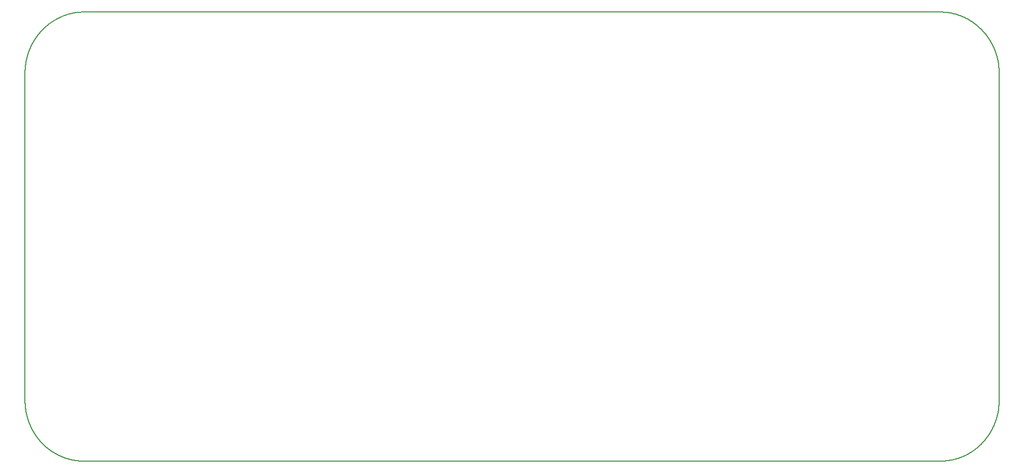
<source format=gm1>
G04 MADE WITH FRITZING*
G04 WWW.FRITZING.ORG*
G04 DOUBLE SIDED*
G04 HOLES PLATED*
G04 CONTOUR ON CENTER OF CONTOUR VECTOR*
%ASAXBY*%
%FSLAX23Y23*%
%MOIN*%
%OFA0B0*%
%SFA1.0B1.0*%
%ADD10C,0.008*%
%LNCONTOUR*%
G90*
G70*
G54D10*
X361Y2901D02*
X362Y2901D01*
X363Y2901D01*
X364Y2901D01*
X365Y2901D01*
X366Y2901D01*
X367Y2901D01*
X368Y2901D01*
X369Y2901D01*
X370Y2901D01*
X371Y2901D01*
X372Y2901D01*
X373Y2901D01*
X374Y2901D01*
X375Y2901D01*
X376Y2901D01*
X377Y2901D01*
X378Y2901D01*
X379Y2901D01*
X380Y2901D01*
X381Y2901D01*
X382Y2901D01*
X383Y2901D01*
X384Y2901D01*
X385Y2901D01*
X386Y2901D01*
X387Y2901D01*
X388Y2901D01*
X389Y2901D01*
X390Y2901D01*
X391Y2901D01*
X392Y2901D01*
X393Y2901D01*
X394Y2901D01*
X395Y2901D01*
X396Y2901D01*
X397Y2901D01*
X398Y2901D01*
X399Y2901D01*
X400Y2901D01*
X401Y2901D01*
X402Y2901D01*
X403Y2901D01*
X404Y2901D01*
X405Y2901D01*
X406Y2901D01*
X407Y2901D01*
X408Y2901D01*
X409Y2901D01*
X410Y2901D01*
X411Y2901D01*
X412Y2901D01*
X413Y2901D01*
X414Y2901D01*
X415Y2901D01*
X416Y2901D01*
X417Y2901D01*
X418Y2901D01*
X419Y2901D01*
X420Y2901D01*
X421Y2901D01*
X422Y2901D01*
X423Y2901D01*
X424Y2901D01*
X425Y2901D01*
X426Y2901D01*
X427Y2901D01*
X428Y2901D01*
X429Y2901D01*
X430Y2901D01*
X431Y2901D01*
X432Y2901D01*
X433Y2901D01*
X434Y2901D01*
X435Y2901D01*
X436Y2901D01*
X437Y2901D01*
X438Y2901D01*
X439Y2901D01*
X440Y2901D01*
X441Y2901D01*
X442Y2901D01*
X443Y2901D01*
X444Y2901D01*
X445Y2901D01*
X446Y2901D01*
X447Y2901D01*
X448Y2901D01*
X449Y2901D01*
X450Y2901D01*
X451Y2901D01*
X452Y2901D01*
X453Y2901D01*
X454Y2901D01*
X455Y2901D01*
X456Y2901D01*
X457Y2901D01*
X458Y2901D01*
X459Y2901D01*
X460Y2901D01*
X461Y2901D01*
X462Y2901D01*
X463Y2901D01*
X464Y2901D01*
X465Y2901D01*
X466Y2901D01*
X467Y2901D01*
X468Y2901D01*
X469Y2901D01*
X470Y2901D01*
X471Y2901D01*
X472Y2901D01*
X473Y2901D01*
X474Y2901D01*
X475Y2901D01*
X476Y2901D01*
X477Y2901D01*
X478Y2901D01*
X479Y2901D01*
X480Y2901D01*
X481Y2901D01*
X482Y2901D01*
X483Y2901D01*
X484Y2901D01*
X485Y2901D01*
X486Y2901D01*
X487Y2901D01*
X488Y2901D01*
X489Y2901D01*
X490Y2901D01*
X491Y2901D01*
X492Y2901D01*
X493Y2901D01*
X494Y2901D01*
X495Y2901D01*
X496Y2901D01*
X497Y2901D01*
X498Y2901D01*
X499Y2901D01*
X500Y2901D01*
X501Y2901D01*
X502Y2901D01*
X503Y2901D01*
X504Y2901D01*
X505Y2901D01*
X506Y2901D01*
X507Y2901D01*
X508Y2901D01*
X509Y2901D01*
X510Y2901D01*
X511Y2901D01*
X512Y2901D01*
X513Y2901D01*
X514Y2901D01*
X515Y2901D01*
X516Y2901D01*
X517Y2901D01*
X518Y2901D01*
X519Y2901D01*
X520Y2901D01*
X521Y2901D01*
X522Y2901D01*
X523Y2901D01*
X524Y2901D01*
X525Y2901D01*
X526Y2901D01*
X527Y2901D01*
X528Y2901D01*
X529Y2901D01*
X530Y2901D01*
X531Y2901D01*
X532Y2901D01*
X533Y2901D01*
X534Y2901D01*
X535Y2901D01*
X536Y2901D01*
X537Y2901D01*
X538Y2901D01*
X539Y2901D01*
X540Y2901D01*
X541Y2901D01*
X542Y2901D01*
X543Y2901D01*
X544Y2901D01*
X545Y2901D01*
X546Y2901D01*
X547Y2901D01*
X548Y2901D01*
X549Y2901D01*
X550Y2901D01*
X551Y2901D01*
X552Y2901D01*
X553Y2901D01*
X554Y2901D01*
X555Y2901D01*
X556Y2901D01*
X557Y2901D01*
X558Y2901D01*
X559Y2901D01*
X560Y2901D01*
X561Y2901D01*
X562Y2901D01*
X563Y2901D01*
X564Y2901D01*
X565Y2901D01*
X566Y2901D01*
X567Y2901D01*
X568Y2901D01*
X569Y2901D01*
X570Y2901D01*
X571Y2901D01*
X572Y2901D01*
X573Y2901D01*
X574Y2901D01*
X575Y2901D01*
X576Y2901D01*
X577Y2901D01*
X578Y2901D01*
X579Y2901D01*
X580Y2901D01*
X581Y2901D01*
X582Y2901D01*
X583Y2901D01*
X584Y2901D01*
X585Y2901D01*
X586Y2901D01*
X587Y2901D01*
X588Y2901D01*
X589Y2901D01*
X590Y2901D01*
X591Y2901D01*
X592Y2901D01*
X593Y2901D01*
X594Y2901D01*
X595Y2901D01*
X596Y2901D01*
X597Y2901D01*
X598Y2901D01*
X599Y2901D01*
X600Y2901D01*
X601Y2901D01*
X602Y2901D01*
X603Y2901D01*
X604Y2901D01*
X605Y2901D01*
X606Y2901D01*
X607Y2901D01*
X608Y2901D01*
X609Y2901D01*
X610Y2901D01*
X611Y2901D01*
X612Y2901D01*
X613Y2901D01*
X614Y2901D01*
X615Y2901D01*
X616Y2901D01*
X617Y2901D01*
X618Y2901D01*
X619Y2901D01*
X620Y2901D01*
X621Y2901D01*
X622Y2901D01*
X623Y2901D01*
X624Y2901D01*
X625Y2901D01*
X626Y2901D01*
X627Y2901D01*
X628Y2901D01*
X629Y2901D01*
X630Y2901D01*
X631Y2901D01*
X632Y2901D01*
X633Y2901D01*
X634Y2901D01*
X635Y2901D01*
X636Y2901D01*
X637Y2901D01*
X638Y2901D01*
X639Y2901D01*
X640Y2901D01*
X641Y2901D01*
X642Y2901D01*
X643Y2901D01*
X644Y2901D01*
X645Y2901D01*
X646Y2901D01*
X647Y2901D01*
X648Y2901D01*
X649Y2901D01*
X650Y2901D01*
X651Y2901D01*
X652Y2901D01*
X653Y2901D01*
X654Y2901D01*
X655Y2901D01*
X656Y2901D01*
X657Y2901D01*
X658Y2901D01*
X659Y2901D01*
X660Y2901D01*
X661Y2901D01*
X662Y2901D01*
X663Y2901D01*
X664Y2901D01*
X665Y2901D01*
X666Y2901D01*
X667Y2901D01*
X668Y2901D01*
X669Y2901D01*
X670Y2901D01*
X671Y2901D01*
X672Y2901D01*
X673Y2901D01*
X674Y2901D01*
X675Y2901D01*
X676Y2901D01*
X677Y2901D01*
X678Y2901D01*
X679Y2901D01*
X680Y2901D01*
X681Y2901D01*
X682Y2901D01*
X683Y2901D01*
X684Y2901D01*
X685Y2901D01*
X686Y2901D01*
X687Y2901D01*
X688Y2901D01*
X689Y2901D01*
X690Y2901D01*
X691Y2901D01*
X692Y2901D01*
X693Y2901D01*
X694Y2901D01*
X695Y2901D01*
X696Y2901D01*
X697Y2901D01*
X698Y2901D01*
X699Y2901D01*
X700Y2901D01*
X701Y2901D01*
X702Y2901D01*
X703Y2901D01*
X704Y2901D01*
X705Y2901D01*
X706Y2901D01*
X707Y2901D01*
X708Y2901D01*
X709Y2901D01*
X710Y2901D01*
X711Y2901D01*
X712Y2901D01*
X713Y2901D01*
X714Y2901D01*
X715Y2901D01*
X716Y2901D01*
X717Y2901D01*
X718Y2901D01*
X719Y2901D01*
X720Y2901D01*
X721Y2901D01*
X722Y2901D01*
X723Y2901D01*
X724Y2901D01*
X725Y2901D01*
X726Y2901D01*
X727Y2901D01*
X728Y2901D01*
X729Y2901D01*
X730Y2901D01*
X731Y2901D01*
X732Y2901D01*
X733Y2901D01*
X734Y2901D01*
X735Y2901D01*
X736Y2901D01*
X737Y2901D01*
X738Y2901D01*
X739Y2901D01*
X740Y2901D01*
X741Y2901D01*
X742Y2901D01*
X743Y2901D01*
X744Y2901D01*
X745Y2901D01*
X746Y2901D01*
X747Y2901D01*
X748Y2901D01*
X749Y2901D01*
X750Y2901D01*
X751Y2901D01*
X752Y2901D01*
X753Y2901D01*
X754Y2901D01*
X755Y2901D01*
X756Y2901D01*
X757Y2901D01*
X758Y2901D01*
X759Y2901D01*
X760Y2901D01*
X761Y2901D01*
X762Y2901D01*
X763Y2901D01*
X764Y2901D01*
X765Y2901D01*
X766Y2901D01*
X767Y2901D01*
X768Y2901D01*
X769Y2901D01*
X770Y2901D01*
X771Y2901D01*
X772Y2901D01*
X773Y2901D01*
X774Y2901D01*
X775Y2901D01*
X776Y2901D01*
X777Y2901D01*
X778Y2901D01*
X779Y2901D01*
X780Y2901D01*
X781Y2901D01*
X782Y2901D01*
X783Y2901D01*
X784Y2901D01*
X785Y2901D01*
X786Y2901D01*
X787Y2901D01*
X788Y2901D01*
X789Y2901D01*
X790Y2901D01*
X791Y2901D01*
X792Y2901D01*
X793Y2901D01*
X794Y2901D01*
X795Y2901D01*
X796Y2901D01*
X797Y2901D01*
X798Y2901D01*
X799Y2901D01*
X800Y2901D01*
X801Y2901D01*
X802Y2901D01*
X803Y2901D01*
X804Y2901D01*
X805Y2901D01*
X806Y2901D01*
X807Y2901D01*
X808Y2901D01*
X809Y2901D01*
X810Y2901D01*
X811Y2901D01*
X812Y2901D01*
X813Y2901D01*
X814Y2901D01*
X815Y2901D01*
X816Y2901D01*
X817Y2901D01*
X818Y2901D01*
X819Y2901D01*
X820Y2901D01*
X821Y2901D01*
X822Y2901D01*
X823Y2901D01*
X824Y2901D01*
X825Y2901D01*
X826Y2901D01*
X827Y2901D01*
X828Y2901D01*
X829Y2901D01*
X830Y2901D01*
X831Y2901D01*
X832Y2901D01*
X833Y2901D01*
X834Y2901D01*
X835Y2901D01*
X836Y2901D01*
X837Y2901D01*
X838Y2901D01*
X839Y2901D01*
X840Y2901D01*
X841Y2901D01*
X842Y2901D01*
X843Y2901D01*
X844Y2901D01*
X845Y2901D01*
X846Y2901D01*
X847Y2901D01*
X848Y2901D01*
X849Y2901D01*
X850Y2901D01*
X851Y2901D01*
X852Y2901D01*
X853Y2901D01*
X854Y2901D01*
X855Y2901D01*
X856Y2901D01*
X857Y2901D01*
X858Y2901D01*
X859Y2901D01*
X860Y2901D01*
X861Y2901D01*
X862Y2901D01*
X863Y2901D01*
X864Y2901D01*
X865Y2901D01*
X866Y2901D01*
X867Y2901D01*
X868Y2901D01*
X869Y2901D01*
X870Y2901D01*
X871Y2901D01*
X872Y2901D01*
X873Y2901D01*
X874Y2901D01*
X875Y2901D01*
X876Y2901D01*
X877Y2901D01*
X878Y2901D01*
X879Y2901D01*
X880Y2901D01*
X881Y2901D01*
X882Y2901D01*
X883Y2901D01*
X884Y2901D01*
X885Y2901D01*
X886Y2901D01*
X887Y2901D01*
X888Y2901D01*
X889Y2901D01*
X890Y2901D01*
X891Y2901D01*
X892Y2901D01*
X893Y2901D01*
X894Y2901D01*
X895Y2901D01*
X896Y2901D01*
X897Y2901D01*
X898Y2901D01*
X899Y2901D01*
X900Y2901D01*
X901Y2901D01*
X902Y2901D01*
X903Y2901D01*
X904Y2901D01*
X905Y2901D01*
X906Y2901D01*
X907Y2901D01*
X908Y2901D01*
X909Y2901D01*
X910Y2901D01*
X911Y2901D01*
X912Y2901D01*
X913Y2901D01*
X914Y2901D01*
X915Y2901D01*
X916Y2901D01*
X917Y2901D01*
X918Y2901D01*
X919Y2901D01*
X920Y2901D01*
X921Y2901D01*
X922Y2901D01*
X923Y2901D01*
X924Y2901D01*
X925Y2901D01*
X926Y2901D01*
X927Y2901D01*
X928Y2901D01*
X929Y2901D01*
X930Y2901D01*
X931Y2901D01*
X932Y2901D01*
X933Y2901D01*
X934Y2901D01*
X935Y2901D01*
X936Y2901D01*
X937Y2901D01*
X938Y2901D01*
X939Y2901D01*
X940Y2901D01*
X941Y2901D01*
X942Y2901D01*
X943Y2901D01*
X944Y2901D01*
X945Y2901D01*
X946Y2901D01*
X947Y2901D01*
X948Y2901D01*
X949Y2901D01*
X950Y2901D01*
X951Y2901D01*
X952Y2901D01*
X953Y2901D01*
X954Y2901D01*
X955Y2901D01*
X956Y2901D01*
X957Y2901D01*
X958Y2901D01*
X959Y2901D01*
X960Y2901D01*
X961Y2901D01*
X962Y2901D01*
X963Y2901D01*
X964Y2901D01*
X965Y2901D01*
X966Y2901D01*
X967Y2901D01*
X968Y2901D01*
X969Y2901D01*
X970Y2901D01*
X971Y2901D01*
X972Y2901D01*
X973Y2901D01*
X974Y2901D01*
X975Y2901D01*
X976Y2901D01*
X977Y2901D01*
X978Y2901D01*
X979Y2901D01*
X980Y2901D01*
X981Y2901D01*
X982Y2901D01*
X983Y2901D01*
X984Y2901D01*
X985Y2901D01*
X986Y2901D01*
X987Y2901D01*
X988Y2901D01*
X989Y2901D01*
X990Y2901D01*
X991Y2901D01*
X992Y2901D01*
X993Y2901D01*
X994Y2901D01*
X995Y2901D01*
X996Y2901D01*
X997Y2901D01*
X998Y2901D01*
X999Y2901D01*
X1000Y2901D01*
X1001Y2901D01*
X1002Y2901D01*
X1003Y2901D01*
X1004Y2901D01*
X1005Y2901D01*
X1006Y2901D01*
X1007Y2901D01*
X1008Y2901D01*
X1009Y2901D01*
X1010Y2901D01*
X1011Y2901D01*
X1012Y2901D01*
X1013Y2901D01*
X1014Y2901D01*
X1015Y2901D01*
X1016Y2901D01*
X1017Y2901D01*
X1018Y2901D01*
X1019Y2901D01*
X1020Y2901D01*
X1021Y2901D01*
X1022Y2901D01*
X1023Y2901D01*
X1024Y2901D01*
X1025Y2901D01*
X1026Y2901D01*
X1027Y2901D01*
X1028Y2901D01*
X1029Y2901D01*
X1030Y2901D01*
X1031Y2901D01*
X1032Y2901D01*
X1033Y2901D01*
X1034Y2901D01*
X1035Y2901D01*
X1036Y2901D01*
X1037Y2901D01*
X1038Y2901D01*
X1039Y2901D01*
X1040Y2901D01*
X1041Y2901D01*
X1042Y2901D01*
X1043Y2901D01*
X1044Y2901D01*
X1045Y2901D01*
X1046Y2901D01*
X1047Y2901D01*
X1048Y2901D01*
X1049Y2901D01*
X1050Y2901D01*
X1051Y2901D01*
X1052Y2901D01*
X1053Y2901D01*
X1054Y2901D01*
X1055Y2901D01*
X1056Y2901D01*
X1057Y2901D01*
X1058Y2901D01*
X1059Y2901D01*
X1060Y2901D01*
X1061Y2901D01*
X1062Y2901D01*
X1063Y2901D01*
X1064Y2901D01*
X1065Y2901D01*
X1066Y2901D01*
X1067Y2901D01*
X1068Y2901D01*
X1069Y2901D01*
X1070Y2901D01*
X1071Y2901D01*
X1072Y2901D01*
X1073Y2901D01*
X1074Y2901D01*
X1075Y2901D01*
X1076Y2901D01*
X1077Y2901D01*
X1078Y2901D01*
X1079Y2901D01*
X1080Y2901D01*
X1081Y2901D01*
X1082Y2901D01*
X1083Y2901D01*
X1084Y2901D01*
X1085Y2901D01*
X1086Y2901D01*
X1087Y2901D01*
X1088Y2901D01*
X1089Y2901D01*
X1090Y2901D01*
X1091Y2901D01*
X1092Y2901D01*
X1093Y2901D01*
X1094Y2901D01*
X1095Y2901D01*
X1096Y2901D01*
X1097Y2901D01*
X1098Y2901D01*
X1099Y2901D01*
X1100Y2901D01*
X1101Y2901D01*
X1102Y2901D01*
X1103Y2901D01*
X1104Y2901D01*
X1105Y2901D01*
X1106Y2901D01*
X1107Y2901D01*
X1108Y2901D01*
X1109Y2901D01*
X1110Y2901D01*
X1111Y2901D01*
X1112Y2901D01*
X1113Y2901D01*
X1114Y2901D01*
X1115Y2901D01*
X1116Y2901D01*
X1117Y2901D01*
X1118Y2901D01*
X1119Y2901D01*
X1120Y2901D01*
X1121Y2901D01*
X1122Y2901D01*
X1123Y2901D01*
X1124Y2901D01*
X1125Y2901D01*
X1126Y2901D01*
X1127Y2901D01*
X1128Y2901D01*
X1129Y2901D01*
X1130Y2901D01*
X1131Y2901D01*
X1132Y2901D01*
X1133Y2901D01*
X1134Y2901D01*
X1135Y2901D01*
X1136Y2901D01*
X1137Y2901D01*
X1138Y2901D01*
X1139Y2901D01*
X1140Y2901D01*
X1141Y2901D01*
X1142Y2901D01*
X1143Y2901D01*
X1144Y2901D01*
X1145Y2901D01*
X1146Y2901D01*
X1147Y2901D01*
X1148Y2901D01*
X1149Y2901D01*
X1150Y2901D01*
X1151Y2901D01*
X1152Y2901D01*
X1153Y2901D01*
X1154Y2901D01*
X1155Y2901D01*
X1156Y2901D01*
X1157Y2901D01*
X1158Y2901D01*
X1159Y2901D01*
X1160Y2901D01*
X1161Y2901D01*
X1162Y2901D01*
X1163Y2901D01*
X1164Y2901D01*
X1165Y2901D01*
X1166Y2901D01*
X1167Y2901D01*
X1168Y2901D01*
X1169Y2901D01*
X1170Y2901D01*
X1171Y2901D01*
X1172Y2901D01*
X1173Y2901D01*
X1174Y2901D01*
X1175Y2901D01*
X1176Y2901D01*
X1177Y2901D01*
X1178Y2901D01*
X1179Y2901D01*
X1180Y2901D01*
X1181Y2901D01*
X1182Y2901D01*
X1183Y2901D01*
X1184Y2901D01*
X1185Y2901D01*
X1186Y2901D01*
X1187Y2901D01*
X1188Y2901D01*
X1189Y2901D01*
X1190Y2901D01*
X1191Y2901D01*
X1192Y2901D01*
X1193Y2901D01*
X1194Y2901D01*
X1195Y2901D01*
X1196Y2901D01*
X1197Y2901D01*
X1198Y2901D01*
X1199Y2901D01*
X1200Y2901D01*
X1201Y2901D01*
X1202Y2901D01*
X1203Y2901D01*
X1204Y2901D01*
X1205Y2901D01*
X1206Y2901D01*
X1207Y2901D01*
X1208Y2901D01*
X1209Y2901D01*
X1210Y2901D01*
X1211Y2901D01*
X1212Y2901D01*
X1213Y2901D01*
X1214Y2901D01*
X1215Y2901D01*
X1216Y2901D01*
X1217Y2901D01*
X1218Y2901D01*
X1219Y2901D01*
X1220Y2901D01*
X1221Y2901D01*
X1222Y2901D01*
X1223Y2901D01*
X1224Y2901D01*
X1225Y2901D01*
X1226Y2901D01*
X1227Y2901D01*
X1228Y2901D01*
X1229Y2901D01*
X1230Y2901D01*
X1231Y2901D01*
X1232Y2901D01*
X1233Y2901D01*
X1234Y2901D01*
X1235Y2901D01*
X1236Y2901D01*
X1237Y2901D01*
X1238Y2901D01*
X1239Y2901D01*
X1240Y2901D01*
X1241Y2901D01*
X1242Y2901D01*
X1243Y2901D01*
X1244Y2901D01*
X1245Y2901D01*
X1246Y2901D01*
X1247Y2901D01*
X1248Y2901D01*
X1249Y2901D01*
X1250Y2901D01*
X1251Y2901D01*
X1252Y2901D01*
X1253Y2901D01*
X1254Y2901D01*
X1255Y2901D01*
X1256Y2901D01*
X1257Y2901D01*
X1258Y2901D01*
X1259Y2901D01*
X1260Y2901D01*
X1261Y2901D01*
X1262Y2901D01*
X1263Y2901D01*
X1264Y2901D01*
X1265Y2901D01*
X1266Y2901D01*
X1267Y2901D01*
X1268Y2901D01*
X1269Y2901D01*
X1270Y2901D01*
X1271Y2901D01*
X1272Y2901D01*
X1273Y2901D01*
X1274Y2901D01*
X1275Y2901D01*
X1276Y2901D01*
X1277Y2901D01*
X1278Y2901D01*
X1279Y2901D01*
X1280Y2901D01*
X1281Y2901D01*
X1282Y2901D01*
X1283Y2901D01*
X1284Y2901D01*
X1285Y2901D01*
X1286Y2901D01*
X1287Y2901D01*
X1288Y2901D01*
X1289Y2901D01*
X1290Y2901D01*
X1291Y2901D01*
X1292Y2901D01*
X1293Y2901D01*
X1294Y2901D01*
X1295Y2901D01*
X1296Y2901D01*
X1297Y2901D01*
X1298Y2901D01*
X1299Y2901D01*
X1300Y2901D01*
X1301Y2901D01*
X1302Y2901D01*
X1303Y2901D01*
X1304Y2901D01*
X1305Y2901D01*
X1306Y2901D01*
X1307Y2901D01*
X1308Y2901D01*
X1309Y2901D01*
X1310Y2901D01*
X1311Y2901D01*
X1312Y2901D01*
X1313Y2901D01*
X1314Y2901D01*
X1315Y2901D01*
X1316Y2901D01*
X1317Y2901D01*
X1318Y2901D01*
X1319Y2901D01*
X1320Y2901D01*
X1321Y2901D01*
X1322Y2901D01*
X1323Y2901D01*
X1324Y2901D01*
X1325Y2901D01*
X1326Y2901D01*
X1327Y2901D01*
X1328Y2901D01*
X1329Y2901D01*
X1330Y2901D01*
X1331Y2901D01*
X1332Y2901D01*
X1333Y2901D01*
X1334Y2901D01*
X1335Y2901D01*
X1336Y2901D01*
X1337Y2901D01*
X1338Y2901D01*
X1339Y2901D01*
X1340Y2901D01*
X1341Y2901D01*
X1342Y2901D01*
X1343Y2901D01*
X1344Y2901D01*
X1345Y2901D01*
X1346Y2901D01*
X1347Y2901D01*
X1348Y2901D01*
X1349Y2901D01*
X1350Y2901D01*
X1351Y2901D01*
X1352Y2901D01*
X1353Y2901D01*
X1354Y2901D01*
X1355Y2901D01*
X1356Y2901D01*
X1357Y2901D01*
X1358Y2901D01*
X1359Y2901D01*
X1360Y2901D01*
X1361Y2901D01*
X1362Y2901D01*
X1363Y2901D01*
X1364Y2901D01*
X1365Y2901D01*
X1366Y2901D01*
X1367Y2901D01*
X1368Y2901D01*
X1369Y2901D01*
X1370Y2901D01*
X1371Y2901D01*
X1372Y2901D01*
X1373Y2901D01*
X1374Y2901D01*
X1375Y2901D01*
X1376Y2901D01*
X1377Y2901D01*
X1378Y2901D01*
X1379Y2901D01*
X1380Y2901D01*
X1381Y2901D01*
X1382Y2901D01*
X1383Y2901D01*
X1384Y2901D01*
X1385Y2901D01*
X1386Y2901D01*
X1387Y2901D01*
X1388Y2901D01*
X1389Y2901D01*
X1390Y2901D01*
X1391Y2901D01*
X1392Y2901D01*
X1393Y2901D01*
X1394Y2901D01*
X1395Y2901D01*
X1396Y2901D01*
X1397Y2901D01*
X1398Y2901D01*
X1399Y2901D01*
X1400Y2901D01*
X1401Y2901D01*
X1402Y2901D01*
X1403Y2901D01*
X1404Y2901D01*
X1405Y2901D01*
X1406Y2901D01*
X1407Y2901D01*
X1408Y2901D01*
X1409Y2901D01*
X1410Y2901D01*
X1411Y2901D01*
X1412Y2901D01*
X1413Y2901D01*
X1414Y2901D01*
X1415Y2901D01*
X1416Y2901D01*
X1417Y2901D01*
X1418Y2901D01*
X1419Y2901D01*
X1420Y2901D01*
X1421Y2901D01*
X1422Y2901D01*
X1423Y2901D01*
X1424Y2901D01*
X1425Y2901D01*
X1426Y2901D01*
X1427Y2901D01*
X1428Y2901D01*
X1429Y2901D01*
X1430Y2901D01*
X1431Y2901D01*
X1432Y2901D01*
X1433Y2901D01*
X1434Y2901D01*
X1435Y2901D01*
X1436Y2901D01*
X1437Y2901D01*
X1438Y2901D01*
X1439Y2901D01*
X1440Y2901D01*
X1441Y2901D01*
X1442Y2901D01*
X1443Y2901D01*
X1444Y2901D01*
X1445Y2901D01*
X1446Y2901D01*
X1447Y2901D01*
X1448Y2901D01*
X1449Y2901D01*
X1450Y2901D01*
X1451Y2901D01*
X1452Y2901D01*
X1453Y2901D01*
X1454Y2901D01*
X1455Y2901D01*
X1456Y2901D01*
X1457Y2901D01*
X1458Y2901D01*
X1459Y2901D01*
X1460Y2901D01*
X1461Y2901D01*
X1462Y2901D01*
X1463Y2901D01*
X1464Y2901D01*
X1465Y2901D01*
X1466Y2901D01*
X1467Y2901D01*
X1468Y2901D01*
X1469Y2901D01*
X1470Y2901D01*
X1471Y2901D01*
X1472Y2901D01*
X1473Y2901D01*
X1474Y2901D01*
X1475Y2901D01*
X1476Y2901D01*
X1477Y2901D01*
X1478Y2901D01*
X1479Y2901D01*
X1480Y2901D01*
X1481Y2901D01*
X1482Y2901D01*
X1483Y2901D01*
X1484Y2901D01*
X1485Y2901D01*
X1486Y2901D01*
X1487Y2901D01*
X1488Y2901D01*
X1489Y2901D01*
X1490Y2901D01*
X1491Y2901D01*
X1492Y2901D01*
X1493Y2901D01*
X1494Y2901D01*
X1495Y2901D01*
X1496Y2901D01*
X1497Y2901D01*
X1498Y2901D01*
X1499Y2901D01*
X1500Y2901D01*
X1501Y2901D01*
X1502Y2901D01*
X1503Y2901D01*
X1504Y2901D01*
X1505Y2901D01*
X1506Y2901D01*
X1507Y2901D01*
X1508Y2901D01*
X1509Y2901D01*
X1510Y2901D01*
X1511Y2901D01*
X1512Y2901D01*
X1513Y2901D01*
X1514Y2901D01*
X1515Y2901D01*
X1516Y2901D01*
X1517Y2901D01*
X1518Y2901D01*
X1519Y2901D01*
X1520Y2901D01*
X1521Y2901D01*
X1522Y2901D01*
X1523Y2901D01*
X1524Y2901D01*
X1525Y2901D01*
X1526Y2901D01*
X1527Y2901D01*
X1528Y2901D01*
X1529Y2901D01*
X1530Y2901D01*
X1531Y2901D01*
X1532Y2901D01*
X1533Y2901D01*
X1534Y2901D01*
X1535Y2901D01*
X1536Y2901D01*
X1537Y2901D01*
X1538Y2901D01*
X1539Y2901D01*
X1540Y2901D01*
X1541Y2901D01*
X1542Y2901D01*
X1543Y2901D01*
X1544Y2901D01*
X1545Y2901D01*
X1546Y2901D01*
X1547Y2901D01*
X1548Y2901D01*
X1549Y2901D01*
X1550Y2901D01*
X1551Y2901D01*
X1552Y2901D01*
X1553Y2901D01*
X1554Y2901D01*
X1555Y2901D01*
X1556Y2901D01*
X1557Y2901D01*
X1558Y2901D01*
X1559Y2901D01*
X1560Y2901D01*
X1561Y2901D01*
X1562Y2901D01*
X1563Y2901D01*
X1564Y2901D01*
X1565Y2901D01*
X1566Y2901D01*
X1567Y2901D01*
X1568Y2901D01*
X1569Y2901D01*
X1570Y2901D01*
X1571Y2901D01*
X1572Y2901D01*
X1573Y2901D01*
X1574Y2901D01*
X1575Y2901D01*
X1576Y2901D01*
X1577Y2901D01*
X1578Y2901D01*
X1579Y2901D01*
X1580Y2901D01*
X1581Y2901D01*
X1582Y2901D01*
X1583Y2901D01*
X1584Y2901D01*
X1585Y2901D01*
X1586Y2901D01*
X1587Y2901D01*
X1588Y2901D01*
X1589Y2901D01*
X1590Y2901D01*
X1591Y2901D01*
X1592Y2901D01*
X1593Y2901D01*
X1594Y2901D01*
X1595Y2901D01*
X1596Y2901D01*
X1597Y2901D01*
X1598Y2901D01*
X1599Y2901D01*
X1600Y2901D01*
X1601Y2901D01*
X1602Y2901D01*
X1603Y2901D01*
X1604Y2901D01*
X1605Y2901D01*
X1606Y2901D01*
X1607Y2901D01*
X1608Y2901D01*
X1609Y2901D01*
X1610Y2901D01*
X1611Y2901D01*
X1612Y2901D01*
X1613Y2901D01*
X1614Y2901D01*
X1615Y2901D01*
X1616Y2901D01*
X1617Y2901D01*
X1618Y2901D01*
X1619Y2901D01*
X1620Y2901D01*
X1621Y2901D01*
X1622Y2901D01*
X1623Y2901D01*
X1624Y2901D01*
X1625Y2901D01*
X1626Y2901D01*
X1627Y2901D01*
X1628Y2901D01*
X1629Y2901D01*
X1630Y2901D01*
X1631Y2901D01*
X1632Y2901D01*
X1633Y2901D01*
X1634Y2901D01*
X1635Y2901D01*
X1636Y2901D01*
X1637Y2901D01*
X1638Y2901D01*
X1639Y2901D01*
X1640Y2901D01*
X1641Y2901D01*
X1642Y2901D01*
X1643Y2901D01*
X1644Y2901D01*
X1645Y2901D01*
X1646Y2901D01*
X1647Y2901D01*
X1648Y2901D01*
X1649Y2901D01*
X1650Y2901D01*
X1651Y2901D01*
X1652Y2901D01*
X1653Y2901D01*
X1654Y2901D01*
X1655Y2901D01*
X1656Y2901D01*
X1657Y2901D01*
X1658Y2901D01*
X1659Y2901D01*
X1660Y2901D01*
X1661Y2901D01*
X1662Y2901D01*
X1663Y2901D01*
X1664Y2901D01*
X1665Y2901D01*
X1666Y2901D01*
X1667Y2901D01*
X1668Y2901D01*
X1669Y2901D01*
X1670Y2901D01*
X1671Y2901D01*
X1672Y2901D01*
X1673Y2901D01*
X1674Y2901D01*
X1675Y2901D01*
X1676Y2901D01*
X1677Y2901D01*
X1678Y2901D01*
X1679Y2901D01*
X1680Y2901D01*
X1681Y2901D01*
X1682Y2901D01*
X1683Y2901D01*
X1684Y2901D01*
X1685Y2901D01*
X1686Y2901D01*
X1687Y2901D01*
X1688Y2901D01*
X1689Y2901D01*
X1690Y2901D01*
X1691Y2901D01*
X1692Y2901D01*
X1693Y2901D01*
X1694Y2901D01*
X1695Y2901D01*
X1696Y2901D01*
X1697Y2901D01*
X1698Y2901D01*
X1699Y2901D01*
X1700Y2901D01*
X1701Y2901D01*
X1702Y2901D01*
X1703Y2901D01*
X1704Y2901D01*
X1705Y2901D01*
X1706Y2901D01*
X1707Y2901D01*
X1708Y2901D01*
X1709Y2901D01*
X1710Y2901D01*
X1711Y2901D01*
X1712Y2901D01*
X1713Y2901D01*
X1714Y2901D01*
X1715Y2901D01*
X1716Y2901D01*
X1717Y2901D01*
X1718Y2901D01*
X1719Y2901D01*
X1720Y2901D01*
X1721Y2901D01*
X1722Y2901D01*
X1723Y2901D01*
X1724Y2901D01*
X1725Y2901D01*
X1726Y2901D01*
X1727Y2901D01*
X1728Y2901D01*
X1729Y2901D01*
X1730Y2901D01*
X1731Y2901D01*
X1732Y2901D01*
X1733Y2901D01*
X1734Y2901D01*
X1735Y2901D01*
X1736Y2901D01*
X1737Y2901D01*
X1738Y2901D01*
X1739Y2901D01*
X1740Y2901D01*
X1741Y2901D01*
X1742Y2901D01*
X1743Y2901D01*
X1744Y2901D01*
X1745Y2901D01*
X1746Y2901D01*
X1747Y2901D01*
X1748Y2901D01*
X1749Y2901D01*
X1750Y2901D01*
X1751Y2901D01*
X1752Y2901D01*
X1753Y2901D01*
X1754Y2901D01*
X1755Y2901D01*
X1756Y2901D01*
X1757Y2901D01*
X1758Y2901D01*
X1759Y2901D01*
X1760Y2901D01*
X1761Y2901D01*
X1762Y2901D01*
X1763Y2901D01*
X1764Y2901D01*
X1765Y2901D01*
X1766Y2901D01*
X1767Y2901D01*
X1768Y2901D01*
X1769Y2901D01*
X1770Y2901D01*
X1771Y2901D01*
X1772Y2901D01*
X1773Y2901D01*
X1774Y2901D01*
X1775Y2901D01*
X1776Y2901D01*
X1777Y2901D01*
X1778Y2901D01*
X1779Y2901D01*
X1780Y2901D01*
X1781Y2901D01*
X1782Y2901D01*
X1783Y2901D01*
X1784Y2901D01*
X1785Y2901D01*
X1786Y2901D01*
X1787Y2901D01*
X1788Y2901D01*
X1789Y2901D01*
X1790Y2901D01*
X1791Y2901D01*
X1792Y2901D01*
X1793Y2901D01*
X1794Y2901D01*
X1795Y2901D01*
X1796Y2901D01*
X1797Y2901D01*
X1798Y2901D01*
X1799Y2901D01*
X1800Y2901D01*
X1801Y2901D01*
X1802Y2901D01*
X1803Y2901D01*
X1804Y2901D01*
X1805Y2901D01*
X1806Y2901D01*
X1807Y2901D01*
X1808Y2901D01*
X1809Y2901D01*
X1810Y2901D01*
X1811Y2901D01*
X1812Y2901D01*
X1813Y2901D01*
X1814Y2901D01*
X1815Y2901D01*
X1816Y2901D01*
X1817Y2901D01*
X1818Y2901D01*
X1819Y2901D01*
X1820Y2901D01*
X1821Y2901D01*
X1822Y2901D01*
X1823Y2901D01*
X1824Y2901D01*
X1825Y2901D01*
X1826Y2901D01*
X1827Y2901D01*
X1828Y2901D01*
X1829Y2901D01*
X1830Y2901D01*
X1831Y2901D01*
X1832Y2901D01*
X1833Y2901D01*
X1834Y2901D01*
X1835Y2901D01*
X1836Y2901D01*
X1837Y2901D01*
X1838Y2901D01*
X1839Y2901D01*
X1840Y2901D01*
X1841Y2901D01*
X1842Y2901D01*
X1843Y2901D01*
X1844Y2901D01*
X1845Y2901D01*
X1846Y2901D01*
X1847Y2901D01*
X1848Y2901D01*
X1849Y2901D01*
X1850Y2901D01*
X1851Y2901D01*
X1852Y2901D01*
X1853Y2901D01*
X1854Y2901D01*
X1855Y2901D01*
X1856Y2901D01*
X1857Y2901D01*
X1858Y2901D01*
X1859Y2901D01*
X1860Y2901D01*
X1861Y2901D01*
X1862Y2901D01*
X1863Y2901D01*
X1864Y2901D01*
X1865Y2901D01*
X1866Y2901D01*
X1867Y2901D01*
X1868Y2901D01*
X1869Y2901D01*
X1870Y2901D01*
X1871Y2901D01*
X1872Y2901D01*
X1873Y2901D01*
X1874Y2901D01*
X1875Y2901D01*
X1876Y2901D01*
X1877Y2901D01*
X1878Y2901D01*
X1879Y2901D01*
X1880Y2901D01*
X1881Y2901D01*
X1882Y2901D01*
X1883Y2901D01*
X1884Y2901D01*
X1885Y2901D01*
X1886Y2901D01*
X1887Y2901D01*
X1888Y2901D01*
X1889Y2901D01*
X1890Y2901D01*
X1891Y2901D01*
X1892Y2901D01*
X1893Y2901D01*
X1894Y2901D01*
X1895Y2901D01*
X1896Y2901D01*
X1897Y2901D01*
X1898Y2901D01*
X1899Y2901D01*
X1900Y2901D01*
X1901Y2901D01*
X1902Y2901D01*
X1903Y2901D01*
X1904Y2901D01*
X1905Y2901D01*
X1906Y2901D01*
X1907Y2901D01*
X1908Y2901D01*
X1909Y2901D01*
X1910Y2901D01*
X1911Y2901D01*
X1912Y2901D01*
X1913Y2901D01*
X1914Y2901D01*
X1915Y2901D01*
X1916Y2901D01*
X1917Y2901D01*
X1918Y2901D01*
X1919Y2901D01*
X1920Y2901D01*
X1921Y2901D01*
X1922Y2901D01*
X1923Y2901D01*
X1924Y2901D01*
X1925Y2901D01*
X1926Y2901D01*
X1927Y2901D01*
X1928Y2901D01*
X1929Y2901D01*
X1930Y2901D01*
X1931Y2901D01*
X1932Y2901D01*
X1933Y2901D01*
X1934Y2901D01*
X1935Y2901D01*
X1936Y2901D01*
X1937Y2901D01*
X1938Y2901D01*
X1939Y2901D01*
X1940Y2901D01*
X1941Y2901D01*
X1942Y2901D01*
X1943Y2901D01*
X1944Y2901D01*
X1945Y2901D01*
X1946Y2901D01*
X1947Y2901D01*
X1948Y2901D01*
X1949Y2901D01*
X1950Y2901D01*
X1951Y2901D01*
X1952Y2901D01*
X1953Y2901D01*
X1954Y2901D01*
X1955Y2901D01*
X1956Y2901D01*
X1957Y2901D01*
X1958Y2901D01*
X1959Y2901D01*
X1960Y2901D01*
X1961Y2901D01*
X1962Y2901D01*
X1963Y2901D01*
X1964Y2901D01*
X1965Y2901D01*
X1966Y2901D01*
X1967Y2901D01*
X1968Y2901D01*
X1969Y2901D01*
X1970Y2901D01*
X1971Y2901D01*
X1972Y2901D01*
X1973Y2901D01*
X1974Y2901D01*
X1975Y2901D01*
X1976Y2901D01*
X1977Y2901D01*
X1978Y2901D01*
X1979Y2901D01*
X1980Y2901D01*
X1981Y2901D01*
X1982Y2901D01*
X1983Y2901D01*
X1984Y2901D01*
X1985Y2901D01*
X1986Y2901D01*
X1987Y2901D01*
X1988Y2901D01*
X1989Y2901D01*
X1990Y2901D01*
X1991Y2901D01*
X1992Y2901D01*
X1993Y2901D01*
X1994Y2901D01*
X1995Y2901D01*
X1996Y2901D01*
X1997Y2901D01*
X1998Y2901D01*
X1999Y2901D01*
X2000Y2901D01*
X2001Y2901D01*
X2002Y2901D01*
X2003Y2901D01*
X2004Y2901D01*
X2005Y2901D01*
X2006Y2901D01*
X2007Y2901D01*
X2008Y2901D01*
X2009Y2901D01*
X2010Y2901D01*
X2011Y2901D01*
X2012Y2901D01*
X2013Y2901D01*
X2014Y2901D01*
X2015Y2901D01*
X2016Y2901D01*
X2017Y2901D01*
X2018Y2901D01*
X2019Y2901D01*
X2020Y2901D01*
X2021Y2901D01*
X2022Y2901D01*
X2023Y2901D01*
X2024Y2901D01*
X2025Y2901D01*
X2026Y2901D01*
X2027Y2901D01*
X2028Y2901D01*
X2029Y2901D01*
X2030Y2901D01*
X2031Y2901D01*
X2032Y2901D01*
X2033Y2901D01*
X2034Y2901D01*
X2035Y2901D01*
X2036Y2901D01*
X2037Y2901D01*
X2038Y2901D01*
X2039Y2901D01*
X2040Y2901D01*
X2041Y2901D01*
X2042Y2901D01*
X2043Y2901D01*
X2044Y2901D01*
X2045Y2901D01*
X2046Y2901D01*
X2047Y2901D01*
X2048Y2901D01*
X2049Y2901D01*
X2050Y2901D01*
X2051Y2901D01*
X2052Y2901D01*
X2053Y2901D01*
X2054Y2901D01*
X2055Y2901D01*
X2056Y2901D01*
X2057Y2901D01*
X2058Y2901D01*
X2059Y2901D01*
X2060Y2901D01*
X2061Y2901D01*
X2062Y2901D01*
X2063Y2901D01*
X2064Y2901D01*
X2065Y2901D01*
X2066Y2901D01*
X2067Y2901D01*
X2068Y2901D01*
X2069Y2901D01*
X2070Y2901D01*
X2071Y2901D01*
X2072Y2901D01*
X2073Y2901D01*
X2074Y2901D01*
X2075Y2901D01*
X2076Y2901D01*
X2077Y2901D01*
X2078Y2901D01*
X2079Y2901D01*
X2080Y2901D01*
X2081Y2901D01*
X2082Y2901D01*
X2083Y2901D01*
X2084Y2901D01*
X2085Y2901D01*
X2086Y2901D01*
X2087Y2901D01*
X2088Y2901D01*
X2089Y2901D01*
X2090Y2901D01*
X2091Y2901D01*
X2092Y2901D01*
X2093Y2901D01*
X2094Y2901D01*
X2095Y2901D01*
X2096Y2901D01*
X2097Y2901D01*
X2098Y2901D01*
X2099Y2901D01*
X2100Y2901D01*
X2101Y2901D01*
X2102Y2901D01*
X2103Y2901D01*
X2104Y2901D01*
X2105Y2901D01*
X2106Y2901D01*
X2107Y2901D01*
X2108Y2901D01*
X2109Y2901D01*
X2110Y2901D01*
X2111Y2901D01*
X2112Y2901D01*
X2113Y2901D01*
X2114Y2901D01*
X2115Y2901D01*
X2116Y2901D01*
X2117Y2901D01*
X2118Y2901D01*
X2119Y2901D01*
X2120Y2901D01*
X2121Y2901D01*
X2122Y2901D01*
X2123Y2901D01*
X2124Y2901D01*
X2125Y2901D01*
X2126Y2901D01*
X2127Y2901D01*
X2128Y2901D01*
X2129Y2901D01*
X2130Y2901D01*
X2131Y2901D01*
X2132Y2901D01*
X2133Y2901D01*
X2134Y2901D01*
X2135Y2901D01*
X2136Y2901D01*
X2137Y2901D01*
X2138Y2901D01*
X2139Y2901D01*
X2140Y2901D01*
X2141Y2901D01*
X2142Y2901D01*
X2143Y2901D01*
X2144Y2901D01*
X2145Y2901D01*
X2146Y2901D01*
X2147Y2901D01*
X2148Y2901D01*
X2149Y2901D01*
X2150Y2901D01*
X2151Y2901D01*
X2152Y2901D01*
X2153Y2901D01*
X2154Y2901D01*
X2155Y2901D01*
X2156Y2901D01*
X2157Y2901D01*
X2158Y2901D01*
X2159Y2901D01*
X2160Y2901D01*
X2161Y2901D01*
X2162Y2901D01*
X2163Y2901D01*
X2164Y2901D01*
X2165Y2901D01*
X2166Y2901D01*
X2167Y2901D01*
X2168Y2901D01*
X2169Y2901D01*
X2170Y2901D01*
X2171Y2901D01*
X2172Y2901D01*
X2173Y2901D01*
X2174Y2901D01*
X2175Y2901D01*
X2176Y2901D01*
X2177Y2901D01*
X2178Y2901D01*
X2179Y2901D01*
X2180Y2901D01*
X2181Y2901D01*
X2182Y2901D01*
X2183Y2901D01*
X2184Y2901D01*
X2185Y2901D01*
X2186Y2901D01*
X2187Y2901D01*
X2188Y2901D01*
X2189Y2901D01*
X2190Y2901D01*
X2191Y2901D01*
X2192Y2901D01*
X2193Y2901D01*
X2194Y2901D01*
X2195Y2901D01*
X2196Y2901D01*
X2197Y2901D01*
X2198Y2901D01*
X2199Y2901D01*
X2200Y2901D01*
X2201Y2901D01*
X2202Y2901D01*
X2203Y2901D01*
X2204Y2901D01*
X2205Y2901D01*
X2206Y2901D01*
X2207Y2901D01*
X2208Y2901D01*
X2209Y2901D01*
X2210Y2901D01*
X2211Y2901D01*
X2212Y2901D01*
X2213Y2901D01*
X2214Y2901D01*
X2215Y2901D01*
X2216Y2901D01*
X2217Y2901D01*
X2218Y2901D01*
X2219Y2901D01*
X2220Y2901D01*
X2221Y2901D01*
X2222Y2901D01*
X2223Y2901D01*
X2224Y2901D01*
X2225Y2901D01*
X2226Y2901D01*
X2227Y2901D01*
X2228Y2901D01*
X2229Y2901D01*
X2230Y2901D01*
X2231Y2901D01*
X2232Y2901D01*
X2233Y2901D01*
X2234Y2901D01*
X2235Y2901D01*
X2236Y2901D01*
X2237Y2901D01*
X2238Y2901D01*
X2239Y2901D01*
X2240Y2901D01*
X2241Y2901D01*
X2242Y2901D01*
X2243Y2901D01*
X2244Y2901D01*
X2245Y2901D01*
X2246Y2901D01*
X2247Y2901D01*
X2248Y2901D01*
X2249Y2901D01*
X2250Y2901D01*
X2251Y2901D01*
X2252Y2901D01*
X2253Y2901D01*
X2254Y2901D01*
X2255Y2901D01*
X2256Y2901D01*
X2257Y2901D01*
X2258Y2901D01*
X2259Y2901D01*
X2260Y2901D01*
X2261Y2901D01*
X2262Y2901D01*
X2263Y2901D01*
X2264Y2901D01*
X2265Y2901D01*
X2266Y2901D01*
X2267Y2901D01*
X2268Y2901D01*
X2269Y2901D01*
X2270Y2901D01*
X2271Y2901D01*
X2272Y2901D01*
X2273Y2901D01*
X2274Y2901D01*
X2275Y2901D01*
X2276Y2901D01*
X2277Y2901D01*
X2278Y2901D01*
X2279Y2901D01*
X2280Y2901D01*
X2281Y2901D01*
X2282Y2901D01*
X2283Y2901D01*
X2284Y2901D01*
X2285Y2901D01*
X2286Y2901D01*
X2287Y2901D01*
X2288Y2901D01*
X2289Y2901D01*
X2290Y2901D01*
X2291Y2901D01*
X2292Y2901D01*
X2293Y2901D01*
X2294Y2901D01*
X2295Y2901D01*
X2296Y2901D01*
X2297Y2901D01*
X2298Y2901D01*
X2299Y2901D01*
X2300Y2901D01*
X2301Y2901D01*
X2302Y2901D01*
X2303Y2901D01*
X2304Y2901D01*
X2305Y2901D01*
X2306Y2901D01*
X2307Y2901D01*
X2308Y2901D01*
X2309Y2901D01*
X2310Y2901D01*
X2311Y2901D01*
X2312Y2901D01*
X2313Y2901D01*
X2314Y2901D01*
X2315Y2901D01*
X2316Y2901D01*
X2317Y2901D01*
X2318Y2901D01*
X2319Y2901D01*
X2320Y2901D01*
X2321Y2901D01*
X2322Y2901D01*
X2323Y2901D01*
X2324Y2901D01*
X2325Y2901D01*
X2326Y2901D01*
X2327Y2901D01*
X2328Y2901D01*
X2329Y2901D01*
X2330Y2901D01*
X2331Y2901D01*
X2332Y2901D01*
X2333Y2901D01*
X2334Y2901D01*
X2335Y2901D01*
X2336Y2901D01*
X2337Y2901D01*
X2338Y2901D01*
X2339Y2901D01*
X2340Y2901D01*
X2341Y2901D01*
X2342Y2901D01*
X2343Y2901D01*
X2344Y2901D01*
X2345Y2901D01*
X2346Y2901D01*
X2347Y2901D01*
X2348Y2901D01*
X2349Y2901D01*
X2350Y2901D01*
X2351Y2901D01*
X2352Y2901D01*
X2353Y2901D01*
X2354Y2901D01*
X2355Y2901D01*
X2356Y2901D01*
X2357Y2901D01*
X2358Y2901D01*
X2359Y2901D01*
X2360Y2901D01*
X2361Y2901D01*
X2362Y2901D01*
X2363Y2901D01*
X2364Y2901D01*
X2365Y2901D01*
X2366Y2901D01*
X2367Y2901D01*
X2368Y2901D01*
X2369Y2901D01*
X2370Y2901D01*
X2371Y2901D01*
X2372Y2901D01*
X2373Y2901D01*
X2374Y2901D01*
X2375Y2901D01*
X2376Y2901D01*
X2377Y2901D01*
X2378Y2901D01*
X2379Y2901D01*
X2380Y2901D01*
X2381Y2901D01*
X2382Y2901D01*
X2383Y2901D01*
X2384Y2901D01*
X2385Y2901D01*
X2386Y2901D01*
X2387Y2901D01*
X2388Y2901D01*
X2389Y2901D01*
X2390Y2901D01*
X2391Y2901D01*
X2392Y2901D01*
X2393Y2901D01*
X2394Y2901D01*
X2395Y2901D01*
X2396Y2901D01*
X2397Y2901D01*
X2398Y2901D01*
X2399Y2901D01*
X2400Y2901D01*
X2401Y2901D01*
X2402Y2901D01*
X2403Y2901D01*
X2404Y2901D01*
X2405Y2901D01*
X2406Y2901D01*
X2407Y2901D01*
X2408Y2901D01*
X2409Y2901D01*
X2410Y2901D01*
X2411Y2901D01*
X2412Y2901D01*
X2413Y2901D01*
X2414Y2901D01*
X2415Y2901D01*
X2416Y2901D01*
X2417Y2901D01*
X2418Y2901D01*
X2419Y2901D01*
X2420Y2901D01*
X2421Y2901D01*
X2422Y2901D01*
X2423Y2901D01*
X2424Y2901D01*
X2425Y2901D01*
X2426Y2901D01*
X2427Y2901D01*
X2428Y2901D01*
X2429Y2901D01*
X2430Y2901D01*
X2431Y2901D01*
X2432Y2901D01*
X2433Y2901D01*
X2434Y2901D01*
X2435Y2901D01*
X2436Y2901D01*
X2437Y2901D01*
X2438Y2901D01*
X2439Y2901D01*
X2440Y2901D01*
X2441Y2901D01*
X2442Y2901D01*
X2443Y2901D01*
X2444Y2901D01*
X2445Y2901D01*
X2446Y2901D01*
X2447Y2901D01*
X2448Y2901D01*
X2449Y2901D01*
X2450Y2901D01*
X2451Y2901D01*
X2452Y2901D01*
X2453Y2901D01*
X2454Y2901D01*
X2455Y2901D01*
X2456Y2901D01*
X2457Y2901D01*
X2458Y2901D01*
X2459Y2901D01*
X2460Y2901D01*
X2461Y2901D01*
X2462Y2901D01*
X2463Y2901D01*
X2464Y2901D01*
X2465Y2901D01*
X2466Y2901D01*
X2467Y2901D01*
X2468Y2901D01*
X2469Y2901D01*
X2470Y2901D01*
X2471Y2901D01*
X2472Y2901D01*
X2473Y2901D01*
X2474Y2901D01*
X2475Y2901D01*
X2476Y2901D01*
X2477Y2901D01*
X2478Y2901D01*
X2479Y2901D01*
X2480Y2901D01*
X2481Y2901D01*
X2482Y2901D01*
X2483Y2901D01*
X2484Y2901D01*
X2485Y2901D01*
X2486Y2901D01*
X2487Y2901D01*
X2488Y2901D01*
X2489Y2901D01*
X2490Y2901D01*
X2491Y2901D01*
X2492Y2901D01*
X2493Y2901D01*
X2494Y2901D01*
X2495Y2901D01*
X2496Y2901D01*
X2497Y2901D01*
X2498Y2901D01*
X2499Y2901D01*
X2500Y2901D01*
X2501Y2901D01*
X2502Y2901D01*
X2503Y2901D01*
X2504Y2901D01*
X2505Y2901D01*
X2506Y2901D01*
X2507Y2901D01*
X2508Y2901D01*
X2509Y2901D01*
X2510Y2901D01*
X2511Y2901D01*
X2512Y2901D01*
X2513Y2901D01*
X2514Y2901D01*
X2515Y2901D01*
X2516Y2901D01*
X2517Y2901D01*
X2518Y2901D01*
X2519Y2901D01*
X2520Y2901D01*
X2521Y2901D01*
X2522Y2901D01*
X2523Y2901D01*
X2524Y2901D01*
X2525Y2901D01*
X2526Y2901D01*
X2527Y2901D01*
X2528Y2901D01*
X2529Y2901D01*
X2530Y2901D01*
X2531Y2901D01*
X2532Y2901D01*
X2533Y2901D01*
X2534Y2901D01*
X2535Y2901D01*
X2536Y2901D01*
X2537Y2901D01*
X2538Y2901D01*
X2539Y2901D01*
X2540Y2901D01*
X2541Y2901D01*
X2542Y2901D01*
X2543Y2901D01*
X2544Y2901D01*
X2545Y2901D01*
X2546Y2901D01*
X2547Y2901D01*
X2548Y2901D01*
X2549Y2901D01*
X2550Y2901D01*
X2551Y2901D01*
X2552Y2901D01*
X2553Y2901D01*
X2554Y2901D01*
X2555Y2901D01*
X2556Y2901D01*
X2557Y2901D01*
X2558Y2901D01*
X2559Y2901D01*
X2560Y2901D01*
X2561Y2901D01*
X2562Y2901D01*
X2563Y2901D01*
X2564Y2901D01*
X2565Y2901D01*
X2566Y2901D01*
X2567Y2901D01*
X2568Y2901D01*
X2569Y2901D01*
X2570Y2901D01*
X2571Y2901D01*
X2572Y2901D01*
X2573Y2901D01*
X2574Y2901D01*
X2575Y2901D01*
X2576Y2901D01*
X2577Y2901D01*
X2578Y2901D01*
X2579Y2901D01*
X2580Y2901D01*
X2581Y2901D01*
X2582Y2901D01*
X2583Y2901D01*
X2584Y2901D01*
X2585Y2901D01*
X2586Y2901D01*
X2587Y2901D01*
X2588Y2901D01*
X2589Y2901D01*
X2590Y2901D01*
X2591Y2901D01*
X2592Y2901D01*
X2593Y2901D01*
X2594Y2901D01*
X2595Y2901D01*
X2596Y2901D01*
X2597Y2901D01*
X2598Y2901D01*
X2599Y2901D01*
X2600Y2901D01*
X2601Y2901D01*
X2602Y2901D01*
X2603Y2901D01*
X2604Y2901D01*
X2605Y2901D01*
X2606Y2901D01*
X2607Y2901D01*
X2608Y2901D01*
X2609Y2901D01*
X2610Y2901D01*
X2611Y2901D01*
X2612Y2901D01*
X2613Y2901D01*
X2614Y2901D01*
X2615Y2901D01*
X2616Y2901D01*
X2617Y2901D01*
X2618Y2901D01*
X2619Y2901D01*
X2620Y2901D01*
X2621Y2901D01*
X2622Y2901D01*
X2623Y2901D01*
X2624Y2901D01*
X2625Y2901D01*
X2626Y2901D01*
X2627Y2901D01*
X2628Y2901D01*
X2629Y2901D01*
X2630Y2901D01*
X2631Y2901D01*
X2632Y2901D01*
X2633Y2901D01*
X2634Y2901D01*
X2635Y2901D01*
X2636Y2901D01*
X2637Y2901D01*
X2638Y2901D01*
X2639Y2901D01*
X2640Y2901D01*
X2641Y2901D01*
X2642Y2901D01*
X2643Y2901D01*
X2644Y2901D01*
X2645Y2901D01*
X2646Y2901D01*
X2647Y2901D01*
X2648Y2901D01*
X2649Y2901D01*
X2650Y2901D01*
X2651Y2901D01*
X2652Y2901D01*
X2653Y2901D01*
X2654Y2901D01*
X2655Y2901D01*
X2656Y2901D01*
X2657Y2901D01*
X2658Y2901D01*
X2659Y2901D01*
X2660Y2901D01*
X2661Y2901D01*
X2662Y2901D01*
X2663Y2901D01*
X2664Y2901D01*
X2665Y2901D01*
X2666Y2901D01*
X2667Y2901D01*
X2668Y2901D01*
X2669Y2901D01*
X2670Y2901D01*
X2671Y2901D01*
X2672Y2901D01*
X2673Y2901D01*
X2674Y2901D01*
X2675Y2901D01*
X2676Y2901D01*
X2677Y2901D01*
X2678Y2901D01*
X2679Y2901D01*
X2680Y2901D01*
X2681Y2901D01*
X2682Y2901D01*
X2683Y2901D01*
X2684Y2901D01*
X2685Y2901D01*
X2686Y2901D01*
X2687Y2901D01*
X2688Y2901D01*
X2689Y2901D01*
X2690Y2901D01*
X2691Y2901D01*
X2692Y2901D01*
X2693Y2901D01*
X2694Y2901D01*
X2695Y2901D01*
X2696Y2901D01*
X2697Y2901D01*
X2698Y2901D01*
X2699Y2901D01*
X2700Y2901D01*
X2701Y2901D01*
X2702Y2901D01*
X2703Y2901D01*
X2704Y2901D01*
X2705Y2901D01*
X2706Y2901D01*
X2707Y2901D01*
X2708Y2901D01*
X2709Y2901D01*
X2710Y2901D01*
X2711Y2901D01*
X2712Y2901D01*
X2713Y2901D01*
X2714Y2901D01*
X2715Y2901D01*
X2716Y2901D01*
X2717Y2901D01*
X2718Y2901D01*
X2719Y2901D01*
X2720Y2901D01*
X2721Y2901D01*
X2722Y2901D01*
X2723Y2901D01*
X2724Y2901D01*
X2725Y2901D01*
X2726Y2901D01*
X2727Y2901D01*
X2728Y2901D01*
X2729Y2901D01*
X2730Y2901D01*
X2731Y2901D01*
X2732Y2901D01*
X2733Y2901D01*
X2734Y2901D01*
X2735Y2901D01*
X2736Y2901D01*
X2737Y2901D01*
X2738Y2901D01*
X2739Y2901D01*
X2740Y2901D01*
X2741Y2901D01*
X2742Y2901D01*
X2743Y2901D01*
X2744Y2901D01*
X2745Y2901D01*
X2746Y2901D01*
X2747Y2901D01*
X2748Y2901D01*
X2749Y2901D01*
X2750Y2901D01*
X2751Y2901D01*
X2752Y2901D01*
X2753Y2901D01*
X2754Y2901D01*
X2755Y2901D01*
X2756Y2901D01*
X2757Y2901D01*
X2758Y2901D01*
X2759Y2901D01*
X2760Y2901D01*
X2761Y2901D01*
X2762Y2901D01*
X2763Y2901D01*
X2764Y2901D01*
X2765Y2901D01*
X2766Y2901D01*
X2767Y2901D01*
X2768Y2901D01*
X2769Y2901D01*
X2770Y2901D01*
X2771Y2901D01*
X2772Y2901D01*
X2773Y2901D01*
X2774Y2901D01*
X2775Y2901D01*
X2776Y2901D01*
X2777Y2901D01*
X2778Y2901D01*
X2779Y2901D01*
X2780Y2901D01*
X2781Y2901D01*
X2782Y2901D01*
X2783Y2901D01*
X2784Y2901D01*
X2785Y2901D01*
X2786Y2901D01*
X2787Y2901D01*
X2788Y2901D01*
X2789Y2901D01*
X2790Y2901D01*
X2791Y2901D01*
X2792Y2901D01*
X2793Y2901D01*
X2794Y2901D01*
X2795Y2901D01*
X2796Y2901D01*
X2797Y2901D01*
X2798Y2901D01*
X2799Y2901D01*
X2800Y2901D01*
X2801Y2901D01*
X2802Y2901D01*
X2803Y2901D01*
X2804Y2901D01*
X2805Y2901D01*
X2806Y2901D01*
X2807Y2901D01*
X2808Y2901D01*
X2809Y2901D01*
X2810Y2901D01*
X2811Y2901D01*
X2812Y2901D01*
X2813Y2901D01*
X2814Y2901D01*
X2815Y2901D01*
X2816Y2901D01*
X2817Y2901D01*
X2818Y2901D01*
X2819Y2901D01*
X2820Y2901D01*
X2821Y2901D01*
X2822Y2901D01*
X2823Y2901D01*
X2824Y2901D01*
X2825Y2901D01*
X2826Y2901D01*
X2827Y2901D01*
X2828Y2901D01*
X2829Y2901D01*
X2830Y2901D01*
X2831Y2901D01*
X2832Y2901D01*
X2833Y2901D01*
X2834Y2901D01*
X2835Y2901D01*
X2836Y2901D01*
X2837Y2901D01*
X2838Y2901D01*
X2839Y2901D01*
X2840Y2901D01*
X2841Y2901D01*
X2842Y2901D01*
X2843Y2901D01*
X2844Y2901D01*
X2845Y2901D01*
X2846Y2901D01*
X2847Y2901D01*
X2848Y2901D01*
X2849Y2901D01*
X2850Y2901D01*
X2851Y2901D01*
X2852Y2901D01*
X2853Y2901D01*
X2854Y2901D01*
X2855Y2901D01*
X2856Y2901D01*
X2857Y2901D01*
X2858Y2901D01*
X2859Y2901D01*
X2860Y2901D01*
X2861Y2901D01*
X2862Y2901D01*
X2863Y2901D01*
X2864Y2901D01*
X2865Y2901D01*
X2866Y2901D01*
X2867Y2901D01*
X2868Y2901D01*
X2869Y2901D01*
X2870Y2901D01*
X2871Y2901D01*
X2872Y2901D01*
X2873Y2901D01*
X2874Y2901D01*
X2875Y2901D01*
X2876Y2901D01*
X2877Y2901D01*
X2878Y2901D01*
X2879Y2901D01*
X2880Y2901D01*
X2881Y2901D01*
X2882Y2901D01*
X2883Y2901D01*
X2884Y2901D01*
X2885Y2901D01*
X2886Y2901D01*
X2887Y2901D01*
X2888Y2901D01*
X2889Y2901D01*
X2890Y2901D01*
X2891Y2901D01*
X2892Y2901D01*
X2893Y2901D01*
X2894Y2901D01*
X2895Y2901D01*
X2896Y2901D01*
X2897Y2901D01*
X2898Y2901D01*
X2899Y2901D01*
X2900Y2901D01*
X2901Y2901D01*
X2902Y2901D01*
X2903Y2901D01*
X2904Y2901D01*
X2905Y2901D01*
X2906Y2901D01*
X2907Y2901D01*
X2908Y2901D01*
X2909Y2901D01*
X2910Y2901D01*
X2911Y2901D01*
X2912Y2901D01*
X2913Y2901D01*
X2914Y2901D01*
X2915Y2901D01*
X2916Y2901D01*
X2917Y2901D01*
X2918Y2901D01*
X2919Y2901D01*
X2920Y2901D01*
X2921Y2901D01*
X2922Y2901D01*
X2923Y2901D01*
X2924Y2901D01*
X2925Y2901D01*
X2926Y2901D01*
X2927Y2901D01*
X2928Y2901D01*
X2929Y2901D01*
X2930Y2901D01*
X2931Y2901D01*
X2932Y2901D01*
X2933Y2901D01*
X2934Y2901D01*
X2935Y2901D01*
X2936Y2901D01*
X2937Y2901D01*
X2938Y2901D01*
X2939Y2901D01*
X2940Y2901D01*
X2941Y2901D01*
X2942Y2901D01*
X2943Y2901D01*
X2944Y2901D01*
X2945Y2901D01*
X2946Y2901D01*
X2947Y2901D01*
X2948Y2901D01*
X2949Y2901D01*
X2950Y2901D01*
X2951Y2901D01*
X2952Y2901D01*
X2953Y2901D01*
X2954Y2901D01*
X2955Y2901D01*
X2956Y2901D01*
X2957Y2901D01*
X2958Y2901D01*
X2959Y2901D01*
X2960Y2901D01*
X2961Y2901D01*
X2962Y2901D01*
X2963Y2901D01*
X2964Y2901D01*
X2965Y2901D01*
X2966Y2901D01*
X2967Y2901D01*
X2968Y2901D01*
X2969Y2901D01*
X2970Y2901D01*
X2971Y2901D01*
X2972Y2901D01*
X2973Y2901D01*
X2974Y2901D01*
X2975Y2901D01*
X2976Y2901D01*
X2977Y2901D01*
X2978Y2901D01*
X2979Y2901D01*
X2980Y2901D01*
X2981Y2901D01*
X2982Y2901D01*
X2983Y2901D01*
X2984Y2901D01*
X2985Y2901D01*
X2986Y2901D01*
X2987Y2901D01*
X2988Y2901D01*
X2989Y2901D01*
X2990Y2901D01*
X2991Y2901D01*
X2992Y2901D01*
X2993Y2901D01*
X2994Y2901D01*
X2995Y2901D01*
X2996Y2901D01*
X2997Y2901D01*
X2998Y2901D01*
X2999Y2901D01*
X3000Y2901D01*
X3001Y2901D01*
X3002Y2901D01*
X3003Y2901D01*
X3004Y2901D01*
X3005Y2901D01*
X3006Y2901D01*
X3007Y2901D01*
X3008Y2901D01*
X3009Y2901D01*
X3010Y2901D01*
X3011Y2901D01*
X3012Y2901D01*
X3013Y2901D01*
X3014Y2901D01*
X3015Y2901D01*
X3016Y2901D01*
X3017Y2901D01*
X3018Y2901D01*
X3019Y2901D01*
X3020Y2901D01*
X3021Y2901D01*
X3022Y2901D01*
X3023Y2901D01*
X3024Y2901D01*
X3025Y2901D01*
X3026Y2901D01*
X3027Y2901D01*
X3028Y2901D01*
X3029Y2901D01*
X3030Y2901D01*
X3031Y2901D01*
X3032Y2901D01*
X3033Y2901D01*
X3034Y2901D01*
X3035Y2901D01*
X3036Y2901D01*
X3037Y2901D01*
X3038Y2901D01*
X3039Y2901D01*
X3040Y2901D01*
X3041Y2901D01*
X3042Y2901D01*
X3043Y2901D01*
X3044Y2901D01*
X3045Y2901D01*
X3046Y2901D01*
X3047Y2901D01*
X3048Y2901D01*
X3049Y2901D01*
X3050Y2901D01*
X3051Y2901D01*
X3052Y2901D01*
X3053Y2901D01*
X3054Y2901D01*
X3055Y2901D01*
X3056Y2901D01*
X3057Y2901D01*
X3058Y2901D01*
X3059Y2901D01*
X3060Y2901D01*
X3061Y2901D01*
X3062Y2901D01*
X3063Y2901D01*
X3064Y2901D01*
X3065Y2901D01*
X3066Y2901D01*
X3067Y2901D01*
X3068Y2901D01*
X3069Y2901D01*
X3070Y2901D01*
X3071Y2901D01*
X3072Y2901D01*
X3073Y2901D01*
X3074Y2901D01*
X3075Y2901D01*
X3076Y2901D01*
X3077Y2901D01*
X3078Y2901D01*
X3079Y2901D01*
X3080Y2901D01*
X3081Y2901D01*
X3082Y2901D01*
X3083Y2901D01*
X3084Y2901D01*
X3085Y2901D01*
X3086Y2901D01*
X3087Y2901D01*
X3088Y2901D01*
X3089Y2901D01*
X3090Y2901D01*
X3091Y2901D01*
X3092Y2901D01*
X3093Y2901D01*
X3094Y2901D01*
X3095Y2901D01*
X3096Y2901D01*
X3097Y2901D01*
X3098Y2901D01*
X3099Y2901D01*
X3100Y2901D01*
X3101Y2901D01*
X3102Y2901D01*
X3103Y2901D01*
X3104Y2901D01*
X3105Y2901D01*
X3106Y2901D01*
X3107Y2901D01*
X3108Y2901D01*
X3109Y2901D01*
X3110Y2901D01*
X3111Y2901D01*
X3112Y2901D01*
X3113Y2901D01*
X3114Y2901D01*
X3115Y2901D01*
X3116Y2901D01*
X3117Y2901D01*
X3118Y2901D01*
X3119Y2901D01*
X3120Y2901D01*
X3121Y2901D01*
X3122Y2901D01*
X3123Y2901D01*
X3124Y2901D01*
X3125Y2901D01*
X3126Y2901D01*
X3127Y2901D01*
X3128Y2901D01*
X3129Y2901D01*
X3130Y2901D01*
X3131Y2901D01*
X3132Y2901D01*
X3133Y2901D01*
X3134Y2901D01*
X3135Y2901D01*
X3136Y2901D01*
X3137Y2901D01*
X3138Y2901D01*
X3139Y2901D01*
X3140Y2901D01*
X3141Y2901D01*
X3142Y2901D01*
X3143Y2901D01*
X3144Y2901D01*
X3145Y2901D01*
X3146Y2901D01*
X3147Y2901D01*
X3148Y2901D01*
X3149Y2901D01*
X3150Y2901D01*
X3151Y2901D01*
X3152Y2901D01*
X3153Y2901D01*
X3154Y2901D01*
X3155Y2901D01*
X3156Y2901D01*
X3157Y2901D01*
X3158Y2901D01*
X3159Y2901D01*
X3160Y2901D01*
X3161Y2901D01*
X3162Y2901D01*
X3163Y2901D01*
X3164Y2901D01*
X3165Y2901D01*
X3166Y2901D01*
X3167Y2901D01*
X3168Y2901D01*
X3169Y2901D01*
X3170Y2901D01*
X3171Y2901D01*
X3172Y2901D01*
X3173Y2901D01*
X3174Y2901D01*
X3175Y2901D01*
X3176Y2901D01*
X3177Y2901D01*
X3178Y2901D01*
X3179Y2901D01*
X3180Y2901D01*
X3181Y2901D01*
X3182Y2901D01*
X3183Y2901D01*
X3184Y2901D01*
X3185Y2901D01*
X3186Y2901D01*
X3187Y2901D01*
X3188Y2901D01*
X3189Y2901D01*
X3190Y2901D01*
X3191Y2901D01*
X3192Y2901D01*
X3193Y2901D01*
X3194Y2901D01*
X3195Y2901D01*
X3196Y2901D01*
X3197Y2901D01*
X3198Y2901D01*
X3199Y2901D01*
X3200Y2901D01*
X3201Y2901D01*
X3202Y2901D01*
X3203Y2901D01*
X3204Y2901D01*
X3205Y2901D01*
X3206Y2901D01*
X3207Y2901D01*
X3208Y2901D01*
X3209Y2901D01*
X3210Y2901D01*
X3211Y2901D01*
X3212Y2901D01*
X3213Y2901D01*
X3214Y2901D01*
X3215Y2901D01*
X3216Y2901D01*
X3217Y2901D01*
X3218Y2901D01*
X3219Y2901D01*
X3220Y2901D01*
X3221Y2901D01*
X3222Y2901D01*
X3223Y2901D01*
X3224Y2901D01*
X3225Y2901D01*
X3226Y2901D01*
X3227Y2901D01*
X3228Y2901D01*
X3229Y2901D01*
X3230Y2901D01*
X3231Y2901D01*
X3232Y2901D01*
X3233Y2901D01*
X3234Y2901D01*
X3235Y2901D01*
X3236Y2901D01*
X3237Y2901D01*
X3238Y2901D01*
X3239Y2901D01*
X3240Y2901D01*
X3241Y2901D01*
X3242Y2901D01*
X3243Y2901D01*
X3244Y2901D01*
X3245Y2901D01*
X3246Y2901D01*
X3247Y2901D01*
X3248Y2901D01*
X3249Y2901D01*
X3250Y2901D01*
X3251Y2901D01*
X3252Y2901D01*
X3253Y2901D01*
X3254Y2901D01*
X3255Y2901D01*
X3256Y2901D01*
X3257Y2901D01*
X3258Y2901D01*
X3259Y2901D01*
X3260Y2901D01*
X3261Y2901D01*
X3262Y2901D01*
X3263Y2901D01*
X3264Y2901D01*
X3265Y2901D01*
X3266Y2901D01*
X3267Y2901D01*
X3268Y2901D01*
X3269Y2901D01*
X3270Y2901D01*
X3271Y2901D01*
X3272Y2901D01*
X3273Y2901D01*
X3274Y2901D01*
X3275Y2901D01*
X3276Y2901D01*
X3277Y2901D01*
X3278Y2901D01*
X3279Y2901D01*
X3280Y2901D01*
X3281Y2901D01*
X3282Y2901D01*
X3283Y2901D01*
X3284Y2901D01*
X3285Y2901D01*
X3286Y2901D01*
X3287Y2901D01*
X3288Y2901D01*
X3289Y2901D01*
X3290Y2901D01*
X3291Y2901D01*
X3292Y2901D01*
X3293Y2901D01*
X3294Y2901D01*
X3295Y2901D01*
X3296Y2901D01*
X3297Y2901D01*
X3298Y2901D01*
X3299Y2901D01*
X3300Y2901D01*
X3301Y2901D01*
X3302Y2901D01*
X3303Y2901D01*
X3304Y2901D01*
X3305Y2901D01*
X3306Y2901D01*
X3307Y2901D01*
X3308Y2901D01*
X3309Y2901D01*
X3310Y2901D01*
X3311Y2901D01*
X3312Y2901D01*
X3313Y2901D01*
X3314Y2901D01*
X3315Y2901D01*
X3316Y2901D01*
X3317Y2901D01*
X3318Y2901D01*
X3319Y2901D01*
X3320Y2901D01*
X3321Y2901D01*
X3322Y2901D01*
X3323Y2901D01*
X3324Y2901D01*
X3325Y2901D01*
X3326Y2901D01*
X3327Y2901D01*
X3328Y2901D01*
X3329Y2901D01*
X3330Y2901D01*
X3331Y2901D01*
X3332Y2901D01*
X3333Y2901D01*
X3334Y2901D01*
X3335Y2901D01*
X3336Y2901D01*
X3337Y2901D01*
X3338Y2901D01*
X3339Y2901D01*
X3340Y2901D01*
X3341Y2901D01*
X3342Y2901D01*
X3343Y2901D01*
X3344Y2901D01*
X3345Y2901D01*
X3346Y2901D01*
X3347Y2901D01*
X3348Y2901D01*
X3349Y2901D01*
X3350Y2901D01*
X3351Y2901D01*
X3352Y2901D01*
X3353Y2901D01*
X3354Y2901D01*
X3355Y2901D01*
X3356Y2901D01*
X3357Y2901D01*
X3358Y2901D01*
X3359Y2901D01*
X3360Y2901D01*
X3361Y2901D01*
X3362Y2901D01*
X3363Y2901D01*
X3364Y2901D01*
X3365Y2901D01*
X3366Y2901D01*
X3367Y2901D01*
X3368Y2901D01*
X3369Y2901D01*
X3370Y2901D01*
X3371Y2901D01*
X3372Y2901D01*
X3373Y2901D01*
X3374Y2901D01*
X3375Y2901D01*
X3376Y2901D01*
X3377Y2901D01*
X3378Y2901D01*
X3379Y2901D01*
X3380Y2901D01*
X3381Y2901D01*
X3382Y2901D01*
X3383Y2901D01*
X3384Y2901D01*
X3385Y2901D01*
X3386Y2901D01*
X3387Y2901D01*
X3388Y2901D01*
X3389Y2901D01*
X3390Y2901D01*
X3391Y2901D01*
X3392Y2901D01*
X3393Y2901D01*
X3394Y2901D01*
X3395Y2901D01*
X3396Y2901D01*
X3397Y2901D01*
X3398Y2901D01*
X3399Y2901D01*
X3400Y2901D01*
X3401Y2901D01*
X3402Y2901D01*
X3403Y2901D01*
X3404Y2901D01*
X3405Y2901D01*
X3406Y2901D01*
X3407Y2901D01*
X3408Y2901D01*
X3409Y2901D01*
X3410Y2901D01*
X3411Y2901D01*
X3412Y2901D01*
X3413Y2901D01*
X3414Y2901D01*
X3415Y2901D01*
X3416Y2901D01*
X3417Y2901D01*
X3418Y2901D01*
X3419Y2901D01*
X3420Y2901D01*
X3421Y2901D01*
X3422Y2901D01*
X3423Y2901D01*
X3424Y2901D01*
X3425Y2901D01*
X3426Y2901D01*
X3427Y2901D01*
X3428Y2901D01*
X3429Y2901D01*
X3430Y2901D01*
X3431Y2901D01*
X3432Y2901D01*
X3433Y2901D01*
X3434Y2901D01*
X3435Y2901D01*
X3436Y2901D01*
X3437Y2901D01*
X3438Y2901D01*
X3439Y2901D01*
X3440Y2901D01*
X3441Y2901D01*
X3442Y2901D01*
X3443Y2901D01*
X3444Y2901D01*
X3445Y2901D01*
X3446Y2901D01*
X3447Y2901D01*
X3448Y2901D01*
X3449Y2901D01*
X3450Y2901D01*
X3451Y2901D01*
X3452Y2901D01*
X3453Y2901D01*
X3454Y2901D01*
X3455Y2901D01*
X3456Y2901D01*
X3457Y2901D01*
X3458Y2901D01*
X3459Y2901D01*
X3460Y2901D01*
X3461Y2901D01*
X3462Y2901D01*
X3463Y2901D01*
X3464Y2901D01*
X3465Y2901D01*
X3466Y2901D01*
X3467Y2901D01*
X3468Y2901D01*
X3469Y2901D01*
X3470Y2901D01*
X3471Y2901D01*
X3472Y2901D01*
X3473Y2901D01*
X3474Y2901D01*
X3475Y2901D01*
X3476Y2901D01*
X3477Y2901D01*
X3478Y2901D01*
X3479Y2901D01*
X3480Y2901D01*
X3481Y2901D01*
X3482Y2901D01*
X3483Y2901D01*
X3484Y2901D01*
X3485Y2901D01*
X3486Y2901D01*
X3487Y2901D01*
X3488Y2901D01*
X3489Y2901D01*
X3490Y2901D01*
X3491Y2901D01*
X3492Y2901D01*
X3493Y2901D01*
X3494Y2901D01*
X3495Y2901D01*
X3496Y2901D01*
X3497Y2901D01*
X3498Y2901D01*
X3499Y2901D01*
X3500Y2901D01*
X3501Y2901D01*
X3502Y2901D01*
X3503Y2901D01*
X3504Y2901D01*
X3505Y2901D01*
X3506Y2901D01*
X3507Y2901D01*
X3508Y2901D01*
X3509Y2901D01*
X3510Y2901D01*
X3511Y2901D01*
X3512Y2901D01*
X3513Y2901D01*
X3514Y2901D01*
X3515Y2901D01*
X3516Y2901D01*
X3517Y2901D01*
X3518Y2901D01*
X3519Y2901D01*
X3520Y2901D01*
X3521Y2901D01*
X3522Y2901D01*
X3523Y2901D01*
X3524Y2901D01*
X3525Y2901D01*
X3526Y2901D01*
X3527Y2901D01*
X3528Y2901D01*
X3529Y2901D01*
X3530Y2901D01*
X3531Y2901D01*
X3532Y2901D01*
X3533Y2901D01*
X3534Y2901D01*
X3535Y2901D01*
X3536Y2901D01*
X3537Y2901D01*
X3538Y2901D01*
X3539Y2901D01*
X3540Y2901D01*
X3541Y2901D01*
X3542Y2901D01*
X3543Y2901D01*
X3544Y2901D01*
X3545Y2901D01*
X3546Y2901D01*
X3547Y2901D01*
X3548Y2901D01*
X3549Y2901D01*
X3550Y2901D01*
X3551Y2901D01*
X3552Y2901D01*
X3553Y2901D01*
X3554Y2901D01*
X3555Y2901D01*
X3556Y2901D01*
X3557Y2901D01*
X3558Y2901D01*
X3559Y2901D01*
X3560Y2901D01*
X3561Y2901D01*
X3562Y2901D01*
X3563Y2901D01*
X3564Y2901D01*
X3565Y2901D01*
X3566Y2901D01*
X3567Y2901D01*
X3568Y2901D01*
X3569Y2901D01*
X3570Y2901D01*
X3571Y2901D01*
X3572Y2901D01*
X3573Y2901D01*
X3574Y2901D01*
X3575Y2901D01*
X3576Y2901D01*
X3577Y2901D01*
X3578Y2901D01*
X3579Y2901D01*
X3580Y2901D01*
X3581Y2901D01*
X3582Y2901D01*
X3583Y2901D01*
X3584Y2901D01*
X3585Y2901D01*
X3586Y2901D01*
X3587Y2901D01*
X3588Y2901D01*
X3589Y2901D01*
X3590Y2901D01*
X3591Y2901D01*
X3592Y2901D01*
X3593Y2901D01*
X3594Y2901D01*
X3595Y2901D01*
X3596Y2901D01*
X3597Y2901D01*
X3598Y2901D01*
X3599Y2901D01*
X3600Y2901D01*
X3601Y2901D01*
X3602Y2901D01*
X3603Y2901D01*
X3604Y2901D01*
X3605Y2901D01*
X3606Y2901D01*
X3607Y2901D01*
X3608Y2901D01*
X3609Y2901D01*
X3610Y2901D01*
X3611Y2901D01*
X3612Y2901D01*
X3613Y2901D01*
X3614Y2901D01*
X3615Y2901D01*
X3616Y2901D01*
X3617Y2901D01*
X3618Y2901D01*
X3619Y2901D01*
X3620Y2901D01*
X3621Y2901D01*
X3622Y2901D01*
X3623Y2901D01*
X3624Y2901D01*
X3625Y2901D01*
X3626Y2901D01*
X3627Y2901D01*
X3628Y2901D01*
X3629Y2901D01*
X3630Y2901D01*
X3631Y2901D01*
X3632Y2901D01*
X3633Y2901D01*
X3634Y2901D01*
X3635Y2901D01*
X3636Y2901D01*
X3637Y2901D01*
X3638Y2901D01*
X3639Y2901D01*
X3640Y2901D01*
X3641Y2901D01*
X3642Y2901D01*
X3643Y2901D01*
X3644Y2901D01*
X3645Y2901D01*
X3646Y2901D01*
X3647Y2901D01*
X3648Y2901D01*
X3649Y2901D01*
X3650Y2901D01*
X3651Y2901D01*
X3652Y2901D01*
X3653Y2901D01*
X3654Y2901D01*
X3655Y2901D01*
X3656Y2901D01*
X3657Y2901D01*
X3658Y2901D01*
X3659Y2901D01*
X3660Y2901D01*
X3661Y2901D01*
X3662Y2901D01*
X3663Y2901D01*
X3664Y2901D01*
X3665Y2901D01*
X3666Y2901D01*
X3667Y2901D01*
X3668Y2901D01*
X3669Y2901D01*
X3670Y2901D01*
X3671Y2901D01*
X3672Y2901D01*
X3673Y2901D01*
X3674Y2901D01*
X3675Y2901D01*
X3676Y2901D01*
X3677Y2901D01*
X3678Y2901D01*
X3679Y2901D01*
X3680Y2901D01*
X3681Y2901D01*
X3682Y2901D01*
X3683Y2901D01*
X3684Y2901D01*
X3685Y2901D01*
X3686Y2901D01*
X3687Y2901D01*
X3688Y2901D01*
X3689Y2901D01*
X3690Y2901D01*
X3691Y2901D01*
X3692Y2901D01*
X3693Y2901D01*
X3694Y2901D01*
X3695Y2901D01*
X3696Y2901D01*
X3697Y2901D01*
X3698Y2901D01*
X3699Y2901D01*
X3700Y2901D01*
X3701Y2901D01*
X3702Y2901D01*
X3703Y2901D01*
X3704Y2901D01*
X3705Y2901D01*
X3706Y2901D01*
X3707Y2901D01*
X3708Y2901D01*
X3709Y2901D01*
X3710Y2901D01*
X3711Y2901D01*
X3712Y2901D01*
X3713Y2901D01*
X3714Y2901D01*
X3715Y2901D01*
X3716Y2901D01*
X3717Y2901D01*
X3718Y2901D01*
X3719Y2901D01*
X3720Y2901D01*
X3721Y2901D01*
X3722Y2901D01*
X3723Y2901D01*
X3724Y2901D01*
X3725Y2901D01*
X3726Y2901D01*
X3727Y2901D01*
X3728Y2901D01*
X3729Y2901D01*
X3730Y2901D01*
X3731Y2901D01*
X3732Y2901D01*
X3733Y2901D01*
X3734Y2901D01*
X3735Y2901D01*
X3736Y2901D01*
X3737Y2901D01*
X3738Y2901D01*
X3739Y2901D01*
X3740Y2901D01*
X3741Y2901D01*
X3742Y2901D01*
X3743Y2901D01*
X3744Y2901D01*
X3745Y2901D01*
X3746Y2901D01*
X3747Y2901D01*
X3748Y2901D01*
X3749Y2901D01*
X3750Y2901D01*
X3751Y2901D01*
X3752Y2901D01*
X3753Y2901D01*
X3754Y2901D01*
X3755Y2901D01*
X3756Y2901D01*
X3757Y2901D01*
X3758Y2901D01*
X3759Y2901D01*
X3760Y2901D01*
X3761Y2901D01*
X3762Y2901D01*
X3763Y2901D01*
X3764Y2901D01*
X3765Y2901D01*
X3766Y2901D01*
X3767Y2901D01*
X3768Y2901D01*
X3769Y2901D01*
X3770Y2901D01*
X3771Y2901D01*
X3772Y2901D01*
X3773Y2901D01*
X3774Y2901D01*
X3775Y2901D01*
X3776Y2901D01*
X3777Y2901D01*
X3778Y2901D01*
X3779Y2901D01*
X3780Y2901D01*
X3781Y2901D01*
X3782Y2901D01*
X3783Y2901D01*
X3784Y2901D01*
X3785Y2901D01*
X3786Y2901D01*
X3787Y2901D01*
X3788Y2901D01*
X3789Y2901D01*
X3790Y2901D01*
X3791Y2901D01*
X3792Y2901D01*
X3793Y2901D01*
X3794Y2901D01*
X3795Y2901D01*
X3796Y2901D01*
X3797Y2901D01*
X3798Y2901D01*
X3799Y2901D01*
X3800Y2901D01*
X3801Y2901D01*
X3802Y2901D01*
X3803Y2901D01*
X3804Y2901D01*
X3805Y2901D01*
X3806Y2901D01*
X3807Y2901D01*
X3808Y2901D01*
X3809Y2901D01*
X3810Y2901D01*
X3811Y2901D01*
X3812Y2901D01*
X3813Y2901D01*
X3814Y2901D01*
X3815Y2901D01*
X3816Y2901D01*
X3817Y2901D01*
X3818Y2901D01*
X3819Y2901D01*
X3820Y2901D01*
X3821Y2901D01*
X3822Y2901D01*
X3823Y2901D01*
X3824Y2901D01*
X3825Y2901D01*
X3826Y2901D01*
X3827Y2901D01*
X3828Y2901D01*
X3829Y2901D01*
X3830Y2901D01*
X3831Y2901D01*
X3832Y2901D01*
X3833Y2901D01*
X3834Y2901D01*
X3835Y2901D01*
X3836Y2901D01*
X3837Y2901D01*
X3838Y2901D01*
X3839Y2901D01*
X3840Y2901D01*
X3841Y2901D01*
X3842Y2901D01*
X3843Y2901D01*
X3844Y2901D01*
X3845Y2901D01*
X3846Y2901D01*
X3847Y2901D01*
X3848Y2901D01*
X3849Y2901D01*
X3850Y2901D01*
X3851Y2901D01*
X3852Y2901D01*
X3853Y2901D01*
X3854Y2901D01*
X3855Y2901D01*
X3856Y2901D01*
X3857Y2901D01*
X3858Y2901D01*
X3859Y2901D01*
X3860Y2901D01*
X3861Y2901D01*
X3862Y2901D01*
X3863Y2901D01*
X3864Y2901D01*
X3865Y2901D01*
X3866Y2901D01*
X3867Y2901D01*
X3868Y2901D01*
X3869Y2901D01*
X3870Y2901D01*
X3871Y2901D01*
X3872Y2901D01*
X3873Y2901D01*
X3874Y2901D01*
X3875Y2901D01*
X3876Y2901D01*
X3877Y2901D01*
X3878Y2901D01*
X3879Y2901D01*
X3880Y2901D01*
X3881Y2901D01*
X3882Y2901D01*
X3883Y2901D01*
X3884Y2901D01*
X3885Y2901D01*
X3886Y2901D01*
X3887Y2901D01*
X3888Y2901D01*
X3889Y2901D01*
X3890Y2901D01*
X3891Y2901D01*
X3892Y2901D01*
X3893Y2901D01*
X3894Y2901D01*
X3895Y2901D01*
X3896Y2901D01*
X3897Y2901D01*
X3898Y2901D01*
X3899Y2901D01*
X3900Y2901D01*
X3901Y2901D01*
X3902Y2901D01*
X3903Y2901D01*
X3904Y2901D01*
X3905Y2901D01*
X3906Y2901D01*
X3907Y2901D01*
X3908Y2901D01*
X3909Y2901D01*
X3910Y2901D01*
X3911Y2901D01*
X3912Y2901D01*
X3913Y2901D01*
X3914Y2901D01*
X3915Y2901D01*
X3916Y2901D01*
X3917Y2901D01*
X3918Y2901D01*
X3919Y2901D01*
X3920Y2901D01*
X3921Y2901D01*
X3922Y2901D01*
X3923Y2901D01*
X3924Y2901D01*
X3925Y2901D01*
X3926Y2901D01*
X3927Y2901D01*
X3928Y2901D01*
X3929Y2901D01*
X3930Y2901D01*
X3931Y2901D01*
X3932Y2901D01*
X3933Y2901D01*
X3934Y2901D01*
X3935Y2901D01*
X3936Y2901D01*
X3937Y2901D01*
X3938Y2901D01*
X3939Y2901D01*
X3940Y2901D01*
X3941Y2901D01*
X3942Y2901D01*
X3943Y2901D01*
X3944Y2901D01*
X3945Y2901D01*
X3946Y2901D01*
X3947Y2901D01*
X3948Y2901D01*
X3949Y2901D01*
X3950Y2901D01*
X3951Y2901D01*
X3952Y2901D01*
X3953Y2901D01*
X3954Y2901D01*
X3955Y2901D01*
X3956Y2901D01*
X3957Y2901D01*
X3958Y2901D01*
X3959Y2901D01*
X3960Y2901D01*
X3961Y2901D01*
X3962Y2901D01*
X3963Y2901D01*
X3964Y2901D01*
X3965Y2901D01*
X3966Y2901D01*
X3967Y2901D01*
X3968Y2901D01*
X3969Y2901D01*
X3970Y2901D01*
X3971Y2901D01*
X3972Y2901D01*
X3973Y2901D01*
X3974Y2901D01*
X3975Y2901D01*
X3976Y2901D01*
X3977Y2901D01*
X3978Y2901D01*
X3979Y2901D01*
X3980Y2901D01*
X3981Y2901D01*
X3982Y2901D01*
X3983Y2901D01*
X3984Y2901D01*
X3985Y2901D01*
X3986Y2901D01*
X3987Y2901D01*
X3988Y2901D01*
X3989Y2901D01*
X3990Y2901D01*
X3991Y2901D01*
X3992Y2901D01*
X3993Y2901D01*
X3994Y2901D01*
X3995Y2901D01*
X3996Y2901D01*
X3997Y2901D01*
X3998Y2901D01*
X3999Y2901D01*
X4000Y2901D01*
X4001Y2901D01*
X4002Y2901D01*
X4003Y2901D01*
X4004Y2901D01*
X4005Y2901D01*
X4006Y2901D01*
X4007Y2901D01*
X4008Y2901D01*
X4009Y2901D01*
X4010Y2901D01*
X4011Y2901D01*
X4012Y2901D01*
X4013Y2901D01*
X4014Y2901D01*
X4015Y2901D01*
X4016Y2901D01*
X4017Y2901D01*
X4018Y2901D01*
X4019Y2901D01*
X4020Y2901D01*
X4021Y2901D01*
X4022Y2901D01*
X4023Y2901D01*
X4024Y2901D01*
X4025Y2901D01*
X4026Y2901D01*
X4027Y2901D01*
X4028Y2901D01*
X4029Y2901D01*
X4030Y2901D01*
X4031Y2901D01*
X4032Y2901D01*
X4033Y2901D01*
X4034Y2901D01*
X4035Y2901D01*
X4036Y2901D01*
X4037Y2901D01*
X4038Y2901D01*
X4039Y2901D01*
X4040Y2901D01*
X4041Y2901D01*
X4042Y2901D01*
X4043Y2901D01*
X4044Y2901D01*
X4045Y2901D01*
X4046Y2901D01*
X4047Y2901D01*
X4048Y2901D01*
X4049Y2901D01*
X4050Y2901D01*
X4051Y2901D01*
X4052Y2901D01*
X4053Y2901D01*
X4054Y2901D01*
X4055Y2901D01*
X4056Y2901D01*
X4057Y2901D01*
X4058Y2901D01*
X4059Y2901D01*
X4060Y2901D01*
X4061Y2901D01*
X4062Y2901D01*
X4063Y2901D01*
X4064Y2901D01*
X4065Y2901D01*
X4066Y2901D01*
X4067Y2901D01*
X4068Y2901D01*
X4069Y2901D01*
X4070Y2901D01*
X4071Y2901D01*
X4072Y2901D01*
X4073Y2901D01*
X4074Y2901D01*
X4075Y2901D01*
X4076Y2901D01*
X4077Y2901D01*
X4078Y2901D01*
X4079Y2901D01*
X4080Y2901D01*
X4081Y2901D01*
X4082Y2901D01*
X4083Y2901D01*
X4084Y2901D01*
X4085Y2901D01*
X4086Y2901D01*
X4087Y2901D01*
X4088Y2901D01*
X4089Y2901D01*
X4090Y2901D01*
X4091Y2901D01*
X4092Y2901D01*
X4093Y2901D01*
X4094Y2901D01*
X4095Y2901D01*
X4096Y2901D01*
X4097Y2901D01*
X4098Y2901D01*
X4099Y2901D01*
X4100Y2901D01*
X4101Y2901D01*
X4102Y2901D01*
X4103Y2901D01*
X4104Y2901D01*
X4105Y2901D01*
X4106Y2901D01*
X4107Y2901D01*
X4108Y2901D01*
X4109Y2901D01*
X4110Y2901D01*
X4111Y2901D01*
X4112Y2901D01*
X4113Y2901D01*
X4114Y2901D01*
X4115Y2901D01*
X4116Y2901D01*
X4117Y2901D01*
X4118Y2901D01*
X4119Y2901D01*
X4120Y2901D01*
X4121Y2901D01*
X4122Y2901D01*
X4123Y2901D01*
X4124Y2901D01*
X4125Y2901D01*
X4126Y2901D01*
X4127Y2901D01*
X4128Y2901D01*
X4129Y2901D01*
X4130Y2901D01*
X4131Y2901D01*
X4132Y2901D01*
X4133Y2901D01*
X4134Y2901D01*
X4135Y2901D01*
X4136Y2901D01*
X4137Y2901D01*
X4138Y2901D01*
X4139Y2901D01*
X4140Y2901D01*
X4141Y2901D01*
X4142Y2901D01*
X4143Y2901D01*
X4144Y2901D01*
X4145Y2901D01*
X4146Y2901D01*
X4147Y2901D01*
X4148Y2901D01*
X4149Y2901D01*
X4150Y2901D01*
X4151Y2901D01*
X4152Y2901D01*
X4153Y2901D01*
X4154Y2901D01*
X4155Y2901D01*
X4156Y2901D01*
X4157Y2901D01*
X4158Y2901D01*
X4159Y2901D01*
X4160Y2901D01*
X4161Y2901D01*
X4162Y2901D01*
X4163Y2901D01*
X4164Y2901D01*
X4165Y2901D01*
X4166Y2901D01*
X4167Y2901D01*
X4168Y2901D01*
X4169Y2901D01*
X4170Y2901D01*
X4171Y2901D01*
X4172Y2901D01*
X4173Y2901D01*
X4174Y2901D01*
X4175Y2901D01*
X4176Y2901D01*
X4177Y2901D01*
X4178Y2901D01*
X4179Y2901D01*
X4180Y2901D01*
X4181Y2901D01*
X4182Y2901D01*
X4183Y2901D01*
X4184Y2901D01*
X4185Y2901D01*
X4186Y2901D01*
X4187Y2901D01*
X4188Y2901D01*
X4189Y2901D01*
X4190Y2901D01*
X4191Y2901D01*
X4192Y2901D01*
X4193Y2901D01*
X4194Y2901D01*
X4195Y2901D01*
X4196Y2901D01*
X4197Y2901D01*
X4198Y2901D01*
X4199Y2901D01*
X4200Y2901D01*
X4201Y2901D01*
X4202Y2901D01*
X4203Y2901D01*
X4204Y2901D01*
X4205Y2901D01*
X4206Y2901D01*
X4207Y2901D01*
X4208Y2901D01*
X4209Y2901D01*
X4210Y2901D01*
X4211Y2901D01*
X4212Y2901D01*
X4213Y2901D01*
X4214Y2901D01*
X4215Y2901D01*
X4216Y2901D01*
X4217Y2901D01*
X4218Y2901D01*
X4219Y2901D01*
X4220Y2901D01*
X4221Y2901D01*
X4222Y2901D01*
X4223Y2901D01*
X4224Y2901D01*
X4225Y2901D01*
X4226Y2901D01*
X4227Y2901D01*
X4228Y2901D01*
X4229Y2901D01*
X4230Y2901D01*
X4231Y2901D01*
X4232Y2901D01*
X4233Y2901D01*
X4234Y2901D01*
X4235Y2901D01*
X4236Y2901D01*
X4237Y2901D01*
X4238Y2901D01*
X4239Y2901D01*
X4240Y2901D01*
X4241Y2901D01*
X4242Y2901D01*
X4243Y2901D01*
X4244Y2901D01*
X4245Y2901D01*
X4246Y2901D01*
X4247Y2901D01*
X4248Y2901D01*
X4249Y2901D01*
X4250Y2901D01*
X4251Y2901D01*
X4252Y2901D01*
X4253Y2901D01*
X4254Y2901D01*
X4255Y2901D01*
X4256Y2901D01*
X4257Y2901D01*
X4258Y2901D01*
X4259Y2901D01*
X4260Y2901D01*
X4261Y2901D01*
X4262Y2901D01*
X4263Y2901D01*
X4264Y2901D01*
X4265Y2901D01*
X4266Y2901D01*
X4267Y2901D01*
X4268Y2901D01*
X4269Y2901D01*
X4270Y2901D01*
X4271Y2901D01*
X4272Y2901D01*
X4273Y2901D01*
X4274Y2901D01*
X4275Y2901D01*
X4276Y2901D01*
X4277Y2901D01*
X4278Y2901D01*
X4279Y2901D01*
X4280Y2901D01*
X4281Y2901D01*
X4282Y2901D01*
X4283Y2901D01*
X4284Y2901D01*
X4285Y2901D01*
X4286Y2901D01*
X4287Y2901D01*
X4288Y2901D01*
X4289Y2901D01*
X4290Y2901D01*
X4291Y2901D01*
X4292Y2901D01*
X4293Y2901D01*
X4294Y2901D01*
X4295Y2901D01*
X4296Y2901D01*
X4297Y2901D01*
X4298Y2901D01*
X4299Y2901D01*
X4300Y2901D01*
X4301Y2901D01*
X4302Y2901D01*
X4303Y2901D01*
X4304Y2901D01*
X4305Y2901D01*
X4306Y2901D01*
X4307Y2901D01*
X4308Y2901D01*
X4309Y2901D01*
X4310Y2901D01*
X4311Y2901D01*
X4312Y2901D01*
X4313Y2901D01*
X4314Y2901D01*
X4315Y2901D01*
X4316Y2901D01*
X4317Y2901D01*
X4318Y2901D01*
X4319Y2901D01*
X4320Y2901D01*
X4321Y2901D01*
X4322Y2901D01*
X4323Y2901D01*
X4324Y2901D01*
X4325Y2901D01*
X4326Y2901D01*
X4327Y2901D01*
X4328Y2901D01*
X4329Y2901D01*
X4330Y2901D01*
X4331Y2901D01*
X4332Y2901D01*
X4333Y2901D01*
X4334Y2901D01*
X4335Y2901D01*
X4336Y2901D01*
X4337Y2901D01*
X4338Y2901D01*
X4339Y2901D01*
X4340Y2901D01*
X4341Y2901D01*
X4342Y2901D01*
X4343Y2901D01*
X4344Y2901D01*
X4345Y2901D01*
X4346Y2901D01*
X4347Y2901D01*
X4348Y2901D01*
X4349Y2901D01*
X4350Y2901D01*
X4351Y2901D01*
X4352Y2901D01*
X4353Y2901D01*
X4354Y2901D01*
X4355Y2901D01*
X4356Y2901D01*
X4357Y2901D01*
X4358Y2901D01*
X4359Y2901D01*
X4360Y2901D01*
X4361Y2901D01*
X4362Y2901D01*
X4363Y2901D01*
X4364Y2901D01*
X4365Y2901D01*
X4366Y2901D01*
X4367Y2901D01*
X4368Y2901D01*
X4369Y2901D01*
X4370Y2901D01*
X4371Y2901D01*
X4372Y2901D01*
X4373Y2901D01*
X4374Y2901D01*
X4375Y2901D01*
X4376Y2901D01*
X4377Y2901D01*
X4378Y2901D01*
X4379Y2901D01*
X4380Y2901D01*
X4381Y2901D01*
X4382Y2901D01*
X4383Y2901D01*
X4384Y2901D01*
X4385Y2901D01*
X4386Y2901D01*
X4387Y2901D01*
X4388Y2901D01*
X4389Y2901D01*
X4390Y2901D01*
X4391Y2901D01*
X4392Y2901D01*
X4393Y2901D01*
X4394Y2901D01*
X4395Y2901D01*
X4396Y2901D01*
X4397Y2901D01*
X4398Y2901D01*
X4399Y2901D01*
X4400Y2901D01*
X4401Y2901D01*
X4402Y2901D01*
X4403Y2901D01*
X4404Y2901D01*
X4405Y2901D01*
X4406Y2901D01*
X4407Y2901D01*
X4408Y2901D01*
X4409Y2901D01*
X4410Y2901D01*
X4411Y2901D01*
X4412Y2901D01*
X4413Y2901D01*
X4414Y2901D01*
X4415Y2901D01*
X4416Y2901D01*
X4417Y2901D01*
X4418Y2901D01*
X4419Y2901D01*
X4420Y2901D01*
X4421Y2901D01*
X4422Y2901D01*
X4423Y2901D01*
X4424Y2901D01*
X4425Y2901D01*
X4426Y2901D01*
X4427Y2901D01*
X4428Y2901D01*
X4429Y2901D01*
X4430Y2901D01*
X4431Y2901D01*
X4432Y2901D01*
X4433Y2901D01*
X4434Y2901D01*
X4435Y2901D01*
X4436Y2901D01*
X4437Y2901D01*
X4438Y2901D01*
X4439Y2901D01*
X4440Y2901D01*
X4441Y2901D01*
X4442Y2901D01*
X4443Y2901D01*
X4444Y2901D01*
X4445Y2901D01*
X4446Y2901D01*
X4447Y2901D01*
X4448Y2901D01*
X4449Y2901D01*
X4450Y2901D01*
X4451Y2901D01*
X4452Y2901D01*
X4453Y2901D01*
X4454Y2901D01*
X4455Y2901D01*
X4456Y2901D01*
X4457Y2901D01*
X4458Y2901D01*
X4459Y2901D01*
X4460Y2901D01*
X4461Y2901D01*
X4462Y2901D01*
X4463Y2901D01*
X4464Y2901D01*
X4465Y2901D01*
X4466Y2901D01*
X4467Y2901D01*
X4468Y2901D01*
X4469Y2901D01*
X4470Y2901D01*
X4471Y2901D01*
X4472Y2901D01*
X4473Y2901D01*
X4474Y2901D01*
X4475Y2901D01*
X4476Y2901D01*
X4477Y2901D01*
X4478Y2901D01*
X4479Y2901D01*
X4480Y2901D01*
X4481Y2901D01*
X4482Y2901D01*
X4483Y2901D01*
X4484Y2901D01*
X4485Y2901D01*
X4486Y2901D01*
X4487Y2901D01*
X4488Y2901D01*
X4489Y2901D01*
X4490Y2901D01*
X4491Y2901D01*
X4492Y2901D01*
X4493Y2901D01*
X4494Y2901D01*
X4495Y2901D01*
X4496Y2901D01*
X4497Y2901D01*
X4498Y2901D01*
X4499Y2901D01*
X4500Y2901D01*
X4501Y2901D01*
X4502Y2901D01*
X4503Y2901D01*
X4504Y2901D01*
X4505Y2901D01*
X4506Y2901D01*
X4507Y2901D01*
X4508Y2901D01*
X4509Y2901D01*
X4510Y2901D01*
X4511Y2901D01*
X4512Y2901D01*
X4513Y2901D01*
X4514Y2901D01*
X4515Y2901D01*
X4516Y2901D01*
X4517Y2901D01*
X4518Y2901D01*
X4519Y2901D01*
X4520Y2901D01*
X4521Y2901D01*
X4522Y2901D01*
X4523Y2901D01*
X4524Y2901D01*
X4525Y2901D01*
X4526Y2901D01*
X4527Y2901D01*
X4528Y2901D01*
X4529Y2901D01*
X4530Y2901D01*
X4531Y2901D01*
X4532Y2901D01*
X4533Y2901D01*
X4534Y2901D01*
X4535Y2901D01*
X4536Y2901D01*
X4537Y2901D01*
X4538Y2901D01*
X4539Y2901D01*
X4540Y2901D01*
X4541Y2901D01*
X4542Y2901D01*
X4543Y2901D01*
X4544Y2901D01*
X4545Y2901D01*
X4546Y2901D01*
X4547Y2901D01*
X4548Y2901D01*
X4549Y2901D01*
X4550Y2901D01*
X4551Y2901D01*
X4552Y2901D01*
X4553Y2901D01*
X4554Y2901D01*
X4555Y2901D01*
X4556Y2901D01*
X4557Y2901D01*
X4558Y2901D01*
X4559Y2901D01*
X4560Y2901D01*
X4561Y2901D01*
X4562Y2901D01*
X4563Y2901D01*
X4564Y2901D01*
X4565Y2901D01*
X4566Y2901D01*
X4567Y2901D01*
X4568Y2901D01*
X4569Y2901D01*
X4570Y2901D01*
X4571Y2901D01*
X4572Y2901D01*
X4573Y2901D01*
X4574Y2901D01*
X4575Y2901D01*
X4576Y2901D01*
X4577Y2901D01*
X4578Y2901D01*
X4579Y2901D01*
X4580Y2901D01*
X4581Y2901D01*
X4582Y2901D01*
X4583Y2901D01*
X4584Y2901D01*
X4585Y2901D01*
X4586Y2901D01*
X4587Y2901D01*
X4588Y2901D01*
X4589Y2901D01*
X4590Y2901D01*
X4591Y2901D01*
X4592Y2901D01*
X4593Y2901D01*
X4594Y2901D01*
X4595Y2901D01*
X4596Y2901D01*
X4597Y2901D01*
X4598Y2901D01*
X4599Y2901D01*
X4600Y2901D01*
X4601Y2901D01*
X4602Y2901D01*
X4603Y2901D01*
X4604Y2901D01*
X4605Y2901D01*
X4606Y2901D01*
X4607Y2901D01*
X4608Y2901D01*
X4609Y2901D01*
X4610Y2901D01*
X4611Y2901D01*
X4612Y2901D01*
X4613Y2901D01*
X4614Y2901D01*
X4615Y2901D01*
X4616Y2901D01*
X4617Y2901D01*
X4618Y2901D01*
X4619Y2901D01*
X4620Y2901D01*
X4621Y2901D01*
X4622Y2901D01*
X4623Y2901D01*
X4624Y2901D01*
X4625Y2901D01*
X4626Y2901D01*
X4627Y2901D01*
X4628Y2901D01*
X4629Y2901D01*
X4630Y2901D01*
X4631Y2901D01*
X4632Y2901D01*
X4633Y2901D01*
X4634Y2901D01*
X4635Y2901D01*
X4636Y2901D01*
X4637Y2901D01*
X4638Y2901D01*
X4639Y2901D01*
X4640Y2901D01*
X4641Y2901D01*
X4642Y2901D01*
X4643Y2901D01*
X4644Y2901D01*
X4645Y2901D01*
X4646Y2901D01*
X4647Y2901D01*
X4648Y2901D01*
X4649Y2901D01*
X4650Y2901D01*
X4651Y2901D01*
X4652Y2901D01*
X4653Y2901D01*
X4654Y2901D01*
X4655Y2901D01*
X4656Y2901D01*
X4657Y2901D01*
X4658Y2901D01*
X4659Y2901D01*
X4660Y2901D01*
X4661Y2901D01*
X4662Y2901D01*
X4663Y2901D01*
X4664Y2901D01*
X4665Y2901D01*
X4666Y2901D01*
X4667Y2901D01*
X4668Y2901D01*
X4669Y2901D01*
X4670Y2901D01*
X4671Y2901D01*
X4672Y2901D01*
X4673Y2901D01*
X4674Y2901D01*
X4675Y2901D01*
X4676Y2901D01*
X4677Y2901D01*
X4678Y2901D01*
X4679Y2901D01*
X4680Y2901D01*
X4681Y2901D01*
X4682Y2901D01*
X4683Y2901D01*
X4684Y2901D01*
X4685Y2901D01*
X4686Y2901D01*
X4687Y2901D01*
X4688Y2901D01*
X4689Y2901D01*
X4690Y2901D01*
X4691Y2901D01*
X4692Y2901D01*
X4693Y2901D01*
X4694Y2901D01*
X4695Y2901D01*
X4696Y2901D01*
X4697Y2901D01*
X4698Y2901D01*
X4699Y2901D01*
X4700Y2901D01*
X4701Y2901D01*
X4702Y2901D01*
X4703Y2901D01*
X4704Y2901D01*
X4705Y2901D01*
X4706Y2901D01*
X4707Y2901D01*
X4708Y2901D01*
X4709Y2901D01*
X4710Y2901D01*
X4711Y2901D01*
X4712Y2901D01*
X4713Y2901D01*
X4714Y2901D01*
X4715Y2901D01*
X4716Y2901D01*
X4717Y2901D01*
X4718Y2901D01*
X4719Y2901D01*
X4720Y2901D01*
X4721Y2901D01*
X4722Y2901D01*
X4723Y2901D01*
X4724Y2901D01*
X4725Y2901D01*
X4726Y2901D01*
X4727Y2901D01*
X4728Y2901D01*
X4729Y2901D01*
X4730Y2901D01*
X4731Y2901D01*
X4732Y2901D01*
X4733Y2901D01*
X4734Y2901D01*
X4735Y2901D01*
X4736Y2901D01*
X4737Y2901D01*
X4738Y2901D01*
X4739Y2901D01*
X4740Y2901D01*
X4741Y2901D01*
X4742Y2901D01*
X4743Y2901D01*
X4744Y2901D01*
X4745Y2901D01*
X4746Y2901D01*
X4747Y2901D01*
X4748Y2901D01*
X4749Y2901D01*
X4750Y2901D01*
X4751Y2901D01*
X4752Y2901D01*
X4753Y2901D01*
X4754Y2901D01*
X4755Y2901D01*
X4756Y2901D01*
X4757Y2901D01*
X4758Y2901D01*
X4759Y2901D01*
X4760Y2901D01*
X4761Y2901D01*
X4762Y2901D01*
X4763Y2901D01*
X4764Y2901D01*
X4765Y2901D01*
X4766Y2901D01*
X4767Y2901D01*
X4768Y2901D01*
X4769Y2901D01*
X4770Y2901D01*
X4771Y2901D01*
X4772Y2901D01*
X4773Y2901D01*
X4774Y2901D01*
X4775Y2901D01*
X4776Y2901D01*
X4777Y2901D01*
X4778Y2901D01*
X4779Y2901D01*
X4780Y2901D01*
X4781Y2901D01*
X4782Y2901D01*
X4783Y2901D01*
X4784Y2901D01*
X4785Y2901D01*
X4786Y2901D01*
X4787Y2901D01*
X4788Y2901D01*
X4789Y2901D01*
X4790Y2901D01*
X4791Y2901D01*
X4792Y2901D01*
X4793Y2901D01*
X4794Y2901D01*
X4795Y2901D01*
X4796Y2901D01*
X4797Y2901D01*
X4798Y2901D01*
X4799Y2901D01*
X4800Y2901D01*
X4801Y2901D01*
X4802Y2901D01*
X4803Y2901D01*
X4804Y2901D01*
X4805Y2901D01*
X4806Y2901D01*
X4807Y2901D01*
X4808Y2901D01*
X4809Y2901D01*
X4810Y2901D01*
X4811Y2901D01*
X4812Y2901D01*
X4813Y2901D01*
X4814Y2901D01*
X4815Y2901D01*
X4816Y2901D01*
X4817Y2901D01*
X4818Y2901D01*
X4819Y2901D01*
X4820Y2901D01*
X4821Y2901D01*
X4822Y2901D01*
X4823Y2901D01*
X4824Y2901D01*
X4825Y2901D01*
X4826Y2901D01*
X4827Y2901D01*
X4828Y2901D01*
X4829Y2901D01*
X4830Y2901D01*
X4831Y2901D01*
X4832Y2901D01*
X4833Y2901D01*
X4834Y2901D01*
X4835Y2901D01*
X4836Y2901D01*
X4837Y2901D01*
X4838Y2901D01*
X4839Y2901D01*
X4840Y2901D01*
X4841Y2901D01*
X4842Y2901D01*
X4843Y2901D01*
X4844Y2901D01*
X4845Y2901D01*
X4846Y2901D01*
X4847Y2901D01*
X4848Y2901D01*
X4849Y2901D01*
X4850Y2901D01*
X4851Y2901D01*
X4852Y2901D01*
X4853Y2901D01*
X4854Y2901D01*
X4855Y2901D01*
X4856Y2901D01*
X4857Y2901D01*
X4858Y2901D01*
X4859Y2901D01*
X4860Y2901D01*
X4861Y2901D01*
X4862Y2901D01*
X4863Y2901D01*
X4864Y2901D01*
X4865Y2901D01*
X4866Y2901D01*
X4867Y2901D01*
X4868Y2901D01*
X4869Y2901D01*
X4870Y2901D01*
X4871Y2901D01*
X4872Y2901D01*
X4873Y2901D01*
X4874Y2901D01*
X4875Y2901D01*
X4876Y2901D01*
X4877Y2901D01*
X4878Y2901D01*
X4879Y2901D01*
X4880Y2901D01*
X4881Y2901D01*
X4882Y2901D01*
X4883Y2901D01*
X4884Y2901D01*
X4885Y2901D01*
X4886Y2901D01*
X4887Y2901D01*
X4888Y2901D01*
X4889Y2901D01*
X4890Y2901D01*
X4891Y2901D01*
X4892Y2901D01*
X4893Y2901D01*
X4894Y2901D01*
X4895Y2901D01*
X4896Y2901D01*
X4897Y2901D01*
X4898Y2901D01*
X4899Y2901D01*
X4900Y2901D01*
X4901Y2901D01*
X4902Y2901D01*
X4903Y2901D01*
X4904Y2901D01*
X4905Y2901D01*
X4906Y2901D01*
X4907Y2901D01*
X4908Y2901D01*
X4909Y2901D01*
X4910Y2901D01*
X4911Y2901D01*
X4912Y2901D01*
X4913Y2901D01*
X4914Y2901D01*
X4915Y2901D01*
X4916Y2901D01*
X4917Y2901D01*
X4918Y2901D01*
X4919Y2901D01*
X4920Y2901D01*
X4921Y2901D01*
X4922Y2901D01*
X4923Y2901D01*
X4924Y2901D01*
X4925Y2901D01*
X4926Y2901D01*
X4927Y2901D01*
X4928Y2901D01*
X4929Y2901D01*
X4930Y2901D01*
X4931Y2901D01*
X4932Y2901D01*
X4933Y2901D01*
X4934Y2901D01*
X4935Y2901D01*
X4936Y2901D01*
X4937Y2901D01*
X4938Y2901D01*
X4939Y2901D01*
X4940Y2901D01*
X4941Y2901D01*
X4942Y2901D01*
X4943Y2901D01*
X4944Y2901D01*
X4945Y2901D01*
X4946Y2901D01*
X4947Y2901D01*
X4948Y2901D01*
X4949Y2901D01*
X4950Y2901D01*
X4951Y2901D01*
X4952Y2901D01*
X4953Y2901D01*
X4954Y2901D01*
X4955Y2901D01*
X4956Y2901D01*
X4957Y2901D01*
X4958Y2901D01*
X4959Y2901D01*
X4960Y2901D01*
X4961Y2901D01*
X4962Y2901D01*
X4963Y2901D01*
X4964Y2901D01*
X4965Y2901D01*
X4966Y2901D01*
X4967Y2901D01*
X4968Y2901D01*
X4969Y2901D01*
X4970Y2901D01*
X4971Y2901D01*
X4972Y2901D01*
X4973Y2901D01*
X4974Y2901D01*
X4975Y2901D01*
X4976Y2901D01*
X4977Y2901D01*
X4978Y2901D01*
X4979Y2901D01*
X4980Y2901D01*
X4981Y2901D01*
X4982Y2901D01*
X4983Y2901D01*
X4984Y2901D01*
X4985Y2901D01*
X4986Y2901D01*
X4987Y2901D01*
X4988Y2901D01*
X4989Y2901D01*
X4990Y2901D01*
X4991Y2901D01*
X4992Y2901D01*
X4993Y2901D01*
X4994Y2901D01*
X4995Y2901D01*
X4996Y2901D01*
X4997Y2901D01*
X4998Y2901D01*
X4999Y2901D01*
X5000Y2901D01*
X5001Y2901D01*
X5002Y2901D01*
X5003Y2901D01*
X5004Y2901D01*
X5005Y2901D01*
X5006Y2901D01*
X5007Y2901D01*
X5008Y2901D01*
X5009Y2901D01*
X5010Y2901D01*
X5011Y2901D01*
X5012Y2901D01*
X5013Y2901D01*
X5014Y2901D01*
X5015Y2901D01*
X5016Y2901D01*
X5017Y2901D01*
X5018Y2901D01*
X5019Y2901D01*
X5020Y2901D01*
X5021Y2901D01*
X5022Y2901D01*
X5023Y2901D01*
X5024Y2901D01*
X5025Y2901D01*
X5026Y2901D01*
X5027Y2901D01*
X5028Y2901D01*
X5029Y2901D01*
X5030Y2901D01*
X5031Y2901D01*
X5032Y2901D01*
X5033Y2901D01*
X5034Y2901D01*
X5035Y2901D01*
X5036Y2901D01*
X5037Y2901D01*
X5038Y2901D01*
X5039Y2901D01*
X5040Y2901D01*
X5041Y2901D01*
X5042Y2901D01*
X5043Y2901D01*
X5044Y2901D01*
X5045Y2901D01*
X5046Y2901D01*
X5047Y2901D01*
X5048Y2901D01*
X5049Y2901D01*
X5050Y2901D01*
X5051Y2901D01*
X5052Y2901D01*
X5053Y2901D01*
X5054Y2901D01*
X5055Y2901D01*
X5056Y2901D01*
X5057Y2901D01*
X5058Y2901D01*
X5059Y2901D01*
X5060Y2901D01*
X5061Y2901D01*
X5062Y2901D01*
X5063Y2901D01*
X5064Y2901D01*
X5065Y2901D01*
X5066Y2901D01*
X5067Y2901D01*
X5068Y2901D01*
X5069Y2901D01*
X5070Y2901D01*
X5071Y2901D01*
X5072Y2901D01*
X5073Y2901D01*
X5074Y2901D01*
X5075Y2901D01*
X5076Y2901D01*
X5077Y2901D01*
X5078Y2901D01*
X5079Y2901D01*
X5080Y2901D01*
X5081Y2901D01*
X5082Y2901D01*
X5083Y2901D01*
X5084Y2901D01*
X5085Y2901D01*
X5086Y2901D01*
X5087Y2901D01*
X5088Y2901D01*
X5089Y2901D01*
X5090Y2901D01*
X5091Y2901D01*
X5092Y2901D01*
X5093Y2901D01*
X5094Y2901D01*
X5095Y2901D01*
X5096Y2901D01*
X5097Y2901D01*
X5098Y2901D01*
X5099Y2901D01*
X5100Y2901D01*
X5101Y2901D01*
X5102Y2901D01*
X5103Y2901D01*
X5104Y2901D01*
X5105Y2901D01*
X5106Y2901D01*
X5107Y2901D01*
X5108Y2901D01*
X5109Y2901D01*
X5110Y2901D01*
X5111Y2901D01*
X5112Y2901D01*
X5113Y2901D01*
X5114Y2901D01*
X5115Y2901D01*
X5116Y2901D01*
X5117Y2901D01*
X5118Y2901D01*
X5119Y2901D01*
X5120Y2901D01*
X5121Y2901D01*
X5122Y2901D01*
X5123Y2901D01*
X5124Y2901D01*
X5125Y2901D01*
X5126Y2901D01*
X5127Y2901D01*
X5128Y2901D01*
X5129Y2901D01*
X5130Y2901D01*
X5131Y2901D01*
X5132Y2901D01*
X5133Y2901D01*
X5134Y2901D01*
X5135Y2901D01*
X5136Y2901D01*
X5137Y2901D01*
X5138Y2901D01*
X5139Y2901D01*
X5140Y2901D01*
X5141Y2901D01*
X5142Y2901D01*
X5143Y2901D01*
X5144Y2901D01*
X5145Y2901D01*
X5146Y2901D01*
X5147Y2901D01*
X5148Y2901D01*
X5149Y2901D01*
X5150Y2901D01*
X5151Y2901D01*
X5152Y2901D01*
X5153Y2901D01*
X5154Y2901D01*
X5155Y2901D01*
X5156Y2901D01*
X5157Y2901D01*
X5158Y2901D01*
X5159Y2901D01*
X5160Y2901D01*
X5161Y2901D01*
X5162Y2901D01*
X5163Y2901D01*
X5164Y2901D01*
X5165Y2901D01*
X5166Y2901D01*
X5167Y2901D01*
X5168Y2901D01*
X5169Y2901D01*
X5170Y2901D01*
X5171Y2901D01*
X5172Y2901D01*
X5173Y2901D01*
X5174Y2901D01*
X5175Y2901D01*
X5176Y2901D01*
X5177Y2901D01*
X5178Y2901D01*
X5179Y2901D01*
X5180Y2901D01*
X5181Y2901D01*
X5182Y2901D01*
X5183Y2901D01*
X5184Y2901D01*
X5185Y2901D01*
X5186Y2901D01*
X5187Y2901D01*
X5188Y2901D01*
X5189Y2901D01*
X5190Y2901D01*
X5191Y2901D01*
X5192Y2901D01*
X5193Y2901D01*
X5194Y2901D01*
X5195Y2901D01*
X5196Y2901D01*
X5197Y2901D01*
X5198Y2901D01*
X5199Y2901D01*
X5200Y2901D01*
X5201Y2901D01*
X5202Y2901D01*
X5203Y2901D01*
X5204Y2901D01*
X5205Y2901D01*
X5206Y2901D01*
X5207Y2901D01*
X5208Y2901D01*
X5209Y2901D01*
X5210Y2901D01*
X5211Y2901D01*
X5212Y2901D01*
X5213Y2901D01*
X5214Y2901D01*
X5215Y2901D01*
X5216Y2901D01*
X5217Y2901D01*
X5218Y2901D01*
X5219Y2901D01*
X5220Y2901D01*
X5221Y2901D01*
X5222Y2901D01*
X5223Y2901D01*
X5224Y2901D01*
X5225Y2901D01*
X5226Y2901D01*
X5227Y2901D01*
X5228Y2901D01*
X5229Y2901D01*
X5230Y2901D01*
X5231Y2901D01*
X5232Y2901D01*
X5233Y2901D01*
X5234Y2901D01*
X5235Y2901D01*
X5236Y2901D01*
X5237Y2901D01*
X5238Y2901D01*
X5239Y2901D01*
X5240Y2901D01*
X5241Y2901D01*
X5242Y2901D01*
X5243Y2901D01*
X5244Y2901D01*
X5245Y2901D01*
X5246Y2901D01*
X5247Y2901D01*
X5248Y2901D01*
X5249Y2901D01*
X5250Y2901D01*
X5251Y2901D01*
X5252Y2901D01*
X5253Y2901D01*
X5254Y2901D01*
X5255Y2901D01*
X5256Y2901D01*
X5257Y2901D01*
X5258Y2901D01*
X5259Y2901D01*
X5260Y2901D01*
X5261Y2901D01*
X5262Y2901D01*
X5263Y2901D01*
X5264Y2901D01*
X5265Y2901D01*
X5266Y2901D01*
X5267Y2901D01*
X5268Y2901D01*
X5269Y2901D01*
X5270Y2901D01*
X5271Y2901D01*
X5272Y2901D01*
X5273Y2901D01*
X5274Y2901D01*
X5275Y2901D01*
X5276Y2901D01*
X5277Y2901D01*
X5278Y2901D01*
X5279Y2901D01*
X5280Y2901D01*
X5281Y2901D01*
X5282Y2901D01*
X5283Y2901D01*
X5284Y2901D01*
X5285Y2901D01*
X5286Y2901D01*
X5287Y2901D01*
X5288Y2901D01*
X5289Y2901D01*
X5290Y2901D01*
X5291Y2901D01*
X5292Y2901D01*
X5293Y2901D01*
X5294Y2901D01*
X5295Y2901D01*
X5296Y2901D01*
X5297Y2901D01*
X5298Y2901D01*
X5299Y2901D01*
X5300Y2901D01*
X5301Y2901D01*
X5302Y2901D01*
X5303Y2901D01*
X5304Y2901D01*
X5305Y2901D01*
X5306Y2901D01*
X5307Y2901D01*
X5308Y2901D01*
X5309Y2901D01*
X5310Y2901D01*
X5311Y2901D01*
X5312Y2901D01*
X5313Y2901D01*
X5314Y2901D01*
X5315Y2901D01*
X5316Y2901D01*
X5317Y2901D01*
X5318Y2901D01*
X5319Y2901D01*
X5320Y2901D01*
X5321Y2901D01*
X5322Y2901D01*
X5323Y2901D01*
X5324Y2901D01*
X5325Y2901D01*
X5326Y2901D01*
X5327Y2901D01*
X5328Y2901D01*
X5329Y2901D01*
X5330Y2901D01*
X5331Y2901D01*
X5332Y2901D01*
X5333Y2901D01*
X5334Y2901D01*
X5335Y2901D01*
X5336Y2901D01*
X5337Y2901D01*
X5338Y2901D01*
X5339Y2901D01*
X5340Y2901D01*
X5341Y2901D01*
X5342Y2901D01*
X5343Y2901D01*
X5344Y2901D01*
X5345Y2901D01*
X5346Y2901D01*
X5347Y2901D01*
X5348Y2901D01*
X5349Y2901D01*
X5350Y2901D01*
X5351Y2901D01*
X5352Y2901D01*
X5353Y2901D01*
X5354Y2901D01*
X5355Y2901D01*
X5356Y2901D01*
X5357Y2901D01*
X5358Y2901D01*
X5359Y2901D01*
X5360Y2901D01*
X5361Y2901D01*
X5362Y2901D01*
X5363Y2901D01*
X5364Y2901D01*
X5365Y2901D01*
X5366Y2901D01*
X5367Y2901D01*
X5368Y2901D01*
X5369Y2901D01*
X5370Y2901D01*
X5371Y2901D01*
X5372Y2901D01*
X5373Y2901D01*
X5374Y2901D01*
X5375Y2901D01*
X5376Y2901D01*
X5377Y2901D01*
X5378Y2901D01*
X5379Y2901D01*
X5380Y2901D01*
X5381Y2901D01*
X5382Y2901D01*
X5383Y2901D01*
X5384Y2901D01*
X5385Y2901D01*
X5386Y2901D01*
X5387Y2901D01*
X5388Y2901D01*
X5389Y2901D01*
X5390Y2901D01*
X5391Y2901D01*
X5392Y2901D01*
X5393Y2901D01*
X5394Y2901D01*
X5395Y2901D01*
X5396Y2901D01*
X5397Y2901D01*
X5398Y2901D01*
X5399Y2901D01*
X5400Y2901D01*
X5401Y2901D01*
X5402Y2901D01*
X5403Y2901D01*
X5404Y2901D01*
X5405Y2901D01*
X5406Y2901D01*
X5407Y2901D01*
X5408Y2901D01*
X5409Y2901D01*
X5410Y2901D01*
X5411Y2901D01*
X5412Y2901D01*
X5413Y2901D01*
X5414Y2901D01*
X5415Y2901D01*
X5416Y2901D01*
X5417Y2901D01*
X5418Y2901D01*
X5419Y2901D01*
X5420Y2901D01*
X5421Y2901D01*
X5422Y2901D01*
X5423Y2901D01*
X5424Y2901D01*
X5425Y2901D01*
X5426Y2901D01*
X5427Y2901D01*
X5428Y2901D01*
X5429Y2901D01*
X5430Y2901D01*
X5431Y2901D01*
X5432Y2901D01*
X5433Y2901D01*
X5434Y2901D01*
X5435Y2901D01*
X5436Y2901D01*
X5437Y2901D01*
X5438Y2901D01*
X5439Y2901D01*
X5440Y2901D01*
X5441Y2901D01*
X5442Y2901D01*
X5443Y2901D01*
X5444Y2901D01*
X5445Y2901D01*
X5446Y2901D01*
X5447Y2901D01*
X5448Y2901D01*
X5449Y2901D01*
X5450Y2901D01*
X5451Y2901D01*
X5452Y2901D01*
X5453Y2901D01*
X5454Y2901D01*
X5455Y2901D01*
X5456Y2901D01*
X5457Y2901D01*
X5458Y2901D01*
X5459Y2901D01*
X5460Y2901D01*
X5461Y2901D01*
X5462Y2901D01*
X5463Y2901D01*
X5464Y2901D01*
X5465Y2901D01*
X5466Y2901D01*
X5467Y2901D01*
X5468Y2901D01*
X5469Y2901D01*
X5470Y2901D01*
X5471Y2901D01*
X5472Y2901D01*
X5473Y2901D01*
X5474Y2901D01*
X5475Y2901D01*
X5476Y2901D01*
X5477Y2901D01*
X5478Y2901D01*
X5479Y2901D01*
X5480Y2901D01*
X5481Y2901D01*
X5482Y2901D01*
X5483Y2901D01*
X5484Y2901D01*
X5485Y2901D01*
X5486Y2901D01*
X5487Y2901D01*
X5488Y2901D01*
X5489Y2901D01*
X5490Y2901D01*
X5491Y2901D01*
X5492Y2901D01*
X5493Y2901D01*
X5494Y2901D01*
X5495Y2901D01*
X5496Y2901D01*
X5497Y2901D01*
X5498Y2901D01*
X5499Y2901D01*
X5500Y2901D01*
X5501Y2901D01*
X5502Y2901D01*
X5503Y2901D01*
X5504Y2901D01*
X5505Y2901D01*
X5506Y2901D01*
X5507Y2901D01*
X5508Y2901D01*
X5509Y2901D01*
X5510Y2901D01*
X5511Y2901D01*
X5512Y2901D01*
X5513Y2901D01*
X5514Y2901D01*
X5515Y2901D01*
X5516Y2901D01*
X5517Y2901D01*
X5518Y2901D01*
X5519Y2901D01*
X5520Y2901D01*
X5521Y2901D01*
X5522Y2901D01*
X5523Y2901D01*
X5524Y2901D01*
X5525Y2901D01*
X5526Y2901D01*
X5527Y2901D01*
X5528Y2901D01*
X5529Y2901D01*
X5530Y2901D01*
X5531Y2901D01*
X5532Y2901D01*
X5533Y2901D01*
X5534Y2901D01*
X5535Y2901D01*
X5536Y2901D01*
X5537Y2901D01*
X5538Y2901D01*
X5539Y2901D01*
X5540Y2901D01*
X5541Y2901D01*
X5542Y2901D01*
X5543Y2901D01*
X5544Y2901D01*
X5545Y2901D01*
X5546Y2901D01*
X5547Y2901D01*
X5548Y2901D01*
X5549Y2901D01*
X5550Y2901D01*
X5551Y2901D01*
X5552Y2901D01*
X5553Y2901D01*
X5554Y2901D01*
X5555Y2901D01*
X5556Y2901D01*
X5557Y2901D01*
X5558Y2901D01*
X5559Y2901D01*
X5560Y2901D01*
X5561Y2901D01*
X5562Y2901D01*
X5563Y2901D01*
X5564Y2901D01*
X5565Y2901D01*
X5566Y2901D01*
X5567Y2901D01*
X5568Y2901D01*
X5569Y2901D01*
X5570Y2901D01*
X5571Y2901D01*
X5572Y2901D01*
X5573Y2901D01*
X5574Y2901D01*
X5575Y2901D01*
X5576Y2901D01*
X5577Y2901D01*
X5578Y2901D01*
X5579Y2901D01*
X5580Y2901D01*
X5581Y2901D01*
X5582Y2901D01*
X5583Y2901D01*
X5584Y2901D01*
X5585Y2901D01*
X5586Y2901D01*
X5587Y2901D01*
X5588Y2901D01*
X5589Y2901D01*
X5590Y2901D01*
X5591Y2901D01*
X5592Y2901D01*
X5593Y2901D01*
X5594Y2901D01*
X5595Y2901D01*
X5596Y2901D01*
X5597Y2901D01*
X5598Y2901D01*
X5599Y2901D01*
X5600Y2901D01*
X5601Y2901D01*
X5602Y2901D01*
X5603Y2901D01*
X5604Y2901D01*
X5605Y2901D01*
X5606Y2901D01*
X5607Y2901D01*
X5608Y2901D01*
X5609Y2901D01*
X5610Y2901D01*
X5611Y2901D01*
X5612Y2901D01*
X5613Y2901D01*
X5614Y2901D01*
X5615Y2901D01*
X5616Y2901D01*
X5617Y2901D01*
X5618Y2901D01*
X5619Y2901D01*
X5620Y2901D01*
X5621Y2901D01*
X5622Y2901D01*
X5623Y2901D01*
X5624Y2901D01*
X5625Y2901D01*
X5626Y2901D01*
X5627Y2901D01*
X5628Y2901D01*
X5629Y2901D01*
X5630Y2901D01*
X5631Y2901D01*
X5632Y2901D01*
X5633Y2901D01*
X5634Y2901D01*
X5635Y2901D01*
X5636Y2901D01*
X5637Y2901D01*
X5638Y2901D01*
X5639Y2901D01*
X5640Y2901D01*
X5641Y2901D01*
X5642Y2901D01*
X5643Y2901D01*
X5644Y2901D01*
X5645Y2901D01*
X5646Y2901D01*
X5647Y2901D01*
X5648Y2901D01*
X5649Y2901D01*
X5650Y2901D01*
X5651Y2901D01*
X5652Y2901D01*
X5653Y2901D01*
X5654Y2901D01*
X5655Y2901D01*
X5656Y2901D01*
X5657Y2901D01*
X5658Y2901D01*
X5659Y2901D01*
X5660Y2901D01*
X5661Y2901D01*
X5662Y2901D01*
X5663Y2901D01*
X5664Y2901D01*
X5665Y2901D01*
X5666Y2901D01*
X5667Y2901D01*
X5668Y2901D01*
X5669Y2901D01*
X5670Y2901D01*
X5671Y2901D01*
X5672Y2901D01*
X5673Y2901D01*
X5674Y2901D01*
X5675Y2901D01*
X5676Y2901D01*
X5677Y2901D01*
X5678Y2901D01*
X5679Y2901D01*
X5680Y2901D01*
X5681Y2901D01*
X5682Y2901D01*
X5683Y2901D01*
X5684Y2901D01*
X5685Y2901D01*
X5686Y2901D01*
X5687Y2901D01*
X5688Y2901D01*
X5689Y2901D01*
X5690Y2901D01*
X5691Y2901D01*
X5692Y2901D01*
X5693Y2901D01*
X5694Y2901D01*
X5695Y2901D01*
X5696Y2901D01*
X5697Y2901D01*
X5698Y2901D01*
X5699Y2901D01*
X5700Y2901D01*
X5701Y2901D01*
X5702Y2901D01*
X5703Y2901D01*
X5704Y2901D01*
X5705Y2901D01*
X5706Y2901D01*
X5707Y2901D01*
X5708Y2901D01*
X5709Y2901D01*
X5710Y2901D01*
X5711Y2901D01*
X5712Y2901D01*
X5713Y2901D01*
X5714Y2901D01*
X5715Y2901D01*
X5716Y2901D01*
X5717Y2901D01*
X5718Y2901D01*
X5719Y2901D01*
X5720Y2901D01*
X5721Y2901D01*
X5722Y2901D01*
X5723Y2901D01*
X5724Y2901D01*
X5725Y2901D01*
X5726Y2901D01*
X5727Y2901D01*
X5728Y2901D01*
X5729Y2901D01*
X5730Y2901D01*
X5731Y2901D01*
X5732Y2901D01*
X5733Y2901D01*
X5734Y2901D01*
X5735Y2901D01*
X5736Y2901D01*
X5737Y2901D01*
X5738Y2901D01*
X5739Y2901D01*
X5740Y2901D01*
X5741Y2901D01*
X5742Y2901D01*
X5743Y2901D01*
X5744Y2901D01*
X5745Y2901D01*
X5746Y2901D01*
X5747Y2901D01*
X5748Y2901D01*
X5749Y2901D01*
X5750Y2901D01*
X5751Y2901D01*
X5752Y2901D01*
X5753Y2901D01*
X5754Y2901D01*
X5755Y2901D01*
X5756Y2901D01*
X5757Y2901D01*
X5758Y2901D01*
X5759Y2901D01*
X5760Y2901D01*
X5761Y2901D01*
X5762Y2901D01*
X5763Y2901D01*
X5764Y2901D01*
X5765Y2901D01*
X5766Y2901D01*
X5767Y2901D01*
X5768Y2901D01*
X5769Y2901D01*
X5770Y2901D01*
X5771Y2901D01*
X5772Y2901D01*
X5773Y2901D01*
X5774Y2901D01*
X5775Y2901D01*
X5776Y2901D01*
X5777Y2901D01*
X5778Y2901D01*
X5779Y2901D01*
X5780Y2901D01*
X5781Y2901D01*
X5782Y2901D01*
X5783Y2901D01*
X5784Y2901D01*
X5785Y2901D01*
X5786Y2901D01*
X5787Y2901D01*
X5788Y2901D01*
X5789Y2901D01*
X5790Y2901D01*
X5791Y2901D01*
X5792Y2901D01*
X5793Y2901D01*
X5794Y2901D01*
X5795Y2901D01*
X5796Y2901D01*
X5797Y2901D01*
X5798Y2901D01*
X5799Y2901D01*
X5800Y2901D01*
X5801Y2901D01*
X5802Y2901D01*
X5803Y2901D01*
X5804Y2901D01*
X5805Y2901D01*
X5806Y2901D01*
X5807Y2901D01*
X5808Y2901D01*
X5809Y2901D01*
X5810Y2901D01*
X5811Y2901D01*
X5812Y2901D01*
X5813Y2901D01*
X5814Y2901D01*
X5815Y2901D01*
X5816Y2901D01*
X5817Y2901D01*
X5818Y2901D01*
X5819Y2901D01*
X5820Y2901D01*
X5821Y2901D01*
X5822Y2901D01*
X5823Y2901D01*
X5824Y2901D01*
X5825Y2901D01*
X5826Y2901D01*
X5827Y2901D01*
X5828Y2901D01*
X5829Y2901D01*
X5830Y2901D01*
X5831Y2901D01*
X5832Y2901D01*
X5833Y2901D01*
X5834Y2901D01*
X5835Y2901D01*
X5836Y2901D01*
X5837Y2901D01*
X5838Y2901D01*
X5839Y2901D01*
X5840Y2901D01*
X5841Y2901D01*
X5842Y2901D01*
X5843Y2901D01*
X5844Y2901D01*
X5845Y2901D01*
X5846Y2901D01*
X5847Y2901D01*
X5848Y2901D01*
X5849Y2901D01*
X5850Y2901D01*
X5851Y2901D01*
X5852Y2901D01*
X5853Y2901D01*
X5854Y2901D01*
X5855Y2901D01*
X5856Y2901D01*
X5857Y2901D01*
X5858Y2901D01*
X5859Y2901D01*
X5860Y2901D01*
X5861Y2901D01*
X5862Y2901D01*
X5863Y2901D01*
X5864Y2901D01*
X5865Y2901D01*
X5866Y2901D01*
X5867Y2901D01*
X5868Y2901D01*
X5869Y2901D01*
X5870Y2901D01*
X5871Y2901D01*
X5872Y2901D01*
X5873Y2901D01*
X5874Y2901D01*
X5875Y2901D01*
X5876Y2901D01*
X5877Y2901D01*
X5878Y2901D01*
X5879Y2901D01*
X5880Y2901D01*
X5881Y2901D01*
X5882Y2901D01*
X5883Y2901D01*
X5884Y2901D01*
X5885Y2901D01*
X5886Y2901D01*
X5887Y2901D01*
X5888Y2901D01*
X5889Y2901D01*
X5890Y2901D01*
X5891Y2901D01*
X5892Y2901D01*
X5893Y2901D01*
X5894Y2901D01*
X5895Y2901D01*
X5896Y2901D01*
X5897Y2901D01*
X5898Y2901D01*
X5899Y2901D01*
X5900Y2901D01*
X5901Y2901D01*
X5902Y2901D01*
X5903Y2901D01*
X5904Y2901D01*
X5905Y2901D01*
X5906Y2901D01*
X5907Y2901D01*
X5908Y2901D01*
X5909Y2901D01*
X5910Y2901D01*
X5911Y2901D01*
X5912Y2901D01*
X5913Y2901D01*
X5914Y2901D01*
X5915Y2901D01*
X5916Y2901D01*
X5917Y2901D01*
X5918Y2901D01*
X5919Y2900D01*
X5920Y2900D01*
X5921Y2900D01*
X5922Y2900D01*
X5923Y2900D01*
X5924Y2900D01*
X5925Y2900D01*
X5926Y2900D01*
X5927Y2900D01*
X5928Y2900D01*
X5929Y2900D01*
X5930Y2900D01*
X5931Y2900D01*
X5932Y2900D01*
X5933Y2899D01*
X5934Y2899D01*
X5935Y2899D01*
X5936Y2899D01*
X5937Y2899D01*
X5938Y2899D01*
X5939Y2899D01*
X5940Y2899D01*
X5941Y2899D01*
X5942Y2898D01*
X5943Y2898D01*
X5944Y2898D01*
X5945Y2898D01*
X5946Y2898D01*
X5947Y2898D01*
X5948Y2898D01*
X5949Y2898D01*
X5950Y2897D01*
X5951Y2897D01*
X5952Y2897D01*
X5953Y2897D01*
X5954Y2897D01*
X5955Y2897D01*
X5956Y2897D01*
X5957Y2896D01*
X5958Y2896D01*
X5959Y2896D01*
X5960Y2896D01*
X5961Y2896D01*
X5962Y2896D01*
X5963Y2895D01*
X5964Y2895D01*
X5965Y2895D01*
X5966Y2895D01*
X5967Y2895D01*
X5968Y2895D01*
X5969Y2894D01*
X5970Y2894D01*
X5971Y2894D01*
X5972Y2894D01*
X5973Y2894D01*
X5974Y2893D01*
X5975Y2893D01*
X5976Y2893D01*
X5977Y2893D01*
X5978Y2892D01*
X5979Y2892D01*
X5980Y2892D01*
X5981Y2892D01*
X5982Y2892D01*
X5983Y2891D01*
X5984Y2891D01*
X5985Y2891D01*
X5986Y2891D01*
X5987Y2890D01*
X5988Y2890D01*
X5989Y2890D01*
X5990Y2890D01*
X5991Y2889D01*
X5992Y2889D01*
X5993Y2889D01*
X5994Y2889D01*
X5995Y2888D01*
X5996Y2888D01*
X5997Y2888D01*
X5998Y2887D01*
X5999Y2887D01*
X6000Y2887D01*
X6001Y2887D01*
X6002Y2886D01*
X6003Y2886D01*
X6004Y2886D01*
X6005Y2885D01*
X6006Y2885D01*
X6007Y2885D01*
X6008Y2885D01*
X6009Y2884D01*
X6010Y2884D01*
X6011Y2884D01*
X6012Y2883D01*
X6013Y2883D01*
X6014Y2883D01*
X6015Y2882D01*
X6016Y2882D01*
X6017Y2882D01*
X6018Y2881D01*
X6019Y2881D01*
X6020Y2880D01*
X6021Y2880D01*
X6022Y2880D01*
X6023Y2879D01*
X6024Y2879D01*
X6025Y2879D01*
X6026Y2878D01*
X6027Y2878D01*
X6028Y2878D01*
X6029Y2877D01*
X6030Y2877D01*
X6031Y2877D01*
X6032Y2876D01*
X6033Y2876D01*
X6034Y2875D01*
X6035Y2875D01*
X6036Y2875D01*
X6037Y2874D01*
X6038Y2874D01*
X6039Y2873D01*
X6040Y2873D01*
X6041Y2872D01*
X6042Y2872D01*
X6043Y2872D01*
X6044Y2871D01*
X6045Y2871D01*
X6046Y2870D01*
X6047Y2870D01*
X6048Y2870D01*
X6049Y2869D01*
X6050Y2869D01*
X6051Y2868D01*
X6052Y2868D01*
X6053Y2867D01*
X6054Y2867D01*
X6055Y2866D01*
X6056Y2866D01*
X6057Y2865D01*
X6058Y2865D01*
X6059Y2864D01*
X6060Y2864D01*
X6061Y2863D01*
X6062Y2863D01*
X6063Y2863D01*
X6064Y2862D01*
X6065Y2862D01*
X6066Y2861D01*
X6067Y2860D01*
X6068Y2860D01*
X6069Y2859D01*
X6070Y2859D01*
X6071Y2858D01*
X6072Y2858D01*
X6073Y2857D01*
X6074Y2857D01*
X6075Y2856D01*
X6076Y2856D01*
X6077Y2855D01*
X6078Y2855D01*
X6079Y2854D01*
X6080Y2854D01*
X6081Y2853D01*
X6082Y2852D01*
X6083Y2852D01*
X6084Y2851D01*
X6085Y2851D01*
X6086Y2850D01*
X6087Y2849D01*
X6088Y2849D01*
X6089Y2848D01*
X6090Y2848D01*
X6091Y2847D01*
X6092Y2846D01*
X6093Y2846D01*
X6094Y2845D01*
X6095Y2845D01*
X6096Y2844D01*
X6097Y2843D01*
X6098Y2843D01*
X6099Y2842D01*
X6100Y2841D01*
X6101Y2841D01*
X6102Y2840D01*
X6103Y2839D01*
X6104Y2839D01*
X6105Y2838D01*
X6106Y2837D01*
X6107Y2837D01*
X6108Y2836D01*
X6109Y2835D01*
X6110Y2835D01*
X6111Y2834D01*
X6112Y2833D01*
X6113Y2833D01*
X6114Y2832D01*
X6115Y2831D01*
X6116Y2831D01*
X6117Y2830D01*
X6118Y2829D01*
X6119Y2828D01*
X6120Y2828D01*
X6121Y2827D01*
X6122Y2826D01*
X6123Y2825D01*
X6124Y2825D01*
X6125Y2824D01*
X6126Y2823D01*
X6127Y2822D01*
X6128Y2822D01*
X6129Y2821D01*
X6130Y2820D01*
X6131Y2819D01*
X6132Y2818D01*
X6133Y2818D01*
X6134Y2817D01*
X6135Y2816D01*
X6136Y2815D01*
X6137Y2814D01*
X6138Y2813D01*
X6139Y2813D01*
X6140Y2812D01*
X6141Y2811D01*
X6142Y2810D01*
X6143Y2809D01*
X6144Y2808D01*
X6145Y2807D01*
X6146Y2807D01*
X6147Y2806D01*
X6148Y2805D01*
X6149Y2804D01*
X6150Y2803D01*
X6151Y2802D01*
X6152Y2801D01*
X6153Y2800D01*
X6154Y2799D01*
X6155Y2798D01*
X6156Y2797D01*
X6157Y2796D01*
X6158Y2795D01*
X6159Y2794D01*
X6160Y2793D01*
X6161Y2793D01*
X6162Y2792D01*
X6163Y2791D01*
X6164Y2790D01*
X6165Y2789D01*
X6166Y2788D01*
X6167Y2787D01*
X6168Y2786D01*
X6169Y2785D01*
X6169Y2784D01*
X6170Y2783D01*
X6171Y2782D01*
X6172Y2781D01*
X6173Y2780D01*
X6174Y2779D01*
X6175Y2778D01*
X6176Y2777D01*
X6177Y2776D01*
X6178Y2775D01*
X6179Y2774D01*
X6180Y2773D01*
X6180Y2772D01*
X6181Y2771D01*
X6182Y2770D01*
X6183Y2769D01*
X6184Y2768D01*
X6185Y2767D01*
X6185Y2766D01*
X6186Y2765D01*
X6187Y2764D01*
X6188Y2763D01*
X6189Y2762D01*
X6190Y2761D01*
X6190Y2760D01*
X6191Y2759D01*
X6192Y2758D01*
X6193Y2757D01*
X6194Y2756D01*
X6194Y2755D01*
X6195Y2754D01*
X6196Y2753D01*
X6197Y2752D01*
X6197Y2751D01*
X6198Y2750D01*
X6199Y2749D01*
X6200Y2748D01*
X6200Y2747D01*
X6201Y2746D01*
X6202Y2745D01*
X6203Y2744D01*
X6203Y2743D01*
X6204Y2742D01*
X6205Y2741D01*
X6206Y2740D01*
X6206Y2739D01*
X6207Y2738D01*
X6208Y2737D01*
X6208Y2736D01*
X6209Y2735D01*
X6210Y2734D01*
X6210Y2733D01*
X6211Y2732D01*
X6212Y2731D01*
X6212Y2730D01*
X6213Y2729D01*
X6214Y2728D01*
X6214Y2727D01*
X6215Y2726D01*
X6216Y2725D01*
X6216Y2724D01*
X6217Y2723D01*
X6217Y2722D01*
X6218Y2721D01*
X6219Y2720D01*
X6219Y2719D01*
X6220Y2718D01*
X6221Y2717D01*
X6221Y2716D01*
X6222Y2715D01*
X6222Y2714D01*
X6223Y2713D01*
X6224Y2712D01*
X6224Y2711D01*
X6225Y2710D01*
X6225Y2709D01*
X6226Y2708D01*
X6226Y2707D01*
X6227Y2706D01*
X6228Y2705D01*
X6228Y2704D01*
X6229Y2703D01*
X6229Y2702D01*
X6230Y2701D01*
X6230Y2700D01*
X6231Y2699D01*
X6231Y2698D01*
X6232Y2697D01*
X6233Y2696D01*
X6233Y2695D01*
X6234Y2694D01*
X6234Y2693D01*
X6235Y2692D01*
X6235Y2691D01*
X6236Y2690D01*
X6236Y2689D01*
X6237Y2688D01*
X6237Y2687D01*
X6238Y2686D01*
X6238Y2685D01*
X6239Y2684D01*
X6239Y2683D01*
X6240Y2682D01*
X6240Y2680D01*
X6241Y2679D01*
X6241Y2678D01*
X6242Y2677D01*
X6242Y2676D01*
X6243Y2675D01*
X6243Y2674D01*
X6244Y2673D01*
X6244Y2672D01*
X6245Y2671D01*
X6245Y2669D01*
X6246Y2668D01*
X6246Y2667D01*
X6247Y2666D01*
X6247Y2665D01*
X6248Y2664D01*
X6248Y2662D01*
X6249Y2661D01*
X6249Y2660D01*
X6250Y2659D01*
X6250Y2657D01*
X6251Y2656D01*
X6251Y2655D01*
X6252Y2654D01*
X6252Y2652D01*
X6253Y2651D01*
X6253Y2649D01*
X6254Y2648D01*
X6254Y2647D01*
X6255Y2646D01*
X6255Y2644D01*
X6256Y2643D01*
X6256Y2641D01*
X6257Y2640D01*
X6257Y2638D01*
X6258Y2637D01*
X6258Y2635D01*
X6259Y2634D01*
X6259Y2632D01*
X6260Y2631D01*
X6260Y2629D01*
X6261Y2628D01*
X6261Y2626D01*
X6262Y2625D01*
X6262Y2623D01*
X6263Y2622D01*
X6263Y2619D01*
X6264Y2618D01*
X6264Y2616D01*
X6265Y2615D01*
X6265Y2612D01*
X6266Y2611D01*
X6266Y2608D01*
X6267Y2607D01*
X6267Y2604D01*
X6268Y2603D01*
X6268Y2600D01*
X6269Y2599D01*
X6269Y2595D01*
X6270Y2594D01*
X6270Y2591D01*
X6271Y2590D01*
X6271Y2586D01*
X6272Y2585D01*
X6272Y2580D01*
X6273Y2579D01*
X6273Y2574D01*
X6274Y2573D01*
X6274Y2568D01*
X6275Y2567D01*
X6275Y2561D01*
X6276Y2560D01*
X6276Y2553D01*
X6277Y2552D01*
X6277Y2542D01*
X6278Y2541D01*
X6278Y2528D01*
X6279Y2527D01*
X6279Y376D01*
X6278Y375D01*
X6278Y362D01*
X6277Y361D01*
X6277Y351D01*
X6276Y350D01*
X6276Y343D01*
X6275Y342D01*
X6275Y336D01*
X6274Y335D01*
X6274Y330D01*
X6273Y329D01*
X6273Y324D01*
X6272Y323D01*
X6272Y318D01*
X6271Y317D01*
X6271Y313D01*
X6270Y312D01*
X6270Y309D01*
X6269Y308D01*
X6269Y304D01*
X6268Y303D01*
X6268Y300D01*
X6267Y299D01*
X6267Y296D01*
X6266Y295D01*
X6266Y292D01*
X6265Y291D01*
X6265Y288D01*
X6264Y287D01*
X6264Y285D01*
X6263Y284D01*
X6263Y281D01*
X6262Y280D01*
X6262Y278D01*
X6261Y277D01*
X6261Y275D01*
X6260Y274D01*
X6260Y272D01*
X6259Y271D01*
X6259Y269D01*
X6258Y268D01*
X6258Y266D01*
X6257Y265D01*
X6257Y263D01*
X6256Y262D01*
X6256Y260D01*
X6255Y259D01*
X6255Y257D01*
X6254Y256D01*
X6254Y255D01*
X6253Y254D01*
X6253Y252D01*
X6252Y251D01*
X6252Y249D01*
X6251Y248D01*
X6251Y247D01*
X6250Y246D01*
X6250Y244D01*
X6249Y243D01*
X6249Y242D01*
X6248Y241D01*
X6248Y239D01*
X6247Y238D01*
X6247Y237D01*
X6246Y236D01*
X6246Y235D01*
X6245Y234D01*
X6245Y232D01*
X6244Y231D01*
X6244Y230D01*
X6243Y229D01*
X6243Y228D01*
X6242Y227D01*
X6242Y226D01*
X6241Y225D01*
X6241Y224D01*
X6240Y223D01*
X6240Y221D01*
X6239Y220D01*
X6239Y219D01*
X6238Y218D01*
X6238Y217D01*
X6237Y216D01*
X6237Y215D01*
X6236Y214D01*
X6236Y213D01*
X6235Y212D01*
X6235Y211D01*
X6234Y210D01*
X6234Y209D01*
X6233Y208D01*
X6233Y207D01*
X6232Y206D01*
X6231Y205D01*
X6231Y204D01*
X6230Y203D01*
X6230Y202D01*
X6229Y201D01*
X6229Y200D01*
X6228Y199D01*
X6228Y198D01*
X6227Y197D01*
X6226Y196D01*
X6226Y195D01*
X6225Y194D01*
X6225Y193D01*
X6224Y192D01*
X6224Y191D01*
X6223Y190D01*
X6222Y189D01*
X6222Y188D01*
X6221Y187D01*
X6221Y186D01*
X6220Y185D01*
X6219Y184D01*
X6219Y183D01*
X6218Y182D01*
X6217Y181D01*
X6217Y180D01*
X6216Y179D01*
X6216Y178D01*
X6215Y177D01*
X6214Y176D01*
X6214Y175D01*
X6213Y174D01*
X6212Y173D01*
X6212Y172D01*
X6211Y171D01*
X6210Y170D01*
X6210Y169D01*
X6209Y168D01*
X6208Y167D01*
X6208Y166D01*
X6207Y165D01*
X6206Y164D01*
X6206Y163D01*
X6205Y162D01*
X6204Y161D01*
X6203Y160D01*
X6203Y159D01*
X6202Y158D01*
X6201Y157D01*
X6200Y156D01*
X6200Y155D01*
X6199Y154D01*
X6198Y153D01*
X6197Y152D01*
X6197Y151D01*
X6196Y150D01*
X6195Y149D01*
X6194Y148D01*
X6194Y147D01*
X6193Y146D01*
X6192Y145D01*
X6191Y144D01*
X6190Y143D01*
X6190Y142D01*
X6189Y141D01*
X6188Y140D01*
X6187Y139D01*
X6186Y138D01*
X6185Y137D01*
X6185Y136D01*
X6184Y135D01*
X6183Y134D01*
X6182Y133D01*
X6181Y132D01*
X6180Y131D01*
X6180Y130D01*
X6179Y129D01*
X6178Y128D01*
X6177Y127D01*
X6176Y126D01*
X6175Y125D01*
X6174Y124D01*
X6173Y123D01*
X6172Y122D01*
X6171Y121D01*
X6170Y120D01*
X6169Y119D01*
X6169Y118D01*
X6168Y117D01*
X6167Y116D01*
X6166Y115D01*
X6165Y114D01*
X6164Y113D01*
X6163Y112D01*
X6162Y111D01*
X6161Y110D01*
X6160Y110D01*
X6159Y109D01*
X6158Y108D01*
X6157Y107D01*
X6156Y106D01*
X6155Y105D01*
X6154Y104D01*
X6153Y103D01*
X6152Y102D01*
X6151Y101D01*
X6150Y100D01*
X6149Y99D01*
X6148Y98D01*
X6147Y97D01*
X6146Y96D01*
X6145Y96D01*
X6144Y95D01*
X6143Y94D01*
X6142Y93D01*
X6141Y92D01*
X6140Y91D01*
X6139Y90D01*
X6138Y90D01*
X6137Y89D01*
X6136Y88D01*
X6135Y87D01*
X6134Y86D01*
X6133Y85D01*
X6132Y85D01*
X6131Y84D01*
X6130Y83D01*
X6129Y82D01*
X6128Y81D01*
X6127Y81D01*
X6126Y80D01*
X6125Y79D01*
X6124Y78D01*
X6123Y78D01*
X6122Y77D01*
X6121Y76D01*
X6120Y75D01*
X6119Y75D01*
X6118Y74D01*
X6117Y73D01*
X6116Y72D01*
X6115Y72D01*
X6114Y71D01*
X6113Y70D01*
X6112Y70D01*
X6111Y69D01*
X6110Y68D01*
X6109Y68D01*
X6108Y67D01*
X6107Y66D01*
X6106Y66D01*
X6105Y65D01*
X6104Y64D01*
X6103Y64D01*
X6102Y63D01*
X6101Y62D01*
X6100Y62D01*
X6099Y61D01*
X6098Y60D01*
X6097Y60D01*
X6096Y59D01*
X6095Y58D01*
X6094Y58D01*
X6093Y57D01*
X6092Y57D01*
X6091Y56D01*
X6090Y55D01*
X6089Y55D01*
X6088Y54D01*
X6087Y54D01*
X6086Y53D01*
X6085Y52D01*
X6084Y52D01*
X6083Y51D01*
X6082Y51D01*
X6081Y50D01*
X6080Y49D01*
X6079Y49D01*
X6078Y48D01*
X6077Y48D01*
X6076Y47D01*
X6075Y47D01*
X6074Y46D01*
X6073Y46D01*
X6072Y45D01*
X6071Y45D01*
X6070Y44D01*
X6069Y44D01*
X6068Y43D01*
X6067Y43D01*
X6066Y42D01*
X6065Y41D01*
X6064Y41D01*
X6063Y40D01*
X6062Y40D01*
X6061Y40D01*
X6060Y39D01*
X6059Y39D01*
X6058Y38D01*
X6057Y38D01*
X6056Y37D01*
X6055Y37D01*
X6054Y36D01*
X6053Y36D01*
X6052Y35D01*
X6051Y35D01*
X6050Y34D01*
X6049Y34D01*
X6048Y33D01*
X6047Y33D01*
X6046Y33D01*
X6045Y32D01*
X6044Y32D01*
X6043Y31D01*
X6042Y31D01*
X6041Y31D01*
X6040Y30D01*
X6039Y30D01*
X6038Y29D01*
X6037Y29D01*
X6036Y28D01*
X6035Y28D01*
X6034Y28D01*
X6033Y27D01*
X6032Y27D01*
X6031Y26D01*
X6030Y26D01*
X6029Y26D01*
X6028Y25D01*
X6027Y25D01*
X6026Y25D01*
X6025Y24D01*
X6024Y24D01*
X6023Y24D01*
X6022Y23D01*
X6021Y23D01*
X6020Y23D01*
X6019Y22D01*
X6018Y22D01*
X6017Y21D01*
X6016Y21D01*
X6015Y21D01*
X6014Y20D01*
X6013Y20D01*
X6012Y20D01*
X6011Y19D01*
X6010Y19D01*
X6009Y19D01*
X6008Y18D01*
X6007Y18D01*
X6006Y18D01*
X6005Y18D01*
X6004Y17D01*
X6003Y17D01*
X6002Y17D01*
X6001Y16D01*
X6000Y16D01*
X5999Y16D01*
X5998Y16D01*
X5997Y15D01*
X5996Y15D01*
X5995Y15D01*
X5994Y14D01*
X5993Y14D01*
X5992Y14D01*
X5991Y14D01*
X5990Y13D01*
X5989Y13D01*
X5988Y13D01*
X5987Y13D01*
X5986Y12D01*
X5985Y12D01*
X5984Y12D01*
X5983Y12D01*
X5982Y11D01*
X5981Y11D01*
X5980Y11D01*
X5979Y11D01*
X5978Y11D01*
X5977Y10D01*
X5976Y10D01*
X5975Y10D01*
X5974Y10D01*
X5973Y9D01*
X5972Y9D01*
X5971Y9D01*
X5970Y9D01*
X5969Y9D01*
X5968Y8D01*
X5967Y8D01*
X5966Y8D01*
X5965Y8D01*
X5964Y8D01*
X5963Y8D01*
X5962Y7D01*
X5961Y7D01*
X5960Y7D01*
X5959Y7D01*
X5958Y7D01*
X5957Y7D01*
X5956Y6D01*
X5955Y6D01*
X5954Y6D01*
X5953Y6D01*
X5952Y6D01*
X5951Y6D01*
X5950Y6D01*
X5949Y5D01*
X5948Y5D01*
X5947Y5D01*
X5946Y5D01*
X5945Y5D01*
X5944Y5D01*
X5943Y5D01*
X5942Y5D01*
X5941Y4D01*
X5940Y4D01*
X5939Y4D01*
X5938Y4D01*
X5937Y4D01*
X5936Y4D01*
X5935Y4D01*
X5934Y4D01*
X5933Y4D01*
X5932Y3D01*
X5931Y3D01*
X5930Y3D01*
X5929Y3D01*
X5928Y3D01*
X5927Y3D01*
X5926Y3D01*
X5925Y3D01*
X5924Y3D01*
X5923Y3D01*
X5922Y3D01*
X5921Y3D01*
X5920Y3D01*
X5919Y3D01*
X5918Y2D01*
X5917Y2D01*
X5916Y2D01*
X5915Y2D01*
X5914Y2D01*
X5913Y2D01*
X5912Y2D01*
X5911Y2D01*
X5910Y2D01*
X5909Y2D01*
X5908Y2D01*
X5907Y2D01*
X5906Y2D01*
X5905Y2D01*
X5904Y2D01*
X5903Y2D01*
X5902Y2D01*
X5901Y2D01*
X5900Y2D01*
X5899Y2D01*
X5898Y2D01*
X5897Y2D01*
X5896Y2D01*
X5895Y2D01*
X5894Y2D01*
X5893Y2D01*
X5892Y2D01*
X5891Y2D01*
X5890Y2D01*
X5889Y2D01*
X5888Y2D01*
X5887Y2D01*
X5886Y2D01*
X5885Y2D01*
X5884Y2D01*
X5883Y2D01*
X5882Y2D01*
X5881Y2D01*
X5880Y2D01*
X5879Y2D01*
X5878Y2D01*
X5877Y2D01*
X5876Y2D01*
X5875Y2D01*
X5874Y2D01*
X5873Y2D01*
X5872Y2D01*
X5871Y2D01*
X5870Y2D01*
X5869Y2D01*
X5868Y2D01*
X5867Y2D01*
X5866Y2D01*
X5865Y2D01*
X5864Y2D01*
X5863Y2D01*
X5862Y2D01*
X5861Y2D01*
X5860Y2D01*
X5859Y2D01*
X5858Y2D01*
X5857Y2D01*
X5856Y2D01*
X5855Y2D01*
X5854Y2D01*
X5853Y2D01*
X5852Y2D01*
X5851Y2D01*
X5850Y2D01*
X5849Y2D01*
X5848Y2D01*
X5847Y2D01*
X5846Y2D01*
X5845Y2D01*
X5844Y2D01*
X5843Y2D01*
X5842Y2D01*
X5841Y2D01*
X5840Y2D01*
X5839Y2D01*
X5838Y2D01*
X5837Y2D01*
X5836Y2D01*
X5835Y2D01*
X5834Y2D01*
X5833Y2D01*
X5832Y2D01*
X5831Y2D01*
X5830Y2D01*
X5829Y2D01*
X5828Y2D01*
X5827Y2D01*
X5826Y2D01*
X5825Y2D01*
X5824Y2D01*
X5823Y2D01*
X5822Y2D01*
X5821Y2D01*
X5820Y2D01*
X5819Y2D01*
X5818Y2D01*
X5817Y2D01*
X5816Y2D01*
X5815Y2D01*
X5814Y2D01*
X5813Y2D01*
X5812Y2D01*
X5811Y2D01*
X5810Y2D01*
X5809Y2D01*
X5808Y2D01*
X5807Y2D01*
X5806Y2D01*
X5805Y2D01*
X5804Y2D01*
X5803Y2D01*
X5802Y2D01*
X5801Y2D01*
X5800Y2D01*
X5799Y2D01*
X5798Y2D01*
X5797Y2D01*
X5796Y2D01*
X5795Y2D01*
X5794Y2D01*
X5793Y2D01*
X5792Y2D01*
X5791Y2D01*
X5790Y2D01*
X5789Y2D01*
X5788Y2D01*
X5787Y2D01*
X5786Y2D01*
X5785Y2D01*
X5784Y2D01*
X5783Y2D01*
X5782Y2D01*
X5781Y2D01*
X5780Y2D01*
X5779Y2D01*
X5778Y2D01*
X5777Y2D01*
X5776Y2D01*
X5775Y2D01*
X5774Y2D01*
X5773Y2D01*
X5772Y2D01*
X5771Y2D01*
X5770Y2D01*
X5769Y2D01*
X5768Y2D01*
X5767Y2D01*
X5766Y2D01*
X5765Y2D01*
X5764Y2D01*
X5763Y2D01*
X5762Y2D01*
X5761Y2D01*
X5760Y2D01*
X5759Y2D01*
X5758Y2D01*
X5757Y2D01*
X5756Y2D01*
X5755Y2D01*
X5754Y2D01*
X5753Y2D01*
X5752Y2D01*
X5751Y2D01*
X5750Y2D01*
X5749Y2D01*
X5748Y2D01*
X5747Y2D01*
X5746Y2D01*
X5745Y2D01*
X5744Y2D01*
X5743Y2D01*
X5742Y2D01*
X5741Y2D01*
X5740Y2D01*
X5739Y2D01*
X5738Y2D01*
X5737Y2D01*
X5736Y2D01*
X5735Y2D01*
X5734Y2D01*
X5733Y2D01*
X5732Y2D01*
X5731Y2D01*
X5730Y2D01*
X5729Y2D01*
X5728Y2D01*
X5727Y2D01*
X5726Y2D01*
X5725Y2D01*
X5724Y2D01*
X5723Y2D01*
X5722Y2D01*
X5721Y2D01*
X5720Y2D01*
X5719Y2D01*
X5718Y2D01*
X5717Y2D01*
X5716Y2D01*
X5715Y2D01*
X5714Y2D01*
X5713Y2D01*
X5712Y2D01*
X5711Y2D01*
X5710Y2D01*
X5709Y2D01*
X5708Y2D01*
X5707Y2D01*
X5706Y2D01*
X5705Y2D01*
X5704Y2D01*
X5703Y2D01*
X5702Y2D01*
X5701Y2D01*
X5700Y2D01*
X5699Y2D01*
X5698Y2D01*
X5697Y2D01*
X5696Y2D01*
X5695Y2D01*
X5694Y2D01*
X5693Y2D01*
X5692Y2D01*
X5691Y2D01*
X5690Y2D01*
X5689Y2D01*
X5688Y2D01*
X5687Y2D01*
X5686Y2D01*
X5685Y2D01*
X5684Y2D01*
X5683Y2D01*
X5682Y2D01*
X5681Y2D01*
X5680Y2D01*
X5679Y2D01*
X5678Y2D01*
X5677Y2D01*
X5676Y2D01*
X5675Y2D01*
X5674Y2D01*
X5673Y2D01*
X5672Y2D01*
X5671Y2D01*
X5670Y2D01*
X5669Y2D01*
X5668Y2D01*
X5667Y2D01*
X5666Y2D01*
X5665Y2D01*
X5664Y2D01*
X5663Y2D01*
X5662Y2D01*
X5661Y2D01*
X5660Y2D01*
X5659Y2D01*
X5658Y2D01*
X5657Y2D01*
X5656Y2D01*
X5655Y2D01*
X5654Y2D01*
X5653Y2D01*
X5652Y2D01*
X5651Y2D01*
X5650Y2D01*
X5649Y2D01*
X5648Y2D01*
X5647Y2D01*
X5646Y2D01*
X5645Y2D01*
X5644Y2D01*
X5643Y2D01*
X5642Y2D01*
X5641Y2D01*
X5640Y2D01*
X5639Y2D01*
X5638Y2D01*
X5637Y2D01*
X5636Y2D01*
X5635Y2D01*
X5634Y2D01*
X5633Y2D01*
X5632Y2D01*
X5631Y2D01*
X5630Y2D01*
X5629Y2D01*
X5628Y2D01*
X5627Y2D01*
X5626Y2D01*
X5625Y2D01*
X5624Y2D01*
X5623Y2D01*
X5622Y2D01*
X5621Y2D01*
X5620Y2D01*
X5619Y2D01*
X5618Y2D01*
X5617Y2D01*
X5616Y2D01*
X5615Y2D01*
X5614Y2D01*
X5613Y2D01*
X5612Y2D01*
X5611Y2D01*
X5610Y2D01*
X5609Y2D01*
X5608Y2D01*
X5607Y2D01*
X5606Y2D01*
X5605Y2D01*
X5604Y2D01*
X5603Y2D01*
X5602Y2D01*
X5601Y2D01*
X5600Y2D01*
X5599Y2D01*
X5598Y2D01*
X5597Y2D01*
X5596Y2D01*
X5595Y2D01*
X5594Y2D01*
X5593Y2D01*
X5592Y2D01*
X5591Y2D01*
X5590Y2D01*
X5589Y2D01*
X5588Y2D01*
X5587Y2D01*
X5586Y2D01*
X5585Y2D01*
X5584Y2D01*
X5583Y2D01*
X5582Y2D01*
X5581Y2D01*
X5580Y2D01*
X5579Y2D01*
X5578Y2D01*
X5577Y2D01*
X5576Y2D01*
X5575Y2D01*
X5574Y2D01*
X5573Y2D01*
X5572Y2D01*
X5571Y2D01*
X5570Y2D01*
X5569Y2D01*
X5568Y2D01*
X5567Y2D01*
X5566Y2D01*
X5565Y2D01*
X5564Y2D01*
X5563Y2D01*
X5562Y2D01*
X5561Y2D01*
X5560Y2D01*
X5559Y2D01*
X5558Y2D01*
X5557Y2D01*
X5556Y2D01*
X5555Y2D01*
X5554Y2D01*
X5553Y2D01*
X5552Y2D01*
X5551Y2D01*
X5550Y2D01*
X5549Y2D01*
X5548Y2D01*
X5547Y2D01*
X5546Y2D01*
X5545Y2D01*
X5544Y2D01*
X5543Y2D01*
X5542Y2D01*
X5541Y2D01*
X5540Y2D01*
X5539Y2D01*
X5538Y2D01*
X5537Y2D01*
X5536Y2D01*
X5535Y2D01*
X5534Y2D01*
X5533Y2D01*
X5532Y2D01*
X5531Y2D01*
X5530Y2D01*
X5529Y2D01*
X5528Y2D01*
X5527Y2D01*
X5526Y2D01*
X5525Y2D01*
X5524Y2D01*
X5523Y2D01*
X5522Y2D01*
X5521Y2D01*
X5520Y2D01*
X5519Y2D01*
X5518Y2D01*
X5517Y2D01*
X5516Y2D01*
X5515Y2D01*
X5514Y2D01*
X5513Y2D01*
X5512Y2D01*
X5511Y2D01*
X5510Y2D01*
X5509Y2D01*
X5508Y2D01*
X5507Y2D01*
X5506Y2D01*
X5505Y2D01*
X5504Y2D01*
X5503Y2D01*
X5502Y2D01*
X5501Y2D01*
X5500Y2D01*
X5499Y2D01*
X5498Y2D01*
X5497Y2D01*
X5496Y2D01*
X5495Y2D01*
X5494Y2D01*
X5493Y2D01*
X5492Y2D01*
X5491Y2D01*
X5490Y2D01*
X5489Y2D01*
X5488Y2D01*
X5487Y2D01*
X5486Y2D01*
X5485Y2D01*
X5484Y2D01*
X5483Y2D01*
X5482Y2D01*
X5481Y2D01*
X5480Y2D01*
X5479Y2D01*
X5478Y2D01*
X5477Y2D01*
X5476Y2D01*
X5475Y2D01*
X5474Y2D01*
X5473Y2D01*
X5472Y2D01*
X5471Y2D01*
X5470Y2D01*
X5469Y2D01*
X5468Y2D01*
X5467Y2D01*
X5466Y2D01*
X5465Y2D01*
X5464Y2D01*
X5463Y2D01*
X5462Y2D01*
X5461Y2D01*
X5460Y2D01*
X5459Y2D01*
X5458Y2D01*
X5457Y2D01*
X5456Y2D01*
X5455Y2D01*
X5454Y2D01*
X5453Y2D01*
X5452Y2D01*
X5451Y2D01*
X5450Y2D01*
X5449Y2D01*
X5448Y2D01*
X5447Y2D01*
X5446Y2D01*
X5445Y2D01*
X5444Y2D01*
X5443Y2D01*
X5442Y2D01*
X5441Y2D01*
X5440Y2D01*
X5439Y2D01*
X5438Y2D01*
X5437Y2D01*
X5436Y2D01*
X5435Y2D01*
X5434Y2D01*
X5433Y2D01*
X5432Y2D01*
X5431Y2D01*
X5430Y2D01*
X5429Y2D01*
X5428Y2D01*
X5427Y2D01*
X5426Y2D01*
X5425Y2D01*
X5424Y2D01*
X5423Y2D01*
X5422Y2D01*
X5421Y2D01*
X5420Y2D01*
X5419Y2D01*
X5418Y2D01*
X5417Y2D01*
X5416Y2D01*
X5415Y2D01*
X5414Y2D01*
X5413Y2D01*
X5412Y2D01*
X5411Y2D01*
X5410Y2D01*
X5409Y2D01*
X5408Y2D01*
X5407Y2D01*
X5406Y2D01*
X5405Y2D01*
X5404Y2D01*
X5403Y2D01*
X5402Y2D01*
X5401Y2D01*
X5400Y2D01*
X5399Y2D01*
X5398Y2D01*
X5397Y2D01*
X5396Y2D01*
X5395Y2D01*
X5394Y2D01*
X5393Y2D01*
X5392Y2D01*
X5391Y2D01*
X5390Y2D01*
X5389Y2D01*
X5388Y2D01*
X5387Y2D01*
X5386Y2D01*
X5385Y2D01*
X5384Y2D01*
X5383Y2D01*
X5382Y2D01*
X5381Y2D01*
X5380Y2D01*
X5379Y2D01*
X5378Y2D01*
X5377Y2D01*
X5376Y2D01*
X5375Y2D01*
X5374Y2D01*
X5373Y2D01*
X5372Y2D01*
X5371Y2D01*
X5370Y2D01*
X5369Y2D01*
X5368Y2D01*
X5367Y2D01*
X5366Y2D01*
X5365Y2D01*
X5364Y2D01*
X5363Y2D01*
X5362Y2D01*
X5361Y2D01*
X5360Y2D01*
X5359Y2D01*
X5358Y2D01*
X5357Y2D01*
X5356Y2D01*
X5355Y2D01*
X5354Y2D01*
X5353Y2D01*
X5352Y2D01*
X5351Y2D01*
X5350Y2D01*
X5349Y2D01*
X5348Y2D01*
X5347Y2D01*
X5346Y2D01*
X5345Y2D01*
X5344Y2D01*
X5343Y2D01*
X5342Y2D01*
X5341Y2D01*
X5340Y2D01*
X5339Y2D01*
X5338Y2D01*
X5337Y2D01*
X5336Y2D01*
X5335Y2D01*
X5334Y2D01*
X5333Y2D01*
X5332Y2D01*
X5331Y2D01*
X5330Y2D01*
X5329Y2D01*
X5328Y2D01*
X5327Y2D01*
X5326Y2D01*
X5325Y2D01*
X5324Y2D01*
X5323Y2D01*
X5322Y2D01*
X5321Y2D01*
X5320Y2D01*
X5319Y2D01*
X5318Y2D01*
X5317Y2D01*
X5316Y2D01*
X5315Y2D01*
X5314Y2D01*
X5313Y2D01*
X5312Y2D01*
X5311Y2D01*
X5310Y2D01*
X5309Y2D01*
X5308Y2D01*
X5307Y2D01*
X5306Y2D01*
X5305Y2D01*
X5304Y2D01*
X5303Y2D01*
X5302Y2D01*
X5301Y2D01*
X5300Y2D01*
X5299Y2D01*
X5298Y2D01*
X5297Y2D01*
X5296Y2D01*
X5295Y2D01*
X5294Y2D01*
X5293Y2D01*
X5292Y2D01*
X5291Y2D01*
X5290Y2D01*
X5289Y2D01*
X5288Y2D01*
X5287Y2D01*
X5286Y2D01*
X5285Y2D01*
X5284Y2D01*
X5283Y2D01*
X5282Y2D01*
X5281Y2D01*
X5280Y2D01*
X5279Y2D01*
X5278Y2D01*
X5277Y2D01*
X5276Y2D01*
X5275Y2D01*
X5274Y2D01*
X5273Y2D01*
X5272Y2D01*
X5271Y2D01*
X5270Y2D01*
X5269Y2D01*
X5268Y2D01*
X5267Y2D01*
X5266Y2D01*
X5265Y2D01*
X5264Y2D01*
X5263Y2D01*
X5262Y2D01*
X5261Y2D01*
X5260Y2D01*
X5259Y2D01*
X5258Y2D01*
X5257Y2D01*
X5256Y2D01*
X5255Y2D01*
X5254Y2D01*
X5253Y2D01*
X5252Y2D01*
X5251Y2D01*
X5250Y2D01*
X5249Y2D01*
X5248Y2D01*
X5247Y2D01*
X5246Y2D01*
X5245Y2D01*
X5244Y2D01*
X5243Y2D01*
X5242Y2D01*
X5241Y2D01*
X5240Y2D01*
X5239Y2D01*
X5238Y2D01*
X5237Y2D01*
X5236Y2D01*
X5235Y2D01*
X5234Y2D01*
X5233Y2D01*
X5232Y2D01*
X5231Y2D01*
X5230Y2D01*
X5229Y2D01*
X5228Y2D01*
X5227Y2D01*
X5226Y2D01*
X5225Y2D01*
X5224Y2D01*
X5223Y2D01*
X5222Y2D01*
X5221Y2D01*
X5220Y2D01*
X5219Y2D01*
X5218Y2D01*
X5217Y2D01*
X5216Y2D01*
X5215Y2D01*
X5214Y2D01*
X5213Y2D01*
X5212Y2D01*
X5211Y2D01*
X5210Y2D01*
X5209Y2D01*
X5208Y2D01*
X5207Y2D01*
X5206Y2D01*
X5205Y2D01*
X5204Y2D01*
X5203Y2D01*
X5202Y2D01*
X5201Y2D01*
X5200Y2D01*
X5199Y2D01*
X5198Y2D01*
X5197Y2D01*
X5196Y2D01*
X5195Y2D01*
X5194Y2D01*
X5193Y2D01*
X5192Y2D01*
X5191Y2D01*
X5190Y2D01*
X5189Y2D01*
X5188Y2D01*
X5187Y2D01*
X5186Y2D01*
X5185Y2D01*
X5184Y2D01*
X5183Y2D01*
X5182Y2D01*
X5181Y2D01*
X5180Y2D01*
X5179Y2D01*
X5178Y2D01*
X5177Y2D01*
X5176Y2D01*
X5175Y2D01*
X5174Y2D01*
X5173Y2D01*
X5172Y2D01*
X5171Y2D01*
X5170Y2D01*
X5169Y2D01*
X5168Y2D01*
X5167Y2D01*
X5166Y2D01*
X5165Y2D01*
X5164Y2D01*
X5163Y2D01*
X5162Y2D01*
X5161Y2D01*
X5160Y2D01*
X5159Y2D01*
X5158Y2D01*
X5157Y2D01*
X5156Y2D01*
X5155Y2D01*
X5154Y2D01*
X5153Y2D01*
X5152Y2D01*
X5151Y2D01*
X5150Y2D01*
X5149Y2D01*
X5148Y2D01*
X5147Y2D01*
X5146Y2D01*
X5145Y2D01*
X5144Y2D01*
X5143Y2D01*
X5142Y2D01*
X5141Y2D01*
X5140Y2D01*
X5139Y2D01*
X5138Y2D01*
X5137Y2D01*
X5136Y2D01*
X5135Y2D01*
X5134Y2D01*
X5133Y2D01*
X5132Y2D01*
X5131Y2D01*
X5130Y2D01*
X5129Y2D01*
X5128Y2D01*
X5127Y2D01*
X5126Y2D01*
X5125Y2D01*
X5124Y2D01*
X5123Y2D01*
X5122Y2D01*
X5121Y2D01*
X5120Y2D01*
X5119Y2D01*
X5118Y2D01*
X5117Y2D01*
X5116Y2D01*
X5115Y2D01*
X5114Y2D01*
X5113Y2D01*
X5112Y2D01*
X5111Y2D01*
X5110Y2D01*
X5109Y2D01*
X5108Y2D01*
X5107Y2D01*
X5106Y2D01*
X5105Y2D01*
X5104Y2D01*
X5103Y2D01*
X5102Y2D01*
X5101Y2D01*
X5100Y2D01*
X5099Y2D01*
X5098Y2D01*
X5097Y2D01*
X5096Y2D01*
X5095Y2D01*
X5094Y2D01*
X5093Y2D01*
X5092Y2D01*
X5091Y2D01*
X5090Y2D01*
X5089Y2D01*
X5088Y2D01*
X5087Y2D01*
X5086Y2D01*
X5085Y2D01*
X5084Y2D01*
X5083Y2D01*
X5082Y2D01*
X5081Y2D01*
X5080Y2D01*
X5079Y2D01*
X5078Y2D01*
X5077Y2D01*
X5076Y2D01*
X5075Y2D01*
X5074Y2D01*
X5073Y2D01*
X5072Y2D01*
X5071Y2D01*
X5070Y2D01*
X5069Y2D01*
X5068Y2D01*
X5067Y2D01*
X5066Y2D01*
X5065Y2D01*
X5064Y2D01*
X5063Y2D01*
X5062Y2D01*
X5061Y2D01*
X5060Y2D01*
X5059Y2D01*
X5058Y2D01*
X5057Y2D01*
X5056Y2D01*
X5055Y2D01*
X5054Y2D01*
X5053Y2D01*
X5052Y2D01*
X5051Y2D01*
X5050Y2D01*
X5049Y2D01*
X5048Y2D01*
X5047Y2D01*
X5046Y2D01*
X5045Y2D01*
X5044Y2D01*
X5043Y2D01*
X5042Y2D01*
X5041Y2D01*
X5040Y2D01*
X5039Y2D01*
X5038Y2D01*
X5037Y2D01*
X5036Y2D01*
X5035Y2D01*
X5034Y2D01*
X5033Y2D01*
X5032Y2D01*
X5031Y2D01*
X5030Y2D01*
X5029Y2D01*
X5028Y2D01*
X5027Y2D01*
X5026Y2D01*
X5025Y2D01*
X5024Y2D01*
X5023Y2D01*
X5022Y2D01*
X5021Y2D01*
X5020Y2D01*
X5019Y2D01*
X5018Y2D01*
X5017Y2D01*
X5016Y2D01*
X5015Y2D01*
X5014Y2D01*
X5013Y2D01*
X5012Y2D01*
X5011Y2D01*
X5010Y2D01*
X5009Y2D01*
X5008Y2D01*
X5007Y2D01*
X5006Y2D01*
X5005Y2D01*
X5004Y2D01*
X5003Y2D01*
X5002Y2D01*
X5001Y2D01*
X5000Y2D01*
X4999Y2D01*
X4998Y2D01*
X4997Y2D01*
X4996Y2D01*
X4995Y2D01*
X4994Y2D01*
X4993Y2D01*
X4992Y2D01*
X4991Y2D01*
X4990Y2D01*
X4989Y2D01*
X4988Y2D01*
X4987Y2D01*
X4986Y2D01*
X4985Y2D01*
X4984Y2D01*
X4983Y2D01*
X4982Y2D01*
X4981Y2D01*
X4980Y2D01*
X4979Y2D01*
X4978Y2D01*
X4977Y2D01*
X4976Y2D01*
X4975Y2D01*
X4974Y2D01*
X4973Y2D01*
X4972Y2D01*
X4971Y2D01*
X4970Y2D01*
X4969Y2D01*
X4968Y2D01*
X4967Y2D01*
X4966Y2D01*
X4965Y2D01*
X4964Y2D01*
X4963Y2D01*
X4962Y2D01*
X4961Y2D01*
X4960Y2D01*
X4959Y2D01*
X4958Y2D01*
X4957Y2D01*
X4956Y2D01*
X4955Y2D01*
X4954Y2D01*
X4953Y2D01*
X4952Y2D01*
X4951Y2D01*
X4950Y2D01*
X4949Y2D01*
X4948Y2D01*
X4947Y2D01*
X4946Y2D01*
X4945Y2D01*
X4944Y2D01*
X4943Y2D01*
X4942Y2D01*
X4941Y2D01*
X4940Y2D01*
X4939Y2D01*
X4938Y2D01*
X4937Y2D01*
X4936Y2D01*
X4935Y2D01*
X4934Y2D01*
X4933Y2D01*
X4932Y2D01*
X4931Y2D01*
X4930Y2D01*
X4929Y2D01*
X4928Y2D01*
X4927Y2D01*
X4926Y2D01*
X4925Y2D01*
X4924Y2D01*
X4923Y2D01*
X4922Y2D01*
X4921Y2D01*
X4920Y2D01*
X4919Y2D01*
X4918Y2D01*
X4917Y2D01*
X4916Y2D01*
X4915Y2D01*
X4914Y2D01*
X4913Y2D01*
X4912Y2D01*
X4911Y2D01*
X4910Y2D01*
X4909Y2D01*
X4908Y2D01*
X4907Y2D01*
X4906Y2D01*
X4905Y2D01*
X4904Y2D01*
X4903Y2D01*
X4902Y2D01*
X4901Y2D01*
X4900Y2D01*
X4899Y2D01*
X4898Y2D01*
X4897Y2D01*
X4896Y2D01*
X4895Y2D01*
X4894Y2D01*
X4893Y2D01*
X4892Y2D01*
X4891Y2D01*
X4890Y2D01*
X4889Y2D01*
X4888Y2D01*
X4887Y2D01*
X4886Y2D01*
X4885Y2D01*
X4884Y2D01*
X4883Y2D01*
X4882Y2D01*
X4881Y2D01*
X4880Y2D01*
X4879Y2D01*
X4878Y2D01*
X4877Y2D01*
X4876Y2D01*
X4875Y2D01*
X4874Y2D01*
X4873Y2D01*
X4872Y2D01*
X4871Y2D01*
X4870Y2D01*
X4869Y2D01*
X4868Y2D01*
X4867Y2D01*
X4866Y2D01*
X4865Y2D01*
X4864Y2D01*
X4863Y2D01*
X4862Y2D01*
X4861Y2D01*
X4860Y2D01*
X4859Y2D01*
X4858Y2D01*
X4857Y2D01*
X4856Y2D01*
X4855Y2D01*
X4854Y2D01*
X4853Y2D01*
X4852Y2D01*
X4851Y2D01*
X4850Y2D01*
X4849Y2D01*
X4848Y2D01*
X4847Y2D01*
X4846Y2D01*
X4845Y2D01*
X4844Y2D01*
X4843Y2D01*
X4842Y2D01*
X4841Y2D01*
X4840Y2D01*
X4839Y2D01*
X4838Y2D01*
X4837Y2D01*
X4836Y2D01*
X4835Y2D01*
X4834Y2D01*
X4833Y2D01*
X4832Y2D01*
X4831Y2D01*
X4830Y2D01*
X4829Y2D01*
X4828Y2D01*
X4827Y2D01*
X4826Y2D01*
X4825Y2D01*
X4824Y2D01*
X4823Y2D01*
X4822Y2D01*
X4821Y2D01*
X4820Y2D01*
X4819Y2D01*
X4818Y2D01*
X4817Y2D01*
X4816Y2D01*
X4815Y2D01*
X4814Y2D01*
X4813Y2D01*
X4812Y2D01*
X4811Y2D01*
X4810Y2D01*
X4809Y2D01*
X4808Y2D01*
X4807Y2D01*
X4806Y2D01*
X4805Y2D01*
X4804Y2D01*
X4803Y2D01*
X4802Y2D01*
X4801Y2D01*
X4800Y2D01*
X4799Y2D01*
X4798Y2D01*
X4797Y2D01*
X4796Y2D01*
X4795Y2D01*
X4794Y2D01*
X4793Y2D01*
X4792Y2D01*
X4791Y2D01*
X4790Y2D01*
X4789Y2D01*
X4788Y2D01*
X4787Y2D01*
X4786Y2D01*
X4785Y2D01*
X4784Y2D01*
X4783Y2D01*
X4782Y2D01*
X4781Y2D01*
X4780Y2D01*
X4779Y2D01*
X4778Y2D01*
X4777Y2D01*
X4776Y2D01*
X4775Y2D01*
X4774Y2D01*
X4773Y2D01*
X4772Y2D01*
X4771Y2D01*
X4770Y2D01*
X4769Y2D01*
X4768Y2D01*
X4767Y2D01*
X4766Y2D01*
X4765Y2D01*
X4764Y2D01*
X4763Y2D01*
X4762Y2D01*
X4761Y2D01*
X4760Y2D01*
X4759Y2D01*
X4758Y2D01*
X4757Y2D01*
X4756Y2D01*
X4755Y2D01*
X4754Y2D01*
X4753Y2D01*
X4752Y2D01*
X4751Y2D01*
X4750Y2D01*
X4749Y2D01*
X4748Y2D01*
X4747Y2D01*
X4746Y2D01*
X4745Y2D01*
X4744Y2D01*
X4743Y2D01*
X4742Y2D01*
X4741Y2D01*
X4740Y2D01*
X4739Y2D01*
X4738Y2D01*
X4737Y2D01*
X4736Y2D01*
X4735Y2D01*
X4734Y2D01*
X4733Y2D01*
X4732Y2D01*
X4731Y2D01*
X4730Y2D01*
X4729Y2D01*
X4728Y2D01*
X4727Y2D01*
X4726Y2D01*
X4725Y2D01*
X4724Y2D01*
X4723Y2D01*
X4722Y2D01*
X4721Y2D01*
X4720Y2D01*
X4719Y2D01*
X4718Y2D01*
X4717Y2D01*
X4716Y2D01*
X4715Y2D01*
X4714Y2D01*
X4713Y2D01*
X4712Y2D01*
X4711Y2D01*
X4710Y2D01*
X4709Y2D01*
X4708Y2D01*
X4707Y2D01*
X4706Y2D01*
X4705Y2D01*
X4704Y2D01*
X4703Y2D01*
X4702Y2D01*
X4701Y2D01*
X4700Y2D01*
X4699Y2D01*
X4698Y2D01*
X4697Y2D01*
X4696Y2D01*
X4695Y2D01*
X4694Y2D01*
X4693Y2D01*
X4692Y2D01*
X4691Y2D01*
X4690Y2D01*
X4689Y2D01*
X4688Y2D01*
X4687Y2D01*
X4686Y2D01*
X4685Y2D01*
X4684Y2D01*
X4683Y2D01*
X4682Y2D01*
X4681Y2D01*
X4680Y2D01*
X4679Y2D01*
X4678Y2D01*
X4677Y2D01*
X4676Y2D01*
X4675Y2D01*
X4674Y2D01*
X4673Y2D01*
X4672Y2D01*
X4671Y2D01*
X4670Y2D01*
X4669Y2D01*
X4668Y2D01*
X4667Y2D01*
X4666Y2D01*
X4665Y2D01*
X4664Y2D01*
X4663Y2D01*
X4662Y2D01*
X4661Y2D01*
X4660Y2D01*
X4659Y2D01*
X4658Y2D01*
X4657Y2D01*
X4656Y2D01*
X4655Y2D01*
X4654Y2D01*
X4653Y2D01*
X4652Y2D01*
X4651Y2D01*
X4650Y2D01*
X4649Y2D01*
X4648Y2D01*
X4647Y2D01*
X4646Y2D01*
X4645Y2D01*
X4644Y2D01*
X4643Y2D01*
X4642Y2D01*
X4641Y2D01*
X4640Y2D01*
X4639Y2D01*
X4638Y2D01*
X4637Y2D01*
X4636Y2D01*
X4635Y2D01*
X4634Y2D01*
X4633Y2D01*
X4632Y2D01*
X4631Y2D01*
X4630Y2D01*
X4629Y2D01*
X4628Y2D01*
X4627Y2D01*
X4626Y2D01*
X4625Y2D01*
X4624Y2D01*
X4623Y2D01*
X4622Y2D01*
X4621Y2D01*
X4620Y2D01*
X4619Y2D01*
X4618Y2D01*
X4617Y2D01*
X4616Y2D01*
X4615Y2D01*
X4614Y2D01*
X4613Y2D01*
X4612Y2D01*
X4611Y2D01*
X4610Y2D01*
X4609Y2D01*
X4608Y2D01*
X4607Y2D01*
X4606Y2D01*
X4605Y2D01*
X4604Y2D01*
X4603Y2D01*
X4602Y2D01*
X4601Y2D01*
X4600Y2D01*
X4599Y2D01*
X4598Y2D01*
X4597Y2D01*
X4596Y2D01*
X4595Y2D01*
X4594Y2D01*
X4593Y2D01*
X4592Y2D01*
X4591Y2D01*
X4590Y2D01*
X4589Y2D01*
X4588Y2D01*
X4587Y2D01*
X4586Y2D01*
X4585Y2D01*
X4584Y2D01*
X4583Y2D01*
X4582Y2D01*
X4581Y2D01*
X4580Y2D01*
X4579Y2D01*
X4578Y2D01*
X4577Y2D01*
X4576Y2D01*
X4575Y2D01*
X4574Y2D01*
X4573Y2D01*
X4572Y2D01*
X4571Y2D01*
X4570Y2D01*
X4569Y2D01*
X4568Y2D01*
X4567Y2D01*
X4566Y2D01*
X4565Y2D01*
X4564Y2D01*
X4563Y2D01*
X4562Y2D01*
X4561Y2D01*
X4560Y2D01*
X4559Y2D01*
X4558Y2D01*
X4557Y2D01*
X4556Y2D01*
X4555Y2D01*
X4554Y2D01*
X4553Y2D01*
X4552Y2D01*
X4551Y2D01*
X4550Y2D01*
X4549Y2D01*
X4548Y2D01*
X4547Y2D01*
X4546Y2D01*
X4545Y2D01*
X4544Y2D01*
X4543Y2D01*
X4542Y2D01*
X4541Y2D01*
X4540Y2D01*
X4539Y2D01*
X4538Y2D01*
X4537Y2D01*
X4536Y2D01*
X4535Y2D01*
X4534Y2D01*
X4533Y2D01*
X4532Y2D01*
X4531Y2D01*
X4530Y2D01*
X4529Y2D01*
X4528Y2D01*
X4527Y2D01*
X4526Y2D01*
X4525Y2D01*
X4524Y2D01*
X4523Y2D01*
X4522Y2D01*
X4521Y2D01*
X4520Y2D01*
X4519Y2D01*
X4518Y2D01*
X4517Y2D01*
X4516Y2D01*
X4515Y2D01*
X4514Y2D01*
X4513Y2D01*
X4512Y2D01*
X4511Y2D01*
X4510Y2D01*
X4509Y2D01*
X4508Y2D01*
X4507Y2D01*
X4506Y2D01*
X4505Y2D01*
X4504Y2D01*
X4503Y2D01*
X4502Y2D01*
X4501Y2D01*
X4500Y2D01*
X4499Y2D01*
X4498Y2D01*
X4497Y2D01*
X4496Y2D01*
X4495Y2D01*
X4494Y2D01*
X4493Y2D01*
X4492Y2D01*
X4491Y2D01*
X4490Y2D01*
X4489Y2D01*
X4488Y2D01*
X4487Y2D01*
X4486Y2D01*
X4485Y2D01*
X4484Y2D01*
X4483Y2D01*
X4482Y2D01*
X4481Y2D01*
X4480Y2D01*
X4479Y2D01*
X4478Y2D01*
X4477Y2D01*
X4476Y2D01*
X4475Y2D01*
X4474Y2D01*
X4473Y2D01*
X4472Y2D01*
X4471Y2D01*
X4470Y2D01*
X4469Y2D01*
X4468Y2D01*
X4467Y2D01*
X4466Y2D01*
X4465Y2D01*
X4464Y2D01*
X4463Y2D01*
X4462Y2D01*
X4461Y2D01*
X4460Y2D01*
X4459Y2D01*
X4458Y2D01*
X4457Y2D01*
X4456Y2D01*
X4455Y2D01*
X4454Y2D01*
X4453Y2D01*
X4452Y2D01*
X4451Y2D01*
X4450Y2D01*
X4449Y2D01*
X4448Y2D01*
X4447Y2D01*
X4446Y2D01*
X4445Y2D01*
X4444Y2D01*
X4443Y2D01*
X4442Y2D01*
X4441Y2D01*
X4440Y2D01*
X4439Y2D01*
X4438Y2D01*
X4437Y2D01*
X4436Y2D01*
X4435Y2D01*
X4434Y2D01*
X4433Y2D01*
X4432Y2D01*
X4431Y2D01*
X4430Y2D01*
X4429Y2D01*
X4428Y2D01*
X4427Y2D01*
X4426Y2D01*
X4425Y2D01*
X4424Y2D01*
X4423Y2D01*
X4422Y2D01*
X4421Y2D01*
X4420Y2D01*
X4419Y2D01*
X4418Y2D01*
X4417Y2D01*
X4416Y2D01*
X4415Y2D01*
X4414Y2D01*
X4413Y2D01*
X4412Y2D01*
X4411Y2D01*
X4410Y2D01*
X4409Y2D01*
X4408Y2D01*
X4407Y2D01*
X4406Y2D01*
X4405Y2D01*
X4404Y2D01*
X4403Y2D01*
X4402Y2D01*
X4401Y2D01*
X4400Y2D01*
X4399Y2D01*
X4398Y2D01*
X4397Y2D01*
X4396Y2D01*
X4395Y2D01*
X4394Y2D01*
X4393Y2D01*
X4392Y2D01*
X4391Y2D01*
X4390Y2D01*
X4389Y2D01*
X4388Y2D01*
X4387Y2D01*
X4386Y2D01*
X4385Y2D01*
X4384Y2D01*
X4383Y2D01*
X4382Y2D01*
X4381Y2D01*
X4380Y2D01*
X4379Y2D01*
X4378Y2D01*
X4377Y2D01*
X4376Y2D01*
X4375Y2D01*
X4374Y2D01*
X4373Y2D01*
X4372Y2D01*
X4371Y2D01*
X4370Y2D01*
X4369Y2D01*
X4368Y2D01*
X4367Y2D01*
X4366Y2D01*
X4365Y2D01*
X4364Y2D01*
X4363Y2D01*
X4362Y2D01*
X4361Y2D01*
X4360Y2D01*
X4359Y2D01*
X4358Y2D01*
X4357Y2D01*
X4356Y2D01*
X4355Y2D01*
X4354Y2D01*
X4353Y2D01*
X4352Y2D01*
X4351Y2D01*
X4350Y2D01*
X4349Y2D01*
X4348Y2D01*
X4347Y2D01*
X4346Y2D01*
X4345Y2D01*
X4344Y2D01*
X4343Y2D01*
X4342Y2D01*
X4341Y2D01*
X4340Y2D01*
X4339Y2D01*
X4338Y2D01*
X4337Y2D01*
X4336Y2D01*
X4335Y2D01*
X4334Y2D01*
X4333Y2D01*
X4332Y2D01*
X4331Y2D01*
X4330Y2D01*
X4329Y2D01*
X4328Y2D01*
X4327Y2D01*
X4326Y2D01*
X4325Y2D01*
X4324Y2D01*
X4323Y2D01*
X4322Y2D01*
X4321Y2D01*
X4320Y2D01*
X4319Y2D01*
X4318Y2D01*
X4317Y2D01*
X4316Y2D01*
X4315Y2D01*
X4314Y2D01*
X4313Y2D01*
X4312Y2D01*
X4311Y2D01*
X4310Y2D01*
X4309Y2D01*
X4308Y2D01*
X4307Y2D01*
X4306Y2D01*
X4305Y2D01*
X4304Y2D01*
X4303Y2D01*
X4302Y2D01*
X4301Y2D01*
X4300Y2D01*
X4299Y2D01*
X4298Y2D01*
X4297Y2D01*
X4296Y2D01*
X4295Y2D01*
X4294Y2D01*
X4293Y2D01*
X4292Y2D01*
X4291Y2D01*
X4290Y2D01*
X4289Y2D01*
X4288Y2D01*
X4287Y2D01*
X4286Y2D01*
X4285Y2D01*
X4284Y2D01*
X4283Y2D01*
X4282Y2D01*
X4281Y2D01*
X4280Y2D01*
X4279Y2D01*
X4278Y2D01*
X4277Y2D01*
X4276Y2D01*
X4275Y2D01*
X4274Y2D01*
X4273Y2D01*
X4272Y2D01*
X4271Y2D01*
X4270Y2D01*
X4269Y2D01*
X4268Y2D01*
X4267Y2D01*
X4266Y2D01*
X4265Y2D01*
X4264Y2D01*
X4263Y2D01*
X4262Y2D01*
X4261Y2D01*
X4260Y2D01*
X4259Y2D01*
X4258Y2D01*
X4257Y2D01*
X4256Y2D01*
X4255Y2D01*
X4254Y2D01*
X4253Y2D01*
X4252Y2D01*
X4251Y2D01*
X4250Y2D01*
X4249Y2D01*
X4248Y2D01*
X4247Y2D01*
X4246Y2D01*
X4245Y2D01*
X4244Y2D01*
X4243Y2D01*
X4242Y2D01*
X4241Y2D01*
X4240Y2D01*
X4239Y2D01*
X4238Y2D01*
X4237Y2D01*
X4236Y2D01*
X4235Y2D01*
X4234Y2D01*
X4233Y2D01*
X4232Y2D01*
X4231Y2D01*
X4230Y2D01*
X4229Y2D01*
X4228Y2D01*
X4227Y2D01*
X4226Y2D01*
X4225Y2D01*
X4224Y2D01*
X4223Y2D01*
X4222Y2D01*
X4221Y2D01*
X4220Y2D01*
X4219Y2D01*
X4218Y2D01*
X4217Y2D01*
X4216Y2D01*
X4215Y2D01*
X4214Y2D01*
X4213Y2D01*
X4212Y2D01*
X4211Y2D01*
X4210Y2D01*
X4209Y2D01*
X4208Y2D01*
X4207Y2D01*
X4206Y2D01*
X4205Y2D01*
X4204Y2D01*
X4203Y2D01*
X4202Y2D01*
X4201Y2D01*
X4200Y2D01*
X4199Y2D01*
X4198Y2D01*
X4197Y2D01*
X4196Y2D01*
X4195Y2D01*
X4194Y2D01*
X4193Y2D01*
X4192Y2D01*
X4191Y2D01*
X4190Y2D01*
X4189Y2D01*
X4188Y2D01*
X4187Y2D01*
X4186Y2D01*
X4185Y2D01*
X4184Y2D01*
X4183Y2D01*
X4182Y2D01*
X4181Y2D01*
X4180Y2D01*
X4179Y2D01*
X4178Y2D01*
X4177Y2D01*
X4176Y2D01*
X4175Y2D01*
X4174Y2D01*
X4173Y2D01*
X4172Y2D01*
X4171Y2D01*
X4170Y2D01*
X4169Y2D01*
X4168Y2D01*
X4167Y2D01*
X4166Y2D01*
X4165Y2D01*
X4164Y2D01*
X4163Y2D01*
X4162Y2D01*
X4161Y2D01*
X4160Y2D01*
X4159Y2D01*
X4158Y2D01*
X4157Y2D01*
X4156Y2D01*
X4155Y2D01*
X4154Y2D01*
X4153Y2D01*
X4152Y2D01*
X4151Y2D01*
X4150Y2D01*
X4149Y2D01*
X4148Y2D01*
X4147Y2D01*
X4146Y2D01*
X4145Y2D01*
X4144Y2D01*
X4143Y2D01*
X4142Y2D01*
X4141Y2D01*
X4140Y2D01*
X4139Y2D01*
X4138Y2D01*
X4137Y2D01*
X4136Y2D01*
X4135Y2D01*
X4134Y2D01*
X4133Y2D01*
X4132Y2D01*
X4131Y2D01*
X4130Y2D01*
X4129Y2D01*
X4128Y2D01*
X4127Y2D01*
X4126Y2D01*
X4125Y2D01*
X4124Y2D01*
X4123Y2D01*
X4122Y2D01*
X4121Y2D01*
X4120Y2D01*
X4119Y2D01*
X4118Y2D01*
X4117Y2D01*
X4116Y2D01*
X4115Y2D01*
X4114Y2D01*
X4113Y2D01*
X4112Y2D01*
X4111Y2D01*
X4110Y2D01*
X4109Y2D01*
X4108Y2D01*
X4107Y2D01*
X4106Y2D01*
X4105Y2D01*
X4104Y2D01*
X4103Y2D01*
X4102Y2D01*
X4101Y2D01*
X4100Y2D01*
X4099Y2D01*
X4098Y2D01*
X4097Y2D01*
X4096Y2D01*
X4095Y2D01*
X4094Y2D01*
X4093Y2D01*
X4092Y2D01*
X4091Y2D01*
X4090Y2D01*
X4089Y2D01*
X4088Y2D01*
X4087Y2D01*
X4086Y2D01*
X4085Y2D01*
X4084Y2D01*
X4083Y2D01*
X4082Y2D01*
X4081Y2D01*
X4080Y2D01*
X4079Y2D01*
X4078Y2D01*
X4077Y2D01*
X4076Y2D01*
X4075Y2D01*
X4074Y2D01*
X4073Y2D01*
X4072Y2D01*
X4071Y2D01*
X4070Y2D01*
X4069Y2D01*
X4068Y2D01*
X4067Y2D01*
X4066Y2D01*
X4065Y2D01*
X4064Y2D01*
X4063Y2D01*
X4062Y2D01*
X4061Y2D01*
X4060Y2D01*
X4059Y2D01*
X4058Y2D01*
X4057Y2D01*
X4056Y2D01*
X4055Y2D01*
X4054Y2D01*
X4053Y2D01*
X4052Y2D01*
X4051Y2D01*
X4050Y2D01*
X4049Y2D01*
X4048Y2D01*
X4047Y2D01*
X4046Y2D01*
X4045Y2D01*
X4044Y2D01*
X4043Y2D01*
X4042Y2D01*
X4041Y2D01*
X4040Y2D01*
X4039Y2D01*
X4038Y2D01*
X4037Y2D01*
X4036Y2D01*
X4035Y2D01*
X4034Y2D01*
X4033Y2D01*
X4032Y2D01*
X4031Y2D01*
X4030Y2D01*
X4029Y2D01*
X4028Y2D01*
X4027Y2D01*
X4026Y2D01*
X4025Y2D01*
X4024Y2D01*
X4023Y2D01*
X4022Y2D01*
X4021Y2D01*
X4020Y2D01*
X4019Y2D01*
X4018Y2D01*
X4017Y2D01*
X4016Y2D01*
X4015Y2D01*
X4014Y2D01*
X4013Y2D01*
X4012Y2D01*
X4011Y2D01*
X4010Y2D01*
X4009Y2D01*
X4008Y2D01*
X4007Y2D01*
X4006Y2D01*
X4005Y2D01*
X4004Y2D01*
X4003Y2D01*
X4002Y2D01*
X4001Y2D01*
X4000Y2D01*
X3999Y2D01*
X3998Y2D01*
X3997Y2D01*
X3996Y2D01*
X3995Y2D01*
X3994Y2D01*
X3993Y2D01*
X3992Y2D01*
X3991Y2D01*
X3990Y2D01*
X3989Y2D01*
X3988Y2D01*
X3987Y2D01*
X3986Y2D01*
X3985Y2D01*
X3984Y2D01*
X3983Y2D01*
X3982Y2D01*
X3981Y2D01*
X3980Y2D01*
X3979Y2D01*
X3978Y2D01*
X3977Y2D01*
X3976Y2D01*
X3975Y2D01*
X3974Y2D01*
X3973Y2D01*
X3972Y2D01*
X3971Y2D01*
X3970Y2D01*
X3969Y2D01*
X3968Y2D01*
X3967Y2D01*
X3966Y2D01*
X3965Y2D01*
X3964Y2D01*
X3963Y2D01*
X3962Y2D01*
X3961Y2D01*
X3960Y2D01*
X3959Y2D01*
X3958Y2D01*
X3957Y2D01*
X3956Y2D01*
X3955Y2D01*
X3954Y2D01*
X3953Y2D01*
X3952Y2D01*
X3951Y2D01*
X3950Y2D01*
X3949Y2D01*
X3948Y2D01*
X3947Y2D01*
X3946Y2D01*
X3945Y2D01*
X3944Y2D01*
X3943Y2D01*
X3942Y2D01*
X3941Y2D01*
X3940Y2D01*
X3939Y2D01*
X3938Y2D01*
X3937Y2D01*
X3936Y2D01*
X3935Y2D01*
X3934Y2D01*
X3933Y2D01*
X3932Y2D01*
X3931Y2D01*
X3930Y2D01*
X3929Y2D01*
X3928Y2D01*
X3927Y2D01*
X3926Y2D01*
X3925Y2D01*
X3924Y2D01*
X3923Y2D01*
X3922Y2D01*
X3921Y2D01*
X3920Y2D01*
X3919Y2D01*
X3918Y2D01*
X3917Y2D01*
X3916Y2D01*
X3915Y2D01*
X3914Y2D01*
X3913Y2D01*
X3912Y2D01*
X3911Y2D01*
X3910Y2D01*
X3909Y2D01*
X3908Y2D01*
X3907Y2D01*
X3906Y2D01*
X3905Y2D01*
X3904Y2D01*
X3903Y2D01*
X3902Y2D01*
X3901Y2D01*
X3900Y2D01*
X3899Y2D01*
X3898Y2D01*
X3897Y2D01*
X3896Y2D01*
X3895Y2D01*
X3894Y2D01*
X3893Y2D01*
X3892Y2D01*
X3891Y2D01*
X3890Y2D01*
X3889Y2D01*
X3888Y2D01*
X3887Y2D01*
X3886Y2D01*
X3885Y2D01*
X3884Y2D01*
X3883Y2D01*
X3882Y2D01*
X3881Y2D01*
X3880Y2D01*
X3879Y2D01*
X3878Y2D01*
X3877Y2D01*
X3876Y2D01*
X3875Y2D01*
X3874Y2D01*
X3873Y2D01*
X3872Y2D01*
X3871Y2D01*
X3870Y2D01*
X3869Y2D01*
X3868Y2D01*
X3867Y2D01*
X3866Y2D01*
X3865Y2D01*
X3864Y2D01*
X3863Y2D01*
X3862Y2D01*
X3861Y2D01*
X3860Y2D01*
X3859Y2D01*
X3858Y2D01*
X3857Y2D01*
X3856Y2D01*
X3855Y2D01*
X3854Y2D01*
X3853Y2D01*
X3852Y2D01*
X3851Y2D01*
X3850Y2D01*
X3849Y2D01*
X3848Y2D01*
X3847Y2D01*
X3846Y2D01*
X3845Y2D01*
X3844Y2D01*
X3843Y2D01*
X3842Y2D01*
X3841Y2D01*
X3840Y2D01*
X3839Y2D01*
X3838Y2D01*
X3837Y2D01*
X3836Y2D01*
X3835Y2D01*
X3834Y2D01*
X3833Y2D01*
X3832Y2D01*
X3831Y2D01*
X3830Y2D01*
X3829Y2D01*
X3828Y2D01*
X3827Y2D01*
X3826Y2D01*
X3825Y2D01*
X3824Y2D01*
X3823Y2D01*
X3822Y2D01*
X3821Y2D01*
X3820Y2D01*
X3819Y2D01*
X3818Y2D01*
X3817Y2D01*
X3816Y2D01*
X3815Y2D01*
X3814Y2D01*
X3813Y2D01*
X3812Y2D01*
X3811Y2D01*
X3810Y2D01*
X3809Y2D01*
X3808Y2D01*
X3807Y2D01*
X3806Y2D01*
X3805Y2D01*
X3804Y2D01*
X3803Y2D01*
X3802Y2D01*
X3801Y2D01*
X3800Y2D01*
X3799Y2D01*
X3798Y2D01*
X3797Y2D01*
X3796Y2D01*
X3795Y2D01*
X3794Y2D01*
X3793Y2D01*
X3792Y2D01*
X3791Y2D01*
X3790Y2D01*
X3789Y2D01*
X3788Y2D01*
X3787Y2D01*
X3786Y2D01*
X3785Y2D01*
X3784Y2D01*
X3783Y2D01*
X3782Y2D01*
X3781Y2D01*
X3780Y2D01*
X3779Y2D01*
X3778Y2D01*
X3777Y2D01*
X3776Y2D01*
X3775Y2D01*
X3774Y2D01*
X3773Y2D01*
X3772Y2D01*
X3771Y2D01*
X3770Y2D01*
X3769Y2D01*
X3768Y2D01*
X3767Y2D01*
X3766Y2D01*
X3765Y2D01*
X3764Y2D01*
X3763Y2D01*
X3762Y2D01*
X3761Y2D01*
X3760Y2D01*
X3759Y2D01*
X3758Y2D01*
X3757Y2D01*
X3756Y2D01*
X3755Y2D01*
X3754Y2D01*
X3753Y2D01*
X3752Y2D01*
X3751Y2D01*
X3750Y2D01*
X3749Y2D01*
X3748Y2D01*
X3747Y2D01*
X3746Y2D01*
X3745Y2D01*
X3744Y2D01*
X3743Y2D01*
X3742Y2D01*
X3741Y2D01*
X3740Y2D01*
X3739Y2D01*
X3738Y2D01*
X3737Y2D01*
X3736Y2D01*
X3735Y2D01*
X3734Y2D01*
X3733Y2D01*
X3732Y2D01*
X3731Y2D01*
X3730Y2D01*
X3729Y2D01*
X3728Y2D01*
X3727Y2D01*
X3726Y2D01*
X3725Y2D01*
X3724Y2D01*
X3723Y2D01*
X3722Y2D01*
X3721Y2D01*
X3720Y2D01*
X3719Y2D01*
X3718Y2D01*
X3717Y2D01*
X3716Y2D01*
X3715Y2D01*
X3714Y2D01*
X3713Y2D01*
X3712Y2D01*
X3711Y2D01*
X3710Y2D01*
X3709Y2D01*
X3708Y2D01*
X3707Y2D01*
X3706Y2D01*
X3705Y2D01*
X3704Y2D01*
X3703Y2D01*
X3702Y2D01*
X3701Y2D01*
X3700Y2D01*
X3699Y2D01*
X3698Y2D01*
X3697Y2D01*
X3696Y2D01*
X3695Y2D01*
X3694Y2D01*
X3693Y2D01*
X3692Y2D01*
X3691Y2D01*
X3690Y2D01*
X3689Y2D01*
X3688Y2D01*
X3687Y2D01*
X3686Y2D01*
X3685Y2D01*
X3684Y2D01*
X3683Y2D01*
X3682Y2D01*
X3681Y2D01*
X3680Y2D01*
X3679Y2D01*
X3678Y2D01*
X3677Y2D01*
X3676Y2D01*
X3675Y2D01*
X3674Y2D01*
X3673Y2D01*
X3672Y2D01*
X3671Y2D01*
X3670Y2D01*
X3669Y2D01*
X3668Y2D01*
X3667Y2D01*
X3666Y2D01*
X3665Y2D01*
X3664Y2D01*
X3663Y2D01*
X3662Y2D01*
X3661Y2D01*
X3660Y2D01*
X3659Y2D01*
X3658Y2D01*
X3657Y2D01*
X3656Y2D01*
X3655Y2D01*
X3654Y2D01*
X3653Y2D01*
X3652Y2D01*
X3651Y2D01*
X3650Y2D01*
X3649Y2D01*
X3648Y2D01*
X3647Y2D01*
X3646Y2D01*
X3645Y2D01*
X3644Y2D01*
X3643Y2D01*
X3642Y2D01*
X3641Y2D01*
X3640Y2D01*
X3639Y2D01*
X3638Y2D01*
X3637Y2D01*
X3636Y2D01*
X3635Y2D01*
X3634Y2D01*
X3633Y2D01*
X3632Y2D01*
X3631Y2D01*
X3630Y2D01*
X3629Y2D01*
X3628Y2D01*
X3627Y2D01*
X3626Y2D01*
X3625Y2D01*
X3624Y2D01*
X3623Y2D01*
X3622Y2D01*
X3621Y2D01*
X3620Y2D01*
X3619Y2D01*
X3618Y2D01*
X3617Y2D01*
X3616Y2D01*
X3615Y2D01*
X3614Y2D01*
X3613Y2D01*
X3612Y2D01*
X3611Y2D01*
X3610Y2D01*
X3609Y2D01*
X3608Y2D01*
X3607Y2D01*
X3606Y2D01*
X3605Y2D01*
X3604Y2D01*
X3603Y2D01*
X3602Y2D01*
X3601Y2D01*
X3600Y2D01*
X3599Y2D01*
X3598Y2D01*
X3597Y2D01*
X3596Y2D01*
X3595Y2D01*
X3594Y2D01*
X3593Y2D01*
X3592Y2D01*
X3591Y2D01*
X3590Y2D01*
X3589Y2D01*
X3588Y2D01*
X3587Y2D01*
X3586Y2D01*
X3585Y2D01*
X3584Y2D01*
X3583Y2D01*
X3582Y2D01*
X3581Y2D01*
X3580Y2D01*
X3579Y2D01*
X3578Y2D01*
X3577Y2D01*
X3576Y2D01*
X3575Y2D01*
X3574Y2D01*
X3573Y2D01*
X3572Y2D01*
X3571Y2D01*
X3570Y2D01*
X3569Y2D01*
X3568Y2D01*
X3567Y2D01*
X3566Y2D01*
X3565Y2D01*
X3564Y2D01*
X3563Y2D01*
X3562Y2D01*
X3561Y2D01*
X3560Y2D01*
X3559Y2D01*
X3558Y2D01*
X3557Y2D01*
X3556Y2D01*
X3555Y2D01*
X3554Y2D01*
X3553Y2D01*
X3552Y2D01*
X3551Y2D01*
X3550Y2D01*
X3549Y2D01*
X3548Y2D01*
X3547Y2D01*
X3546Y2D01*
X3545Y2D01*
X3544Y2D01*
X3543Y2D01*
X3542Y2D01*
X3541Y2D01*
X3540Y2D01*
X3539Y2D01*
X3538Y2D01*
X3537Y2D01*
X3536Y2D01*
X3535Y2D01*
X3534Y2D01*
X3533Y2D01*
X3532Y2D01*
X3531Y2D01*
X3530Y2D01*
X3529Y2D01*
X3528Y2D01*
X3527Y2D01*
X3526Y2D01*
X3525Y2D01*
X3524Y2D01*
X3523Y2D01*
X3522Y2D01*
X3521Y2D01*
X3520Y2D01*
X3519Y2D01*
X3518Y2D01*
X3517Y2D01*
X3516Y2D01*
X3515Y2D01*
X3514Y2D01*
X3513Y2D01*
X3512Y2D01*
X3511Y2D01*
X3510Y2D01*
X3509Y2D01*
X3508Y2D01*
X3507Y2D01*
X3506Y2D01*
X3505Y2D01*
X3504Y2D01*
X3503Y2D01*
X3502Y2D01*
X3501Y2D01*
X3500Y2D01*
X3499Y2D01*
X3498Y2D01*
X3497Y2D01*
X3496Y2D01*
X3495Y2D01*
X3494Y2D01*
X3493Y2D01*
X3492Y2D01*
X3491Y2D01*
X3490Y2D01*
X3489Y2D01*
X3488Y2D01*
X3487Y2D01*
X3486Y2D01*
X3485Y2D01*
X3484Y2D01*
X3483Y2D01*
X3482Y2D01*
X3481Y2D01*
X3480Y2D01*
X3479Y2D01*
X3478Y2D01*
X3477Y2D01*
X3476Y2D01*
X3475Y2D01*
X3474Y2D01*
X3473Y2D01*
X3472Y2D01*
X3471Y2D01*
X3470Y2D01*
X3469Y2D01*
X3468Y2D01*
X3467Y2D01*
X3466Y2D01*
X3465Y2D01*
X3464Y2D01*
X3463Y2D01*
X3462Y2D01*
X3461Y2D01*
X3460Y2D01*
X3459Y2D01*
X3458Y2D01*
X3457Y2D01*
X3456Y2D01*
X3455Y2D01*
X3454Y2D01*
X3453Y2D01*
X3452Y2D01*
X3451Y2D01*
X3450Y2D01*
X3449Y2D01*
X3448Y2D01*
X3447Y2D01*
X3446Y2D01*
X3445Y2D01*
X3444Y2D01*
X3443Y2D01*
X3442Y2D01*
X3441Y2D01*
X3440Y2D01*
X3439Y2D01*
X3438Y2D01*
X3437Y2D01*
X3436Y2D01*
X3435Y2D01*
X3434Y2D01*
X3433Y2D01*
X3432Y2D01*
X3431Y2D01*
X3430Y2D01*
X3429Y2D01*
X3428Y2D01*
X3427Y2D01*
X3426Y2D01*
X3425Y2D01*
X3424Y2D01*
X3423Y2D01*
X3422Y2D01*
X3421Y2D01*
X3420Y2D01*
X3419Y2D01*
X3418Y2D01*
X3417Y2D01*
X3416Y2D01*
X3415Y2D01*
X3414Y2D01*
X3413Y2D01*
X3412Y2D01*
X3411Y2D01*
X3410Y2D01*
X3409Y2D01*
X3408Y2D01*
X3407Y2D01*
X3406Y2D01*
X3405Y2D01*
X3404Y2D01*
X3403Y2D01*
X3402Y2D01*
X3401Y2D01*
X3400Y2D01*
X3399Y2D01*
X3398Y2D01*
X3397Y2D01*
X3396Y2D01*
X3395Y2D01*
X3394Y2D01*
X3393Y2D01*
X3392Y2D01*
X3391Y2D01*
X3390Y2D01*
X3389Y2D01*
X3388Y2D01*
X3387Y2D01*
X3386Y2D01*
X3385Y2D01*
X3384Y2D01*
X3383Y2D01*
X3382Y2D01*
X3381Y2D01*
X3380Y2D01*
X3379Y2D01*
X3378Y2D01*
X3377Y2D01*
X3376Y2D01*
X3375Y2D01*
X3374Y2D01*
X3373Y2D01*
X3372Y2D01*
X3371Y2D01*
X3370Y2D01*
X3369Y2D01*
X3368Y2D01*
X3367Y2D01*
X3366Y2D01*
X3365Y2D01*
X3364Y2D01*
X3363Y2D01*
X3362Y2D01*
X3361Y2D01*
X3360Y2D01*
X3359Y2D01*
X3358Y2D01*
X3357Y2D01*
X3356Y2D01*
X3355Y2D01*
X3354Y2D01*
X3353Y2D01*
X3352Y2D01*
X3351Y2D01*
X3350Y2D01*
X3349Y2D01*
X3348Y2D01*
X3347Y2D01*
X3346Y2D01*
X3345Y2D01*
X3344Y2D01*
X3343Y2D01*
X3342Y2D01*
X3341Y2D01*
X3340Y2D01*
X3339Y2D01*
X3338Y2D01*
X3337Y2D01*
X3336Y2D01*
X3335Y2D01*
X3334Y2D01*
X3333Y2D01*
X3332Y2D01*
X3331Y2D01*
X3330Y2D01*
X3329Y2D01*
X3328Y2D01*
X3327Y2D01*
X3326Y2D01*
X3325Y2D01*
X3324Y2D01*
X3323Y2D01*
X3322Y2D01*
X3321Y2D01*
X3320Y2D01*
X3319Y2D01*
X3318Y2D01*
X3317Y2D01*
X3316Y2D01*
X3315Y2D01*
X3314Y2D01*
X3313Y2D01*
X3312Y2D01*
X3311Y2D01*
X3310Y2D01*
X3309Y2D01*
X3308Y2D01*
X3307Y2D01*
X3306Y2D01*
X3305Y2D01*
X3304Y2D01*
X3303Y2D01*
X3302Y2D01*
X3301Y2D01*
X3300Y2D01*
X3299Y2D01*
X3298Y2D01*
X3297Y2D01*
X3296Y2D01*
X3295Y2D01*
X3294Y2D01*
X3293Y2D01*
X3292Y2D01*
X3291Y2D01*
X3290Y2D01*
X3289Y2D01*
X3288Y2D01*
X3287Y2D01*
X3286Y2D01*
X3285Y2D01*
X3284Y2D01*
X3283Y2D01*
X3282Y2D01*
X3281Y2D01*
X3280Y2D01*
X3279Y2D01*
X3278Y2D01*
X3277Y2D01*
X3276Y2D01*
X3275Y2D01*
X3274Y2D01*
X3273Y2D01*
X3272Y2D01*
X3271Y2D01*
X3270Y2D01*
X3269Y2D01*
X3268Y2D01*
X3267Y2D01*
X3266Y2D01*
X3265Y2D01*
X3264Y2D01*
X3263Y2D01*
X3262Y2D01*
X3261Y2D01*
X3260Y2D01*
X3259Y2D01*
X3258Y2D01*
X3257Y2D01*
X3256Y2D01*
X3255Y2D01*
X3254Y2D01*
X3253Y2D01*
X3252Y2D01*
X3251Y2D01*
X3250Y2D01*
X3249Y2D01*
X3248Y2D01*
X3247Y2D01*
X3246Y2D01*
X3245Y2D01*
X3244Y2D01*
X3243Y2D01*
X3242Y2D01*
X3241Y2D01*
X3240Y2D01*
X3239Y2D01*
X3238Y2D01*
X3237Y2D01*
X3236Y2D01*
X3235Y2D01*
X3234Y2D01*
X3233Y2D01*
X3232Y2D01*
X3231Y2D01*
X3230Y2D01*
X3229Y2D01*
X3228Y2D01*
X3227Y2D01*
X3226Y2D01*
X3225Y2D01*
X3224Y2D01*
X3223Y2D01*
X3222Y2D01*
X3221Y2D01*
X3220Y2D01*
X3219Y2D01*
X3218Y2D01*
X3217Y2D01*
X3216Y2D01*
X3215Y2D01*
X3214Y2D01*
X3213Y2D01*
X3212Y2D01*
X3211Y2D01*
X3210Y2D01*
X3209Y2D01*
X3208Y2D01*
X3207Y2D01*
X3206Y2D01*
X3205Y2D01*
X3204Y2D01*
X3203Y2D01*
X3202Y2D01*
X3201Y2D01*
X3200Y2D01*
X3199Y2D01*
X3198Y2D01*
X3197Y2D01*
X3196Y2D01*
X3195Y2D01*
X3194Y2D01*
X3193Y2D01*
X3192Y2D01*
X3191Y2D01*
X3190Y2D01*
X3189Y2D01*
X3188Y2D01*
X3187Y2D01*
X3186Y2D01*
X3185Y2D01*
X3184Y2D01*
X3183Y2D01*
X3182Y2D01*
X3181Y2D01*
X3180Y2D01*
X3179Y2D01*
X3178Y2D01*
X3177Y2D01*
X3176Y2D01*
X3175Y2D01*
X3174Y2D01*
X3173Y2D01*
X3172Y2D01*
X3171Y2D01*
X3170Y2D01*
X3169Y2D01*
X3168Y2D01*
X3167Y2D01*
X3166Y2D01*
X3165Y2D01*
X3164Y2D01*
X3163Y2D01*
X3162Y2D01*
X3161Y2D01*
X3160Y2D01*
X3159Y2D01*
X3158Y2D01*
X3157Y2D01*
X3156Y2D01*
X3155Y2D01*
X3154Y2D01*
X3153Y2D01*
X3152Y2D01*
X3151Y2D01*
X3150Y2D01*
X3149Y2D01*
X3148Y2D01*
X3147Y2D01*
X3146Y2D01*
X3145Y2D01*
X3144Y2D01*
X3143Y2D01*
X3142Y2D01*
X3141Y2D01*
X3140Y2D01*
X3139Y2D01*
X3138Y2D01*
X3137Y2D01*
X3136Y2D01*
X3135Y2D01*
X3134Y2D01*
X3133Y2D01*
X3132Y2D01*
X3131Y2D01*
X3130Y2D01*
X3129Y2D01*
X3128Y2D01*
X3127Y2D01*
X3126Y2D01*
X3125Y2D01*
X3124Y2D01*
X3123Y2D01*
X3122Y2D01*
X3121Y2D01*
X3120Y2D01*
X3119Y2D01*
X3118Y2D01*
X3117Y2D01*
X3116Y2D01*
X3115Y2D01*
X3114Y2D01*
X3113Y2D01*
X3112Y2D01*
X3111Y2D01*
X3110Y2D01*
X3109Y2D01*
X3108Y2D01*
X3107Y2D01*
X3106Y2D01*
X3105Y2D01*
X3104Y2D01*
X3103Y2D01*
X3102Y2D01*
X3101Y2D01*
X3100Y2D01*
X3099Y2D01*
X3098Y2D01*
X3097Y2D01*
X3096Y2D01*
X3095Y2D01*
X3094Y2D01*
X3093Y2D01*
X3092Y2D01*
X3091Y2D01*
X3090Y2D01*
X3089Y2D01*
X3088Y2D01*
X3087Y2D01*
X3086Y2D01*
X3085Y2D01*
X3084Y2D01*
X3083Y2D01*
X3082Y2D01*
X3081Y2D01*
X3080Y2D01*
X3079Y2D01*
X3078Y2D01*
X3077Y2D01*
X3076Y2D01*
X3075Y2D01*
X3074Y2D01*
X3073Y2D01*
X3072Y2D01*
X3071Y2D01*
X3070Y2D01*
X3069Y2D01*
X3068Y2D01*
X3067Y2D01*
X3066Y2D01*
X3065Y2D01*
X3064Y2D01*
X3063Y2D01*
X3062Y2D01*
X3061Y2D01*
X3060Y2D01*
X3059Y2D01*
X3058Y2D01*
X3057Y2D01*
X3056Y2D01*
X3055Y2D01*
X3054Y2D01*
X3053Y2D01*
X3052Y2D01*
X3051Y2D01*
X3050Y2D01*
X3049Y2D01*
X3048Y2D01*
X3047Y2D01*
X3046Y2D01*
X3045Y2D01*
X3044Y2D01*
X3043Y2D01*
X3042Y2D01*
X3041Y2D01*
X3040Y2D01*
X3039Y2D01*
X3038Y2D01*
X3037Y2D01*
X3036Y2D01*
X3035Y2D01*
X3034Y2D01*
X3033Y2D01*
X3032Y2D01*
X3031Y2D01*
X3030Y2D01*
X3029Y2D01*
X3028Y2D01*
X3027Y2D01*
X3026Y2D01*
X3025Y2D01*
X3024Y2D01*
X3023Y2D01*
X3022Y2D01*
X3021Y2D01*
X3020Y2D01*
X3019Y2D01*
X3018Y2D01*
X3017Y2D01*
X3016Y2D01*
X3015Y2D01*
X3014Y2D01*
X3013Y2D01*
X3012Y2D01*
X3011Y2D01*
X3010Y2D01*
X3009Y2D01*
X3008Y2D01*
X3007Y2D01*
X3006Y2D01*
X3005Y2D01*
X3004Y2D01*
X3003Y2D01*
X3002Y2D01*
X3001Y2D01*
X3000Y2D01*
X2999Y2D01*
X2998Y2D01*
X2997Y2D01*
X2996Y2D01*
X2995Y2D01*
X2994Y2D01*
X2993Y2D01*
X2992Y2D01*
X2991Y2D01*
X2990Y2D01*
X2989Y2D01*
X2988Y2D01*
X2987Y2D01*
X2986Y2D01*
X2985Y2D01*
X2984Y2D01*
X2983Y2D01*
X2982Y2D01*
X2981Y2D01*
X2980Y2D01*
X2979Y2D01*
X2978Y2D01*
X2977Y2D01*
X2976Y2D01*
X2975Y2D01*
X2974Y2D01*
X2973Y2D01*
X2972Y2D01*
X2971Y2D01*
X2970Y2D01*
X2969Y2D01*
X2968Y2D01*
X2967Y2D01*
X2966Y2D01*
X2965Y2D01*
X2964Y2D01*
X2963Y2D01*
X2962Y2D01*
X2961Y2D01*
X2960Y2D01*
X2959Y2D01*
X2958Y2D01*
X2957Y2D01*
X2956Y2D01*
X2955Y2D01*
X2954Y2D01*
X2953Y2D01*
X2952Y2D01*
X2951Y2D01*
X2950Y2D01*
X2949Y2D01*
X2948Y2D01*
X2947Y2D01*
X2946Y2D01*
X2945Y2D01*
X2944Y2D01*
X2943Y2D01*
X2942Y2D01*
X2941Y2D01*
X2940Y2D01*
X2939Y2D01*
X2938Y2D01*
X2937Y2D01*
X2936Y2D01*
X2935Y2D01*
X2934Y2D01*
X2933Y2D01*
X2932Y2D01*
X2931Y2D01*
X2930Y2D01*
X2929Y2D01*
X2928Y2D01*
X2927Y2D01*
X2926Y2D01*
X2925Y2D01*
X2924Y2D01*
X2923Y2D01*
X2922Y2D01*
X2921Y2D01*
X2920Y2D01*
X2919Y2D01*
X2918Y2D01*
X2917Y2D01*
X2916Y2D01*
X2915Y2D01*
X2914Y2D01*
X2913Y2D01*
X2912Y2D01*
X2911Y2D01*
X2910Y2D01*
X2909Y2D01*
X2908Y2D01*
X2907Y2D01*
X2906Y2D01*
X2905Y2D01*
X2904Y2D01*
X2903Y2D01*
X2902Y2D01*
X2901Y2D01*
X2900Y2D01*
X2899Y2D01*
X2898Y2D01*
X2897Y2D01*
X2896Y2D01*
X2895Y2D01*
X2894Y2D01*
X2893Y2D01*
X2892Y2D01*
X2891Y2D01*
X2890Y2D01*
X2889Y2D01*
X2888Y2D01*
X2887Y2D01*
X2886Y2D01*
X2885Y2D01*
X2884Y2D01*
X2883Y2D01*
X2882Y2D01*
X2881Y2D01*
X2880Y2D01*
X2879Y2D01*
X2878Y2D01*
X2877Y2D01*
X2876Y2D01*
X2875Y2D01*
X2874Y2D01*
X2873Y2D01*
X2872Y2D01*
X2871Y2D01*
X2870Y2D01*
X2869Y2D01*
X2868Y2D01*
X2867Y2D01*
X2866Y2D01*
X2865Y2D01*
X2864Y2D01*
X2863Y2D01*
X2862Y2D01*
X2861Y2D01*
X2860Y2D01*
X2859Y2D01*
X2858Y2D01*
X2857Y2D01*
X2856Y2D01*
X2855Y2D01*
X2854Y2D01*
X2853Y2D01*
X2852Y2D01*
X2851Y2D01*
X2850Y2D01*
X2849Y2D01*
X2848Y2D01*
X2847Y2D01*
X2846Y2D01*
X2845Y2D01*
X2844Y2D01*
X2843Y2D01*
X2842Y2D01*
X2841Y2D01*
X2840Y2D01*
X2839Y2D01*
X2838Y2D01*
X2837Y2D01*
X2836Y2D01*
X2835Y2D01*
X2834Y2D01*
X2833Y2D01*
X2832Y2D01*
X2831Y2D01*
X2830Y2D01*
X2829Y2D01*
X2828Y2D01*
X2827Y2D01*
X2826Y2D01*
X2825Y2D01*
X2824Y2D01*
X2823Y2D01*
X2822Y2D01*
X2821Y2D01*
X2820Y2D01*
X2819Y2D01*
X2818Y2D01*
X2817Y2D01*
X2816Y2D01*
X2815Y2D01*
X2814Y2D01*
X2813Y2D01*
X2812Y2D01*
X2811Y2D01*
X2810Y2D01*
X2809Y2D01*
X2808Y2D01*
X2807Y2D01*
X2806Y2D01*
X2805Y2D01*
X2804Y2D01*
X2803Y2D01*
X2802Y2D01*
X2801Y2D01*
X2800Y2D01*
X2799Y2D01*
X2798Y2D01*
X2797Y2D01*
X2796Y2D01*
X2795Y2D01*
X2794Y2D01*
X2793Y2D01*
X2792Y2D01*
X2791Y2D01*
X2790Y2D01*
X2789Y2D01*
X2788Y2D01*
X2787Y2D01*
X2786Y2D01*
X2785Y2D01*
X2784Y2D01*
X2783Y2D01*
X2782Y2D01*
X2781Y2D01*
X2780Y2D01*
X2779Y2D01*
X2778Y2D01*
X2777Y2D01*
X2776Y2D01*
X2775Y2D01*
X2774Y2D01*
X2773Y2D01*
X2772Y2D01*
X2771Y2D01*
X2770Y2D01*
X2769Y2D01*
X2768Y2D01*
X2767Y2D01*
X2766Y2D01*
X2765Y2D01*
X2764Y2D01*
X2763Y2D01*
X2762Y2D01*
X2761Y2D01*
X2760Y2D01*
X2759Y2D01*
X2758Y2D01*
X2757Y2D01*
X2756Y2D01*
X2755Y2D01*
X2754Y2D01*
X2753Y2D01*
X2752Y2D01*
X2751Y2D01*
X2750Y2D01*
X2749Y2D01*
X2748Y2D01*
X2747Y2D01*
X2746Y2D01*
X2745Y2D01*
X2744Y2D01*
X2743Y2D01*
X2742Y2D01*
X2741Y2D01*
X2740Y2D01*
X2739Y2D01*
X2738Y2D01*
X2737Y2D01*
X2736Y2D01*
X2735Y2D01*
X2734Y2D01*
X2733Y2D01*
X2732Y2D01*
X2731Y2D01*
X2730Y2D01*
X2729Y2D01*
X2728Y2D01*
X2727Y2D01*
X2726Y2D01*
X2725Y2D01*
X2724Y2D01*
X2723Y2D01*
X2722Y2D01*
X2721Y2D01*
X2720Y2D01*
X2719Y2D01*
X2718Y2D01*
X2717Y2D01*
X2716Y2D01*
X2715Y2D01*
X2714Y2D01*
X2713Y2D01*
X2712Y2D01*
X2711Y2D01*
X2710Y2D01*
X2709Y2D01*
X2708Y2D01*
X2707Y2D01*
X2706Y2D01*
X2705Y2D01*
X2704Y2D01*
X2703Y2D01*
X2702Y2D01*
X2701Y2D01*
X2700Y2D01*
X2699Y2D01*
X2698Y2D01*
X2697Y2D01*
X2696Y2D01*
X2695Y2D01*
X2694Y2D01*
X2693Y2D01*
X2692Y2D01*
X2691Y2D01*
X2690Y2D01*
X2689Y2D01*
X2688Y2D01*
X2687Y2D01*
X2686Y2D01*
X2685Y2D01*
X2684Y2D01*
X2683Y2D01*
X2682Y2D01*
X2681Y2D01*
X2680Y2D01*
X2679Y2D01*
X2678Y2D01*
X2677Y2D01*
X2676Y2D01*
X2675Y2D01*
X2674Y2D01*
X2673Y2D01*
X2672Y2D01*
X2671Y2D01*
X2670Y2D01*
X2669Y2D01*
X2668Y2D01*
X2667Y2D01*
X2666Y2D01*
X2665Y2D01*
X2664Y2D01*
X2663Y2D01*
X2662Y2D01*
X2661Y2D01*
X2660Y2D01*
X2659Y2D01*
X2658Y2D01*
X2657Y2D01*
X2656Y2D01*
X2655Y2D01*
X2654Y2D01*
X2653Y2D01*
X2652Y2D01*
X2651Y2D01*
X2650Y2D01*
X2649Y2D01*
X2648Y2D01*
X2647Y2D01*
X2646Y2D01*
X2645Y2D01*
X2644Y2D01*
X2643Y2D01*
X2642Y2D01*
X2641Y2D01*
X2640Y2D01*
X2639Y2D01*
X2638Y2D01*
X2637Y2D01*
X2636Y2D01*
X2635Y2D01*
X2634Y2D01*
X2633Y2D01*
X2632Y2D01*
X2631Y2D01*
X2630Y2D01*
X2629Y2D01*
X2628Y2D01*
X2627Y2D01*
X2626Y2D01*
X2625Y2D01*
X2624Y2D01*
X2623Y2D01*
X2622Y2D01*
X2621Y2D01*
X2620Y2D01*
X2619Y2D01*
X2618Y2D01*
X2617Y2D01*
X2616Y2D01*
X2615Y2D01*
X2614Y2D01*
X2613Y2D01*
X2612Y2D01*
X2611Y2D01*
X2610Y2D01*
X2609Y2D01*
X2608Y2D01*
X2607Y2D01*
X2606Y2D01*
X2605Y2D01*
X2604Y2D01*
X2603Y2D01*
X2602Y2D01*
X2601Y2D01*
X2600Y2D01*
X2599Y2D01*
X2598Y2D01*
X2597Y2D01*
X2596Y2D01*
X2595Y2D01*
X2594Y2D01*
X2593Y2D01*
X2592Y2D01*
X2591Y2D01*
X2590Y2D01*
X2589Y2D01*
X2588Y2D01*
X2587Y2D01*
X2586Y2D01*
X2585Y2D01*
X2584Y2D01*
X2583Y2D01*
X2582Y2D01*
X2581Y2D01*
X2580Y2D01*
X2579Y2D01*
X2578Y2D01*
X2577Y2D01*
X2576Y2D01*
X2575Y2D01*
X2574Y2D01*
X2573Y2D01*
X2572Y2D01*
X2571Y2D01*
X2570Y2D01*
X2569Y2D01*
X2568Y2D01*
X2567Y2D01*
X2566Y2D01*
X2565Y2D01*
X2564Y2D01*
X2563Y2D01*
X2562Y2D01*
X2561Y2D01*
X2560Y2D01*
X2559Y2D01*
X2558Y2D01*
X2557Y2D01*
X2556Y2D01*
X2555Y2D01*
X2554Y2D01*
X2553Y2D01*
X2552Y2D01*
X2551Y2D01*
X2550Y2D01*
X2549Y2D01*
X2548Y2D01*
X2547Y2D01*
X2546Y2D01*
X2545Y2D01*
X2544Y2D01*
X2543Y2D01*
X2542Y2D01*
X2541Y2D01*
X2540Y2D01*
X2539Y2D01*
X2538Y2D01*
X2537Y2D01*
X2536Y2D01*
X2535Y2D01*
X2534Y2D01*
X2533Y2D01*
X2532Y2D01*
X2531Y2D01*
X2530Y2D01*
X2529Y2D01*
X2528Y2D01*
X2527Y2D01*
X2526Y2D01*
X2525Y2D01*
X2524Y2D01*
X2523Y2D01*
X2522Y2D01*
X2521Y2D01*
X2520Y2D01*
X2519Y2D01*
X2518Y2D01*
X2517Y2D01*
X2516Y2D01*
X2515Y2D01*
X2514Y2D01*
X2513Y2D01*
X2512Y2D01*
X2511Y2D01*
X2510Y2D01*
X2509Y2D01*
X2508Y2D01*
X2507Y2D01*
X2506Y2D01*
X2505Y2D01*
X2504Y2D01*
X2503Y2D01*
X2502Y2D01*
X2501Y2D01*
X2500Y2D01*
X2499Y2D01*
X2498Y2D01*
X2497Y2D01*
X2496Y2D01*
X2495Y2D01*
X2494Y2D01*
X2493Y2D01*
X2492Y2D01*
X2491Y2D01*
X2490Y2D01*
X2489Y2D01*
X2488Y2D01*
X2487Y2D01*
X2486Y2D01*
X2485Y2D01*
X2484Y2D01*
X2483Y2D01*
X2482Y2D01*
X2481Y2D01*
X2480Y2D01*
X2479Y2D01*
X2478Y2D01*
X2477Y2D01*
X2476Y2D01*
X2475Y2D01*
X2474Y2D01*
X2473Y2D01*
X2472Y2D01*
X2471Y2D01*
X2470Y2D01*
X2469Y2D01*
X2468Y2D01*
X2467Y2D01*
X2466Y2D01*
X2465Y2D01*
X2464Y2D01*
X2463Y2D01*
X2462Y2D01*
X2461Y2D01*
X2460Y2D01*
X2459Y2D01*
X2458Y2D01*
X2457Y2D01*
X2456Y2D01*
X2455Y2D01*
X2454Y2D01*
X2453Y2D01*
X2452Y2D01*
X2451Y2D01*
X2450Y2D01*
X2449Y2D01*
X2448Y2D01*
X2447Y2D01*
X2446Y2D01*
X2445Y2D01*
X2444Y2D01*
X2443Y2D01*
X2442Y2D01*
X2441Y2D01*
X2440Y2D01*
X2439Y2D01*
X2438Y2D01*
X2437Y2D01*
X2436Y2D01*
X2435Y2D01*
X2434Y2D01*
X2433Y2D01*
X2432Y2D01*
X2431Y2D01*
X2430Y2D01*
X2429Y2D01*
X2428Y2D01*
X2427Y2D01*
X2426Y2D01*
X2425Y2D01*
X2424Y2D01*
X2423Y2D01*
X2422Y2D01*
X2421Y2D01*
X2420Y2D01*
X2419Y2D01*
X2418Y2D01*
X2417Y2D01*
X2416Y2D01*
X2415Y2D01*
X2414Y2D01*
X2413Y2D01*
X2412Y2D01*
X2411Y2D01*
X2410Y2D01*
X2409Y2D01*
X2408Y2D01*
X2407Y2D01*
X2406Y2D01*
X2405Y2D01*
X2404Y2D01*
X2403Y2D01*
X2402Y2D01*
X2401Y2D01*
X2400Y2D01*
X2399Y2D01*
X2398Y2D01*
X2397Y2D01*
X2396Y2D01*
X2395Y2D01*
X2394Y2D01*
X2393Y2D01*
X2392Y2D01*
X2391Y2D01*
X2390Y2D01*
X2389Y2D01*
X2388Y2D01*
X2387Y2D01*
X2386Y2D01*
X2385Y2D01*
X2384Y2D01*
X2383Y2D01*
X2382Y2D01*
X2381Y2D01*
X2380Y2D01*
X2379Y2D01*
X2378Y2D01*
X2377Y2D01*
X2376Y2D01*
X2375Y2D01*
X2374Y2D01*
X2373Y2D01*
X2372Y2D01*
X2371Y2D01*
X2370Y2D01*
X2369Y2D01*
X2368Y2D01*
X2367Y2D01*
X2366Y2D01*
X2365Y2D01*
X2364Y2D01*
X2363Y2D01*
X2362Y2D01*
X2361Y2D01*
X2360Y2D01*
X2359Y2D01*
X2358Y2D01*
X2357Y2D01*
X2356Y2D01*
X2355Y2D01*
X2354Y2D01*
X2353Y2D01*
X2352Y2D01*
X2351Y2D01*
X2350Y2D01*
X2349Y2D01*
X2348Y2D01*
X2347Y2D01*
X2346Y2D01*
X2345Y2D01*
X2344Y2D01*
X2343Y2D01*
X2342Y2D01*
X2341Y2D01*
X2340Y2D01*
X2339Y2D01*
X2338Y2D01*
X2337Y2D01*
X2336Y2D01*
X2335Y2D01*
X2334Y2D01*
X2333Y2D01*
X2332Y2D01*
X2331Y2D01*
X2330Y2D01*
X2329Y2D01*
X2328Y2D01*
X2327Y2D01*
X2326Y2D01*
X2325Y2D01*
X2324Y2D01*
X2323Y2D01*
X2322Y2D01*
X2321Y2D01*
X2320Y2D01*
X2319Y2D01*
X2318Y2D01*
X2317Y2D01*
X2316Y2D01*
X2315Y2D01*
X2314Y2D01*
X2313Y2D01*
X2312Y2D01*
X2311Y2D01*
X2310Y2D01*
X2309Y2D01*
X2308Y2D01*
X2307Y2D01*
X2306Y2D01*
X2305Y2D01*
X2304Y2D01*
X2303Y2D01*
X2302Y2D01*
X2301Y2D01*
X2300Y2D01*
X2299Y2D01*
X2298Y2D01*
X2297Y2D01*
X2296Y2D01*
X2295Y2D01*
X2294Y2D01*
X2293Y2D01*
X2292Y2D01*
X2291Y2D01*
X2290Y2D01*
X2289Y2D01*
X2288Y2D01*
X2287Y2D01*
X2286Y2D01*
X2285Y2D01*
X2284Y2D01*
X2283Y2D01*
X2282Y2D01*
X2281Y2D01*
X2280Y2D01*
X2279Y2D01*
X2278Y2D01*
X2277Y2D01*
X2276Y2D01*
X2275Y2D01*
X2274Y2D01*
X2273Y2D01*
X2272Y2D01*
X2271Y2D01*
X2270Y2D01*
X2269Y2D01*
X2268Y2D01*
X2267Y2D01*
X2266Y2D01*
X2265Y2D01*
X2264Y2D01*
X2263Y2D01*
X2262Y2D01*
X2261Y2D01*
X2260Y2D01*
X2259Y2D01*
X2258Y2D01*
X2257Y2D01*
X2256Y2D01*
X2255Y2D01*
X2254Y2D01*
X2253Y2D01*
X2252Y2D01*
X2251Y2D01*
X2250Y2D01*
X2249Y2D01*
X2248Y2D01*
X2247Y2D01*
X2246Y2D01*
X2245Y2D01*
X2244Y2D01*
X2243Y2D01*
X2242Y2D01*
X2241Y2D01*
X2240Y2D01*
X2239Y2D01*
X2238Y2D01*
X2237Y2D01*
X2236Y2D01*
X2235Y2D01*
X2234Y2D01*
X2233Y2D01*
X2232Y2D01*
X2231Y2D01*
X2230Y2D01*
X2229Y2D01*
X2228Y2D01*
X2227Y2D01*
X2226Y2D01*
X2225Y2D01*
X2224Y2D01*
X2223Y2D01*
X2222Y2D01*
X2221Y2D01*
X2220Y2D01*
X2219Y2D01*
X2218Y2D01*
X2217Y2D01*
X2216Y2D01*
X2215Y2D01*
X2214Y2D01*
X2213Y2D01*
X2212Y2D01*
X2211Y2D01*
X2210Y2D01*
X2209Y2D01*
X2208Y2D01*
X2207Y2D01*
X2206Y2D01*
X2205Y2D01*
X2204Y2D01*
X2203Y2D01*
X2202Y2D01*
X2201Y2D01*
X2200Y2D01*
X2199Y2D01*
X2198Y2D01*
X2197Y2D01*
X2196Y2D01*
X2195Y2D01*
X2194Y2D01*
X2193Y2D01*
X2192Y2D01*
X2191Y2D01*
X2190Y2D01*
X2189Y2D01*
X2188Y2D01*
X2187Y2D01*
X2186Y2D01*
X2185Y2D01*
X2184Y2D01*
X2183Y2D01*
X2182Y2D01*
X2181Y2D01*
X2180Y2D01*
X2179Y2D01*
X2178Y2D01*
X2177Y2D01*
X2176Y2D01*
X2175Y2D01*
X2174Y2D01*
X2173Y2D01*
X2172Y2D01*
X2171Y2D01*
X2170Y2D01*
X2169Y2D01*
X2168Y2D01*
X2167Y2D01*
X2166Y2D01*
X2165Y2D01*
X2164Y2D01*
X2163Y2D01*
X2162Y2D01*
X2161Y2D01*
X2160Y2D01*
X2159Y2D01*
X2158Y2D01*
X2157Y2D01*
X2156Y2D01*
X2155Y2D01*
X2154Y2D01*
X2153Y2D01*
X2152Y2D01*
X2151Y2D01*
X2150Y2D01*
X2149Y2D01*
X2148Y2D01*
X2147Y2D01*
X2146Y2D01*
X2145Y2D01*
X2144Y2D01*
X2143Y2D01*
X2142Y2D01*
X2141Y2D01*
X2140Y2D01*
X2139Y2D01*
X2138Y2D01*
X2137Y2D01*
X2136Y2D01*
X2135Y2D01*
X2134Y2D01*
X2133Y2D01*
X2132Y2D01*
X2131Y2D01*
X2130Y2D01*
X2129Y2D01*
X2128Y2D01*
X2127Y2D01*
X2126Y2D01*
X2125Y2D01*
X2124Y2D01*
X2123Y2D01*
X2122Y2D01*
X2121Y2D01*
X2120Y2D01*
X2119Y2D01*
X2118Y2D01*
X2117Y2D01*
X2116Y2D01*
X2115Y2D01*
X2114Y2D01*
X2113Y2D01*
X2112Y2D01*
X2111Y2D01*
X2110Y2D01*
X2109Y2D01*
X2108Y2D01*
X2107Y2D01*
X2106Y2D01*
X2105Y2D01*
X2104Y2D01*
X2103Y2D01*
X2102Y2D01*
X2101Y2D01*
X2100Y2D01*
X2099Y2D01*
X2098Y2D01*
X2097Y2D01*
X2096Y2D01*
X2095Y2D01*
X2094Y2D01*
X2093Y2D01*
X2092Y2D01*
X2091Y2D01*
X2090Y2D01*
X2089Y2D01*
X2088Y2D01*
X2087Y2D01*
X2086Y2D01*
X2085Y2D01*
X2084Y2D01*
X2083Y2D01*
X2082Y2D01*
X2081Y2D01*
X2080Y2D01*
X2079Y2D01*
X2078Y2D01*
X2077Y2D01*
X2076Y2D01*
X2075Y2D01*
X2074Y2D01*
X2073Y2D01*
X2072Y2D01*
X2071Y2D01*
X2070Y2D01*
X2069Y2D01*
X2068Y2D01*
X2067Y2D01*
X2066Y2D01*
X2065Y2D01*
X2064Y2D01*
X2063Y2D01*
X2062Y2D01*
X2061Y2D01*
X2060Y2D01*
X2059Y2D01*
X2058Y2D01*
X2057Y2D01*
X2056Y2D01*
X2055Y2D01*
X2054Y2D01*
X2053Y2D01*
X2052Y2D01*
X2051Y2D01*
X2050Y2D01*
X2049Y2D01*
X2048Y2D01*
X2047Y2D01*
X2046Y2D01*
X2045Y2D01*
X2044Y2D01*
X2043Y2D01*
X2042Y2D01*
X2041Y2D01*
X2040Y2D01*
X2039Y2D01*
X2038Y2D01*
X2037Y2D01*
X2036Y2D01*
X2035Y2D01*
X2034Y2D01*
X2033Y2D01*
X2032Y2D01*
X2031Y2D01*
X2030Y2D01*
X2029Y2D01*
X2028Y2D01*
X2027Y2D01*
X2026Y2D01*
X2025Y2D01*
X2024Y2D01*
X2023Y2D01*
X2022Y2D01*
X2021Y2D01*
X2020Y2D01*
X2019Y2D01*
X2018Y2D01*
X2017Y2D01*
X2016Y2D01*
X2015Y2D01*
X2014Y2D01*
X2013Y2D01*
X2012Y2D01*
X2011Y2D01*
X2010Y2D01*
X2009Y2D01*
X2008Y2D01*
X2007Y2D01*
X2006Y2D01*
X2005Y2D01*
X2004Y2D01*
X2003Y2D01*
X2002Y2D01*
X2001Y2D01*
X2000Y2D01*
X1999Y2D01*
X1998Y2D01*
X1997Y2D01*
X1996Y2D01*
X1995Y2D01*
X1994Y2D01*
X1993Y2D01*
X1992Y2D01*
X1991Y2D01*
X1990Y2D01*
X1989Y2D01*
X1988Y2D01*
X1987Y2D01*
X1986Y2D01*
X1985Y2D01*
X1984Y2D01*
X1983Y2D01*
X1982Y2D01*
X1981Y2D01*
X1980Y2D01*
X1979Y2D01*
X1978Y2D01*
X1977Y2D01*
X1976Y2D01*
X1975Y2D01*
X1974Y2D01*
X1973Y2D01*
X1972Y2D01*
X1971Y2D01*
X1970Y2D01*
X1969Y2D01*
X1968Y2D01*
X1967Y2D01*
X1966Y2D01*
X1965Y2D01*
X1964Y2D01*
X1963Y2D01*
X1962Y2D01*
X1961Y2D01*
X1960Y2D01*
X1959Y2D01*
X1958Y2D01*
X1957Y2D01*
X1956Y2D01*
X1955Y2D01*
X1954Y2D01*
X1953Y2D01*
X1952Y2D01*
X1951Y2D01*
X1950Y2D01*
X1949Y2D01*
X1948Y2D01*
X1947Y2D01*
X1946Y2D01*
X1945Y2D01*
X1944Y2D01*
X1943Y2D01*
X1942Y2D01*
X1941Y2D01*
X1940Y2D01*
X1939Y2D01*
X1938Y2D01*
X1937Y2D01*
X1936Y2D01*
X1935Y2D01*
X1934Y2D01*
X1933Y2D01*
X1932Y2D01*
X1931Y2D01*
X1930Y2D01*
X1929Y2D01*
X1928Y2D01*
X1927Y2D01*
X1926Y2D01*
X1925Y2D01*
X1924Y2D01*
X1923Y2D01*
X1922Y2D01*
X1921Y2D01*
X1920Y2D01*
X1919Y2D01*
X1918Y2D01*
X1917Y2D01*
X1916Y2D01*
X1915Y2D01*
X1914Y2D01*
X1913Y2D01*
X1912Y2D01*
X1911Y2D01*
X1910Y2D01*
X1909Y2D01*
X1908Y2D01*
X1907Y2D01*
X1906Y2D01*
X1905Y2D01*
X1904Y2D01*
X1903Y2D01*
X1902Y2D01*
X1901Y2D01*
X1900Y2D01*
X1899Y2D01*
X1898Y2D01*
X1897Y2D01*
X1896Y2D01*
X1895Y2D01*
X1894Y2D01*
X1893Y2D01*
X1892Y2D01*
X1891Y2D01*
X1890Y2D01*
X1889Y2D01*
X1888Y2D01*
X1887Y2D01*
X1886Y2D01*
X1885Y2D01*
X1884Y2D01*
X1883Y2D01*
X1882Y2D01*
X1881Y2D01*
X1880Y2D01*
X1879Y2D01*
X1878Y2D01*
X1877Y2D01*
X1876Y2D01*
X1875Y2D01*
X1874Y2D01*
X1873Y2D01*
X1872Y2D01*
X1871Y2D01*
X1870Y2D01*
X1869Y2D01*
X1868Y2D01*
X1867Y2D01*
X1866Y2D01*
X1865Y2D01*
X1864Y2D01*
X1863Y2D01*
X1862Y2D01*
X1861Y2D01*
X1860Y2D01*
X1859Y2D01*
X1858Y2D01*
X1857Y2D01*
X1856Y2D01*
X1855Y2D01*
X1854Y2D01*
X1853Y2D01*
X1852Y2D01*
X1851Y2D01*
X1850Y2D01*
X1849Y2D01*
X1848Y2D01*
X1847Y2D01*
X1846Y2D01*
X1845Y2D01*
X1844Y2D01*
X1843Y2D01*
X1842Y2D01*
X1841Y2D01*
X1840Y2D01*
X1839Y2D01*
X1838Y2D01*
X1837Y2D01*
X1836Y2D01*
X1835Y2D01*
X1834Y2D01*
X1833Y2D01*
X1832Y2D01*
X1831Y2D01*
X1830Y2D01*
X1829Y2D01*
X1828Y2D01*
X1827Y2D01*
X1826Y2D01*
X1825Y2D01*
X1824Y2D01*
X1823Y2D01*
X1822Y2D01*
X1821Y2D01*
X1820Y2D01*
X1819Y2D01*
X1818Y2D01*
X1817Y2D01*
X1816Y2D01*
X1815Y2D01*
X1814Y2D01*
X1813Y2D01*
X1812Y2D01*
X1811Y2D01*
X1810Y2D01*
X1809Y2D01*
X1808Y2D01*
X1807Y2D01*
X1806Y2D01*
X1805Y2D01*
X1804Y2D01*
X1803Y2D01*
X1802Y2D01*
X1801Y2D01*
X1800Y2D01*
X1799Y2D01*
X1798Y2D01*
X1797Y2D01*
X1796Y2D01*
X1795Y2D01*
X1794Y2D01*
X1793Y2D01*
X1792Y2D01*
X1791Y2D01*
X1790Y2D01*
X1789Y2D01*
X1788Y2D01*
X1787Y2D01*
X1786Y2D01*
X1785Y2D01*
X1784Y2D01*
X1783Y2D01*
X1782Y2D01*
X1781Y2D01*
X1780Y2D01*
X1779Y2D01*
X1778Y2D01*
X1777Y2D01*
X1776Y2D01*
X1775Y2D01*
X1774Y2D01*
X1773Y2D01*
X1772Y2D01*
X1771Y2D01*
X1770Y2D01*
X1769Y2D01*
X1768Y2D01*
X1767Y2D01*
X1766Y2D01*
X1765Y2D01*
X1764Y2D01*
X1763Y2D01*
X1762Y2D01*
X1761Y2D01*
X1760Y2D01*
X1759Y2D01*
X1758Y2D01*
X1757Y2D01*
X1756Y2D01*
X1755Y2D01*
X1754Y2D01*
X1753Y2D01*
X1752Y2D01*
X1751Y2D01*
X1750Y2D01*
X1749Y2D01*
X1748Y2D01*
X1747Y2D01*
X1746Y2D01*
X1745Y2D01*
X1744Y2D01*
X1743Y2D01*
X1742Y2D01*
X1741Y2D01*
X1740Y2D01*
X1739Y2D01*
X1738Y2D01*
X1737Y2D01*
X1736Y2D01*
X1735Y2D01*
X1734Y2D01*
X1733Y2D01*
X1732Y2D01*
X1731Y2D01*
X1730Y2D01*
X1729Y2D01*
X1728Y2D01*
X1727Y2D01*
X1726Y2D01*
X1725Y2D01*
X1724Y2D01*
X1723Y2D01*
X1722Y2D01*
X1721Y2D01*
X1720Y2D01*
X1719Y2D01*
X1718Y2D01*
X1717Y2D01*
X1716Y2D01*
X1715Y2D01*
X1714Y2D01*
X1713Y2D01*
X1712Y2D01*
X1711Y2D01*
X1710Y2D01*
X1709Y2D01*
X1708Y2D01*
X1707Y2D01*
X1706Y2D01*
X1705Y2D01*
X1704Y2D01*
X1703Y2D01*
X1702Y2D01*
X1701Y2D01*
X1700Y2D01*
X1699Y2D01*
X1698Y2D01*
X1697Y2D01*
X1696Y2D01*
X1695Y2D01*
X1694Y2D01*
X1693Y2D01*
X1692Y2D01*
X1691Y2D01*
X1690Y2D01*
X1689Y2D01*
X1688Y2D01*
X1687Y2D01*
X1686Y2D01*
X1685Y2D01*
X1684Y2D01*
X1683Y2D01*
X1682Y2D01*
X1681Y2D01*
X1680Y2D01*
X1679Y2D01*
X1678Y2D01*
X1677Y2D01*
X1676Y2D01*
X1675Y2D01*
X1674Y2D01*
X1673Y2D01*
X1672Y2D01*
X1671Y2D01*
X1670Y2D01*
X1669Y2D01*
X1668Y2D01*
X1667Y2D01*
X1666Y2D01*
X1665Y2D01*
X1664Y2D01*
X1663Y2D01*
X1662Y2D01*
X1661Y2D01*
X1660Y2D01*
X1659Y2D01*
X1658Y2D01*
X1657Y2D01*
X1656Y2D01*
X1655Y2D01*
X1654Y2D01*
X1653Y2D01*
X1652Y2D01*
X1651Y2D01*
X1650Y2D01*
X1649Y2D01*
X1648Y2D01*
X1647Y2D01*
X1646Y2D01*
X1645Y2D01*
X1644Y2D01*
X1643Y2D01*
X1642Y2D01*
X1641Y2D01*
X1640Y2D01*
X1639Y2D01*
X1638Y2D01*
X1637Y2D01*
X1636Y2D01*
X1635Y2D01*
X1634Y2D01*
X1633Y2D01*
X1632Y2D01*
X1631Y2D01*
X1630Y2D01*
X1629Y2D01*
X1628Y2D01*
X1627Y2D01*
X1626Y2D01*
X1625Y2D01*
X1624Y2D01*
X1623Y2D01*
X1622Y2D01*
X1621Y2D01*
X1620Y2D01*
X1619Y2D01*
X1618Y2D01*
X1617Y2D01*
X1616Y2D01*
X1615Y2D01*
X1614Y2D01*
X1613Y2D01*
X1612Y2D01*
X1611Y2D01*
X1610Y2D01*
X1609Y2D01*
X1608Y2D01*
X1607Y2D01*
X1606Y2D01*
X1605Y2D01*
X1604Y2D01*
X1603Y2D01*
X1602Y2D01*
X1601Y2D01*
X1600Y2D01*
X1599Y2D01*
X1598Y2D01*
X1597Y2D01*
X1596Y2D01*
X1595Y2D01*
X1594Y2D01*
X1593Y2D01*
X1592Y2D01*
X1591Y2D01*
X1590Y2D01*
X1589Y2D01*
X1588Y2D01*
X1587Y2D01*
X1586Y2D01*
X1585Y2D01*
X1584Y2D01*
X1583Y2D01*
X1582Y2D01*
X1581Y2D01*
X1580Y2D01*
X1579Y2D01*
X1578Y2D01*
X1577Y2D01*
X1576Y2D01*
X1575Y2D01*
X1574Y2D01*
X1573Y2D01*
X1572Y2D01*
X1571Y2D01*
X1570Y2D01*
X1569Y2D01*
X1568Y2D01*
X1567Y2D01*
X1566Y2D01*
X1565Y2D01*
X1564Y2D01*
X1563Y2D01*
X1562Y2D01*
X1561Y2D01*
X1560Y2D01*
X1559Y2D01*
X1558Y2D01*
X1557Y2D01*
X1556Y2D01*
X1555Y2D01*
X1554Y2D01*
X1553Y2D01*
X1552Y2D01*
X1551Y2D01*
X1550Y2D01*
X1549Y2D01*
X1548Y2D01*
X1547Y2D01*
X1546Y2D01*
X1545Y2D01*
X1544Y2D01*
X1543Y2D01*
X1542Y2D01*
X1541Y2D01*
X1540Y2D01*
X1539Y2D01*
X1538Y2D01*
X1537Y2D01*
X1536Y2D01*
X1535Y2D01*
X1534Y2D01*
X1533Y2D01*
X1532Y2D01*
X1531Y2D01*
X1530Y2D01*
X1529Y2D01*
X1528Y2D01*
X1527Y2D01*
X1526Y2D01*
X1525Y2D01*
X1524Y2D01*
X1523Y2D01*
X1522Y2D01*
X1521Y2D01*
X1520Y2D01*
X1519Y2D01*
X1518Y2D01*
X1517Y2D01*
X1516Y2D01*
X1515Y2D01*
X1514Y2D01*
X1513Y2D01*
X1512Y2D01*
X1511Y2D01*
X1510Y2D01*
X1509Y2D01*
X1508Y2D01*
X1507Y2D01*
X1506Y2D01*
X1505Y2D01*
X1504Y2D01*
X1503Y2D01*
X1502Y2D01*
X1501Y2D01*
X1500Y2D01*
X1499Y2D01*
X1498Y2D01*
X1497Y2D01*
X1496Y2D01*
X1495Y2D01*
X1494Y2D01*
X1493Y2D01*
X1492Y2D01*
X1491Y2D01*
X1490Y2D01*
X1489Y2D01*
X1488Y2D01*
X1487Y2D01*
X1486Y2D01*
X1485Y2D01*
X1484Y2D01*
X1483Y2D01*
X1482Y2D01*
X1481Y2D01*
X1480Y2D01*
X1479Y2D01*
X1478Y2D01*
X1477Y2D01*
X1476Y2D01*
X1475Y2D01*
X1474Y2D01*
X1473Y2D01*
X1472Y2D01*
X1471Y2D01*
X1470Y2D01*
X1469Y2D01*
X1468Y2D01*
X1467Y2D01*
X1466Y2D01*
X1465Y2D01*
X1464Y2D01*
X1463Y2D01*
X1462Y2D01*
X1461Y2D01*
X1460Y2D01*
X1459Y2D01*
X1458Y2D01*
X1457Y2D01*
X1456Y2D01*
X1455Y2D01*
X1454Y2D01*
X1453Y2D01*
X1452Y2D01*
X1451Y2D01*
X1450Y2D01*
X1449Y2D01*
X1448Y2D01*
X1447Y2D01*
X1446Y2D01*
X1445Y2D01*
X1444Y2D01*
X1443Y2D01*
X1442Y2D01*
X1441Y2D01*
X1440Y2D01*
X1439Y2D01*
X1438Y2D01*
X1437Y2D01*
X1436Y2D01*
X1435Y2D01*
X1434Y2D01*
X1433Y2D01*
X1432Y2D01*
X1431Y2D01*
X1430Y2D01*
X1429Y2D01*
X1428Y2D01*
X1427Y2D01*
X1426Y2D01*
X1425Y2D01*
X1424Y2D01*
X1423Y2D01*
X1422Y2D01*
X1421Y2D01*
X1420Y2D01*
X1419Y2D01*
X1418Y2D01*
X1417Y2D01*
X1416Y2D01*
X1415Y2D01*
X1414Y2D01*
X1413Y2D01*
X1412Y2D01*
X1411Y2D01*
X1410Y2D01*
X1409Y2D01*
X1408Y2D01*
X1407Y2D01*
X1406Y2D01*
X1405Y2D01*
X1404Y2D01*
X1403Y2D01*
X1402Y2D01*
X1401Y2D01*
X1400Y2D01*
X1399Y2D01*
X1398Y2D01*
X1397Y2D01*
X1396Y2D01*
X1395Y2D01*
X1394Y2D01*
X1393Y2D01*
X1392Y2D01*
X1391Y2D01*
X1390Y2D01*
X1389Y2D01*
X1388Y2D01*
X1387Y2D01*
X1386Y2D01*
X1385Y2D01*
X1384Y2D01*
X1383Y2D01*
X1382Y2D01*
X1381Y2D01*
X1380Y2D01*
X1379Y2D01*
X1378Y2D01*
X1377Y2D01*
X1376Y2D01*
X1375Y2D01*
X1374Y2D01*
X1373Y2D01*
X1372Y2D01*
X1371Y2D01*
X1370Y2D01*
X1369Y2D01*
X1368Y2D01*
X1367Y2D01*
X1366Y2D01*
X1365Y2D01*
X1364Y2D01*
X1363Y2D01*
X1362Y2D01*
X1361Y2D01*
X1360Y2D01*
X1359Y2D01*
X1358Y2D01*
X1357Y2D01*
X1356Y2D01*
X1355Y2D01*
X1354Y2D01*
X1353Y2D01*
X1352Y2D01*
X1351Y2D01*
X1350Y2D01*
X1349Y2D01*
X1348Y2D01*
X1347Y2D01*
X1346Y2D01*
X1345Y2D01*
X1344Y2D01*
X1343Y2D01*
X1342Y2D01*
X1341Y2D01*
X1340Y2D01*
X1339Y2D01*
X1338Y2D01*
X1337Y2D01*
X1336Y2D01*
X1335Y2D01*
X1334Y2D01*
X1333Y2D01*
X1332Y2D01*
X1331Y2D01*
X1330Y2D01*
X1329Y2D01*
X1328Y2D01*
X1327Y2D01*
X1326Y2D01*
X1325Y2D01*
X1324Y2D01*
X1323Y2D01*
X1322Y2D01*
X1321Y2D01*
X1320Y2D01*
X1319Y2D01*
X1318Y2D01*
X1317Y2D01*
X1316Y2D01*
X1315Y2D01*
X1314Y2D01*
X1313Y2D01*
X1312Y2D01*
X1311Y2D01*
X1310Y2D01*
X1309Y2D01*
X1308Y2D01*
X1307Y2D01*
X1306Y2D01*
X1305Y2D01*
X1304Y2D01*
X1303Y2D01*
X1302Y2D01*
X1301Y2D01*
X1300Y2D01*
X1299Y2D01*
X1298Y2D01*
X1297Y2D01*
X1296Y2D01*
X1295Y2D01*
X1294Y2D01*
X1293Y2D01*
X1292Y2D01*
X1291Y2D01*
X1290Y2D01*
X1289Y2D01*
X1288Y2D01*
X1287Y2D01*
X1286Y2D01*
X1285Y2D01*
X1284Y2D01*
X1283Y2D01*
X1282Y2D01*
X1281Y2D01*
X1280Y2D01*
X1279Y2D01*
X1278Y2D01*
X1277Y2D01*
X1276Y2D01*
X1275Y2D01*
X1274Y2D01*
X1273Y2D01*
X1272Y2D01*
X1271Y2D01*
X1270Y2D01*
X1269Y2D01*
X1268Y2D01*
X1267Y2D01*
X1266Y2D01*
X1265Y2D01*
X1264Y2D01*
X1263Y2D01*
X1262Y2D01*
X1261Y2D01*
X1260Y2D01*
X1259Y2D01*
X1258Y2D01*
X1257Y2D01*
X1256Y2D01*
X1255Y2D01*
X1254Y2D01*
X1253Y2D01*
X1252Y2D01*
X1251Y2D01*
X1250Y2D01*
X1249Y2D01*
X1248Y2D01*
X1247Y2D01*
X1246Y2D01*
X1245Y2D01*
X1244Y2D01*
X1243Y2D01*
X1242Y2D01*
X1241Y2D01*
X1240Y2D01*
X1239Y2D01*
X1238Y2D01*
X1237Y2D01*
X1236Y2D01*
X1235Y2D01*
X1234Y2D01*
X1233Y2D01*
X1232Y2D01*
X1231Y2D01*
X1230Y2D01*
X1229Y2D01*
X1228Y2D01*
X1227Y2D01*
X1226Y2D01*
X1225Y2D01*
X1224Y2D01*
X1223Y2D01*
X1222Y2D01*
X1221Y2D01*
X1220Y2D01*
X1219Y2D01*
X1218Y2D01*
X1217Y2D01*
X1216Y2D01*
X1215Y2D01*
X1214Y2D01*
X1213Y2D01*
X1212Y2D01*
X1211Y2D01*
X1210Y2D01*
X1209Y2D01*
X1208Y2D01*
X1207Y2D01*
X1206Y2D01*
X1205Y2D01*
X1204Y2D01*
X1203Y2D01*
X1202Y2D01*
X1201Y2D01*
X1200Y2D01*
X1199Y2D01*
X1198Y2D01*
X1197Y2D01*
X1196Y2D01*
X1195Y2D01*
X1194Y2D01*
X1193Y2D01*
X1192Y2D01*
X1191Y2D01*
X1190Y2D01*
X1189Y2D01*
X1188Y2D01*
X1187Y2D01*
X1186Y2D01*
X1185Y2D01*
X1184Y2D01*
X1183Y2D01*
X1182Y2D01*
X1181Y2D01*
X1180Y2D01*
X1179Y2D01*
X1178Y2D01*
X1177Y2D01*
X1176Y2D01*
X1175Y2D01*
X1174Y2D01*
X1173Y2D01*
X1172Y2D01*
X1171Y2D01*
X1170Y2D01*
X1169Y2D01*
X1168Y2D01*
X1167Y2D01*
X1166Y2D01*
X1165Y2D01*
X1164Y2D01*
X1163Y2D01*
X1162Y2D01*
X1161Y2D01*
X1160Y2D01*
X1159Y2D01*
X1158Y2D01*
X1157Y2D01*
X1156Y2D01*
X1155Y2D01*
X1154Y2D01*
X1153Y2D01*
X1152Y2D01*
X1151Y2D01*
X1150Y2D01*
X1149Y2D01*
X1148Y2D01*
X1147Y2D01*
X1146Y2D01*
X1145Y2D01*
X1144Y2D01*
X1143Y2D01*
X1142Y2D01*
X1141Y2D01*
X1140Y2D01*
X1139Y2D01*
X1138Y2D01*
X1137Y2D01*
X1136Y2D01*
X1135Y2D01*
X1134Y2D01*
X1133Y2D01*
X1132Y2D01*
X1131Y2D01*
X1130Y2D01*
X1129Y2D01*
X1128Y2D01*
X1127Y2D01*
X1126Y2D01*
X1125Y2D01*
X1124Y2D01*
X1123Y2D01*
X1122Y2D01*
X1121Y2D01*
X1120Y2D01*
X1119Y2D01*
X1118Y2D01*
X1117Y2D01*
X1116Y2D01*
X1115Y2D01*
X1114Y2D01*
X1113Y2D01*
X1112Y2D01*
X1111Y2D01*
X1110Y2D01*
X1109Y2D01*
X1108Y2D01*
X1107Y2D01*
X1106Y2D01*
X1105Y2D01*
X1104Y2D01*
X1103Y2D01*
X1102Y2D01*
X1101Y2D01*
X1100Y2D01*
X1099Y2D01*
X1098Y2D01*
X1097Y2D01*
X1096Y2D01*
X1095Y2D01*
X1094Y2D01*
X1093Y2D01*
X1092Y2D01*
X1091Y2D01*
X1090Y2D01*
X1089Y2D01*
X1088Y2D01*
X1087Y2D01*
X1086Y2D01*
X1085Y2D01*
X1084Y2D01*
X1083Y2D01*
X1082Y2D01*
X1081Y2D01*
X1080Y2D01*
X1079Y2D01*
X1078Y2D01*
X1077Y2D01*
X1076Y2D01*
X1075Y2D01*
X1074Y2D01*
X1073Y2D01*
X1072Y2D01*
X1071Y2D01*
X1070Y2D01*
X1069Y2D01*
X1068Y2D01*
X1067Y2D01*
X1066Y2D01*
X1065Y2D01*
X1064Y2D01*
X1063Y2D01*
X1062Y2D01*
X1061Y2D01*
X1060Y2D01*
X1059Y2D01*
X1058Y2D01*
X1057Y2D01*
X1056Y2D01*
X1055Y2D01*
X1054Y2D01*
X1053Y2D01*
X1052Y2D01*
X1051Y2D01*
X1050Y2D01*
X1049Y2D01*
X1048Y2D01*
X1047Y2D01*
X1046Y2D01*
X1045Y2D01*
X1044Y2D01*
X1043Y2D01*
X1042Y2D01*
X1041Y2D01*
X1040Y2D01*
X1039Y2D01*
X1038Y2D01*
X1037Y2D01*
X1036Y2D01*
X1035Y2D01*
X1034Y2D01*
X1033Y2D01*
X1032Y2D01*
X1031Y2D01*
X1030Y2D01*
X1029Y2D01*
X1028Y2D01*
X1027Y2D01*
X1026Y2D01*
X1025Y2D01*
X1024Y2D01*
X1023Y2D01*
X1022Y2D01*
X1021Y2D01*
X1020Y2D01*
X1019Y2D01*
X1018Y2D01*
X1017Y2D01*
X1016Y2D01*
X1015Y2D01*
X1014Y2D01*
X1013Y2D01*
X1012Y2D01*
X1011Y2D01*
X1010Y2D01*
X1009Y2D01*
X1008Y2D01*
X1007Y2D01*
X1006Y2D01*
X1005Y2D01*
X1004Y2D01*
X1003Y2D01*
X1002Y2D01*
X1001Y2D01*
X1000Y2D01*
X999Y2D01*
X998Y2D01*
X997Y2D01*
X996Y2D01*
X995Y2D01*
X994Y2D01*
X993Y2D01*
X992Y2D01*
X991Y2D01*
X990Y2D01*
X989Y2D01*
X988Y2D01*
X987Y2D01*
X986Y2D01*
X985Y2D01*
X984Y2D01*
X983Y2D01*
X982Y2D01*
X981Y2D01*
X980Y2D01*
X979Y2D01*
X978Y2D01*
X977Y2D01*
X976Y2D01*
X975Y2D01*
X974Y2D01*
X973Y2D01*
X972Y2D01*
X971Y2D01*
X970Y2D01*
X969Y2D01*
X968Y2D01*
X967Y2D01*
X966Y2D01*
X965Y2D01*
X964Y2D01*
X963Y2D01*
X962Y2D01*
X961Y2D01*
X960Y2D01*
X959Y2D01*
X958Y2D01*
X957Y2D01*
X956Y2D01*
X955Y2D01*
X954Y2D01*
X953Y2D01*
X952Y2D01*
X951Y2D01*
X950Y2D01*
X949Y2D01*
X948Y2D01*
X947Y2D01*
X946Y2D01*
X945Y2D01*
X944Y2D01*
X943Y2D01*
X942Y2D01*
X941Y2D01*
X940Y2D01*
X939Y2D01*
X938Y2D01*
X937Y2D01*
X936Y2D01*
X935Y2D01*
X934Y2D01*
X933Y2D01*
X932Y2D01*
X931Y2D01*
X930Y2D01*
X929Y2D01*
X928Y2D01*
X927Y2D01*
X926Y2D01*
X925Y2D01*
X924Y2D01*
X923Y2D01*
X922Y2D01*
X921Y2D01*
X920Y2D01*
X919Y2D01*
X918Y2D01*
X917Y2D01*
X916Y2D01*
X915Y2D01*
X914Y2D01*
X913Y2D01*
X912Y2D01*
X911Y2D01*
X910Y2D01*
X909Y2D01*
X908Y2D01*
X907Y2D01*
X906Y2D01*
X905Y2D01*
X904Y2D01*
X903Y2D01*
X902Y2D01*
X901Y2D01*
X900Y2D01*
X899Y2D01*
X898Y2D01*
X897Y2D01*
X896Y2D01*
X895Y2D01*
X894Y2D01*
X893Y2D01*
X892Y2D01*
X891Y2D01*
X890Y2D01*
X889Y2D01*
X888Y2D01*
X887Y2D01*
X886Y2D01*
X885Y2D01*
X884Y2D01*
X883Y2D01*
X882Y2D01*
X881Y2D01*
X880Y2D01*
X879Y2D01*
X878Y2D01*
X877Y2D01*
X876Y2D01*
X875Y2D01*
X874Y2D01*
X873Y2D01*
X872Y2D01*
X871Y2D01*
X870Y2D01*
X869Y2D01*
X868Y2D01*
X867Y2D01*
X866Y2D01*
X865Y2D01*
X864Y2D01*
X863Y2D01*
X862Y2D01*
X861Y2D01*
X860Y2D01*
X859Y2D01*
X858Y2D01*
X857Y2D01*
X856Y2D01*
X855Y2D01*
X854Y2D01*
X853Y2D01*
X852Y2D01*
X851Y2D01*
X850Y2D01*
X849Y2D01*
X848Y2D01*
X847Y2D01*
X846Y2D01*
X845Y2D01*
X844Y2D01*
X843Y2D01*
X842Y2D01*
X841Y2D01*
X840Y2D01*
X839Y2D01*
X838Y2D01*
X837Y2D01*
X836Y2D01*
X835Y2D01*
X834Y2D01*
X833Y2D01*
X832Y2D01*
X831Y2D01*
X830Y2D01*
X829Y2D01*
X828Y2D01*
X827Y2D01*
X826Y2D01*
X825Y2D01*
X824Y2D01*
X823Y2D01*
X822Y2D01*
X821Y2D01*
X820Y2D01*
X819Y2D01*
X818Y2D01*
X817Y2D01*
X816Y2D01*
X815Y2D01*
X814Y2D01*
X813Y2D01*
X812Y2D01*
X811Y2D01*
X810Y2D01*
X809Y2D01*
X808Y2D01*
X807Y2D01*
X806Y2D01*
X805Y2D01*
X804Y2D01*
X803Y2D01*
X802Y2D01*
X801Y2D01*
X800Y2D01*
X799Y2D01*
X798Y2D01*
X797Y2D01*
X796Y2D01*
X795Y2D01*
X794Y2D01*
X793Y2D01*
X792Y2D01*
X791Y2D01*
X790Y2D01*
X789Y2D01*
X788Y2D01*
X787Y2D01*
X786Y2D01*
X785Y2D01*
X784Y2D01*
X783Y2D01*
X782Y2D01*
X781Y2D01*
X780Y2D01*
X779Y2D01*
X778Y2D01*
X777Y2D01*
X776Y2D01*
X775Y2D01*
X774Y2D01*
X773Y2D01*
X772Y2D01*
X771Y2D01*
X770Y2D01*
X769Y2D01*
X768Y2D01*
X767Y2D01*
X766Y2D01*
X765Y2D01*
X764Y2D01*
X763Y2D01*
X762Y2D01*
X761Y2D01*
X760Y2D01*
X759Y2D01*
X758Y2D01*
X757Y2D01*
X756Y2D01*
X755Y2D01*
X754Y2D01*
X753Y2D01*
X752Y2D01*
X751Y2D01*
X750Y2D01*
X749Y2D01*
X748Y2D01*
X747Y2D01*
X746Y2D01*
X745Y2D01*
X744Y2D01*
X743Y2D01*
X742Y2D01*
X741Y2D01*
X740Y2D01*
X739Y2D01*
X738Y2D01*
X737Y2D01*
X736Y2D01*
X735Y2D01*
X734Y2D01*
X733Y2D01*
X732Y2D01*
X731Y2D01*
X730Y2D01*
X729Y2D01*
X728Y2D01*
X727Y2D01*
X726Y2D01*
X725Y2D01*
X724Y2D01*
X723Y2D01*
X722Y2D01*
X721Y2D01*
X720Y2D01*
X719Y2D01*
X718Y2D01*
X717Y2D01*
X716Y2D01*
X715Y2D01*
X714Y2D01*
X713Y2D01*
X712Y2D01*
X711Y2D01*
X710Y2D01*
X709Y2D01*
X708Y2D01*
X707Y2D01*
X706Y2D01*
X705Y2D01*
X704Y2D01*
X703Y2D01*
X702Y2D01*
X701Y2D01*
X700Y2D01*
X699Y2D01*
X698Y2D01*
X697Y2D01*
X696Y2D01*
X695Y2D01*
X694Y2D01*
X693Y2D01*
X692Y2D01*
X691Y2D01*
X690Y2D01*
X689Y2D01*
X688Y2D01*
X687Y2D01*
X686Y2D01*
X685Y2D01*
X684Y2D01*
X683Y2D01*
X682Y2D01*
X681Y2D01*
X680Y2D01*
X679Y2D01*
X678Y2D01*
X677Y2D01*
X676Y2D01*
X675Y2D01*
X674Y2D01*
X673Y2D01*
X672Y2D01*
X671Y2D01*
X670Y2D01*
X669Y2D01*
X668Y2D01*
X667Y2D01*
X666Y2D01*
X665Y2D01*
X664Y2D01*
X663Y2D01*
X662Y2D01*
X661Y2D01*
X660Y2D01*
X659Y2D01*
X658Y2D01*
X657Y2D01*
X656Y2D01*
X655Y2D01*
X654Y2D01*
X653Y2D01*
X652Y2D01*
X651Y2D01*
X650Y2D01*
X649Y2D01*
X648Y2D01*
X647Y2D01*
X646Y2D01*
X645Y2D01*
X644Y2D01*
X643Y2D01*
X642Y2D01*
X641Y2D01*
X640Y2D01*
X639Y2D01*
X638Y2D01*
X637Y2D01*
X636Y2D01*
X635Y2D01*
X634Y2D01*
X633Y2D01*
X632Y2D01*
X631Y2D01*
X630Y2D01*
X629Y2D01*
X628Y2D01*
X627Y2D01*
X626Y2D01*
X625Y2D01*
X624Y2D01*
X623Y2D01*
X622Y2D01*
X621Y2D01*
X620Y2D01*
X619Y2D01*
X618Y2D01*
X617Y2D01*
X616Y2D01*
X615Y2D01*
X614Y2D01*
X613Y2D01*
X612Y2D01*
X611Y2D01*
X610Y2D01*
X609Y2D01*
X608Y2D01*
X607Y2D01*
X606Y2D01*
X605Y2D01*
X604Y2D01*
X603Y2D01*
X602Y2D01*
X601Y2D01*
X600Y2D01*
X599Y2D01*
X598Y2D01*
X597Y2D01*
X596Y2D01*
X595Y2D01*
X594Y2D01*
X593Y2D01*
X592Y2D01*
X591Y2D01*
X590Y2D01*
X589Y2D01*
X588Y2D01*
X587Y2D01*
X586Y2D01*
X585Y2D01*
X584Y2D01*
X583Y2D01*
X582Y2D01*
X581Y2D01*
X580Y2D01*
X579Y2D01*
X578Y2D01*
X577Y2D01*
X576Y2D01*
X575Y2D01*
X574Y2D01*
X573Y2D01*
X572Y2D01*
X571Y2D01*
X570Y2D01*
X569Y2D01*
X568Y2D01*
X567Y2D01*
X566Y2D01*
X565Y2D01*
X564Y2D01*
X563Y2D01*
X562Y2D01*
X561Y2D01*
X560Y2D01*
X559Y2D01*
X558Y2D01*
X557Y2D01*
X556Y2D01*
X555Y2D01*
X554Y2D01*
X553Y2D01*
X552Y2D01*
X551Y2D01*
X550Y2D01*
X549Y2D01*
X548Y2D01*
X547Y2D01*
X546Y2D01*
X545Y2D01*
X544Y2D01*
X543Y2D01*
X542Y2D01*
X541Y2D01*
X540Y2D01*
X539Y2D01*
X538Y2D01*
X537Y2D01*
X536Y2D01*
X535Y2D01*
X534Y2D01*
X533Y2D01*
X532Y2D01*
X531Y2D01*
X530Y2D01*
X529Y2D01*
X528Y2D01*
X527Y2D01*
X526Y2D01*
X525Y2D01*
X524Y2D01*
X523Y2D01*
X522Y2D01*
X521Y2D01*
X520Y2D01*
X519Y2D01*
X518Y2D01*
X517Y2D01*
X516Y2D01*
X515Y2D01*
X514Y2D01*
X513Y2D01*
X512Y2D01*
X511Y2D01*
X510Y2D01*
X509Y2D01*
X508Y2D01*
X507Y2D01*
X506Y2D01*
X505Y2D01*
X504Y2D01*
X503Y2D01*
X502Y2D01*
X501Y2D01*
X500Y2D01*
X499Y2D01*
X498Y2D01*
X497Y2D01*
X496Y2D01*
X495Y2D01*
X494Y2D01*
X493Y2D01*
X492Y2D01*
X491Y2D01*
X490Y2D01*
X489Y2D01*
X488Y2D01*
X487Y2D01*
X486Y2D01*
X485Y2D01*
X484Y2D01*
X483Y2D01*
X482Y2D01*
X481Y2D01*
X480Y2D01*
X479Y2D01*
X478Y2D01*
X477Y2D01*
X476Y2D01*
X475Y2D01*
X474Y2D01*
X473Y2D01*
X472Y2D01*
X471Y2D01*
X470Y2D01*
X469Y2D01*
X468Y2D01*
X467Y2D01*
X466Y2D01*
X465Y2D01*
X464Y2D01*
X463Y2D01*
X462Y2D01*
X461Y2D01*
X460Y2D01*
X459Y2D01*
X458Y2D01*
X457Y2D01*
X456Y2D01*
X455Y2D01*
X454Y2D01*
X453Y2D01*
X452Y2D01*
X451Y2D01*
X450Y2D01*
X449Y2D01*
X448Y2D01*
X447Y2D01*
X446Y2D01*
X445Y2D01*
X444Y2D01*
X443Y2D01*
X442Y2D01*
X441Y2D01*
X440Y2D01*
X439Y2D01*
X438Y2D01*
X437Y2D01*
X436Y2D01*
X435Y2D01*
X434Y2D01*
X433Y2D01*
X432Y2D01*
X431Y2D01*
X430Y2D01*
X429Y2D01*
X428Y2D01*
X427Y2D01*
X426Y2D01*
X425Y2D01*
X424Y2D01*
X423Y2D01*
X422Y2D01*
X421Y2D01*
X420Y2D01*
X419Y2D01*
X418Y2D01*
X417Y2D01*
X416Y2D01*
X415Y2D01*
X414Y2D01*
X413Y2D01*
X412Y2D01*
X411Y2D01*
X410Y2D01*
X409Y2D01*
X408Y2D01*
X407Y2D01*
X406Y2D01*
X405Y2D01*
X404Y2D01*
X403Y2D01*
X402Y2D01*
X401Y2D01*
X400Y2D01*
X399Y2D01*
X398Y2D01*
X397Y2D01*
X396Y2D01*
X395Y2D01*
X394Y2D01*
X393Y2D01*
X392Y2D01*
X391Y2D01*
X390Y2D01*
X389Y2D01*
X388Y2D01*
X387Y2D01*
X386Y2D01*
X385Y2D01*
X384Y2D01*
X383Y2D01*
X382Y2D01*
X381Y2D01*
X380Y2D01*
X379Y2D01*
X378Y2D01*
X377Y2D01*
X376Y2D01*
X375Y2D01*
X374Y2D01*
X373Y2D01*
X372Y2D01*
X371Y2D01*
X370Y2D01*
X369Y2D01*
X368Y2D01*
X367Y2D01*
X366Y2D01*
X365Y2D01*
X364Y2D01*
X363Y2D01*
X362Y2D01*
X361Y2D01*
X360Y3D01*
X359Y3D01*
X358Y3D01*
X357Y3D01*
X356Y3D01*
X355Y3D01*
X354Y3D01*
X353Y3D01*
X352Y3D01*
X351Y3D01*
X350Y3D01*
X349Y3D01*
X348Y3D01*
X347Y3D01*
X346Y4D01*
X345Y4D01*
X344Y4D01*
X343Y4D01*
X342Y4D01*
X341Y4D01*
X340Y4D01*
X339Y4D01*
X338Y4D01*
X337Y5D01*
X336Y5D01*
X335Y5D01*
X334Y5D01*
X333Y5D01*
X332Y5D01*
X331Y5D01*
X330Y5D01*
X329Y6D01*
X328Y6D01*
X327Y6D01*
X326Y6D01*
X325Y6D01*
X324Y6D01*
X323Y6D01*
X322Y7D01*
X321Y7D01*
X320Y7D01*
X319Y7D01*
X318Y7D01*
X317Y7D01*
X316Y8D01*
X315Y8D01*
X314Y8D01*
X313Y8D01*
X312Y8D01*
X311Y8D01*
X310Y9D01*
X309Y9D01*
X308Y9D01*
X307Y9D01*
X306Y9D01*
X305Y10D01*
X304Y10D01*
X303Y10D01*
X302Y10D01*
X301Y11D01*
X300Y11D01*
X299Y11D01*
X298Y11D01*
X297Y11D01*
X296Y12D01*
X295Y12D01*
X294Y12D01*
X293Y12D01*
X292Y13D01*
X291Y13D01*
X290Y13D01*
X289Y13D01*
X288Y14D01*
X287Y14D01*
X286Y14D01*
X285Y14D01*
X284Y15D01*
X283Y15D01*
X282Y15D01*
X281Y16D01*
X280Y16D01*
X279Y16D01*
X278Y16D01*
X277Y17D01*
X276Y17D01*
X275Y17D01*
X274Y18D01*
X273Y18D01*
X272Y18D01*
X271Y18D01*
X270Y19D01*
X269Y19D01*
X268Y19D01*
X267Y20D01*
X266Y20D01*
X265Y20D01*
X264Y21D01*
X263Y21D01*
X262Y21D01*
X261Y22D01*
X260Y22D01*
X259Y23D01*
X258Y23D01*
X257Y23D01*
X256Y24D01*
X255Y24D01*
X254Y24D01*
X253Y25D01*
X252Y25D01*
X251Y25D01*
X250Y26D01*
X249Y26D01*
X248Y26D01*
X247Y27D01*
X246Y27D01*
X245Y28D01*
X244Y28D01*
X243Y28D01*
X242Y29D01*
X241Y29D01*
X240Y30D01*
X239Y30D01*
X238Y31D01*
X237Y31D01*
X236Y31D01*
X235Y32D01*
X234Y32D01*
X233Y33D01*
X232Y33D01*
X231Y33D01*
X230Y34D01*
X229Y34D01*
X228Y35D01*
X227Y35D01*
X226Y36D01*
X225Y36D01*
X224Y37D01*
X223Y37D01*
X222Y38D01*
X221Y38D01*
X220Y39D01*
X219Y39D01*
X218Y40D01*
X217Y40D01*
X216Y40D01*
X215Y41D01*
X214Y41D01*
X213Y42D01*
X212Y43D01*
X211Y43D01*
X210Y44D01*
X209Y44D01*
X208Y45D01*
X207Y45D01*
X206Y46D01*
X205Y46D01*
X204Y47D01*
X203Y47D01*
X202Y48D01*
X201Y48D01*
X200Y49D01*
X199Y49D01*
X198Y50D01*
X197Y51D01*
X196Y51D01*
X195Y52D01*
X194Y52D01*
X193Y53D01*
X192Y54D01*
X191Y54D01*
X190Y55D01*
X189Y55D01*
X188Y56D01*
X187Y57D01*
X186Y57D01*
X185Y58D01*
X184Y58D01*
X183Y59D01*
X182Y60D01*
X181Y60D01*
X180Y61D01*
X179Y62D01*
X178Y62D01*
X177Y63D01*
X176Y64D01*
X175Y64D01*
X174Y65D01*
X173Y66D01*
X172Y66D01*
X171Y67D01*
X170Y68D01*
X169Y68D01*
X168Y69D01*
X167Y70D01*
X166Y70D01*
X165Y71D01*
X164Y72D01*
X163Y72D01*
X162Y73D01*
X161Y74D01*
X160Y75D01*
X159Y75D01*
X158Y76D01*
X157Y77D01*
X156Y78D01*
X155Y78D01*
X154Y79D01*
X153Y80D01*
X152Y81D01*
X151Y81D01*
X150Y82D01*
X149Y83D01*
X148Y84D01*
X147Y85D01*
X146Y85D01*
X145Y86D01*
X144Y87D01*
X143Y88D01*
X142Y89D01*
X141Y90D01*
X140Y90D01*
X139Y91D01*
X138Y92D01*
X137Y93D01*
X136Y94D01*
X135Y95D01*
X134Y96D01*
X133Y96D01*
X132Y97D01*
X131Y98D01*
X130Y99D01*
X129Y100D01*
X128Y101D01*
X127Y102D01*
X126Y103D01*
X125Y104D01*
X124Y105D01*
X123Y106D01*
X122Y107D01*
X121Y108D01*
X120Y109D01*
X119Y110D01*
X118Y110D01*
X117Y111D01*
X116Y112D01*
X115Y113D01*
X114Y114D01*
X113Y115D01*
X112Y116D01*
X111Y117D01*
X110Y118D01*
X110Y119D01*
X109Y120D01*
X108Y121D01*
X107Y122D01*
X106Y123D01*
X105Y124D01*
X104Y125D01*
X103Y126D01*
X102Y127D01*
X101Y128D01*
X100Y129D01*
X99Y130D01*
X99Y131D01*
X98Y132D01*
X97Y133D01*
X96Y134D01*
X95Y135D01*
X94Y136D01*
X94Y137D01*
X93Y138D01*
X92Y139D01*
X91Y140D01*
X90Y141D01*
X89Y142D01*
X89Y143D01*
X88Y144D01*
X87Y145D01*
X86Y146D01*
X85Y147D01*
X85Y148D01*
X84Y149D01*
X83Y150D01*
X82Y151D01*
X82Y152D01*
X81Y153D01*
X80Y154D01*
X79Y155D01*
X79Y156D01*
X78Y157D01*
X77Y158D01*
X76Y159D01*
X76Y160D01*
X75Y161D01*
X74Y162D01*
X73Y163D01*
X73Y164D01*
X72Y165D01*
X71Y166D01*
X71Y167D01*
X70Y168D01*
X69Y169D01*
X69Y170D01*
X68Y171D01*
X67Y172D01*
X67Y173D01*
X66Y174D01*
X65Y175D01*
X65Y176D01*
X64Y177D01*
X63Y178D01*
X63Y179D01*
X62Y180D01*
X62Y181D01*
X61Y182D01*
X60Y183D01*
X60Y184D01*
X59Y185D01*
X58Y186D01*
X58Y187D01*
X57Y188D01*
X57Y189D01*
X56Y190D01*
X55Y191D01*
X55Y192D01*
X54Y193D01*
X54Y194D01*
X53Y195D01*
X53Y196D01*
X52Y197D01*
X51Y198D01*
X51Y199D01*
X50Y200D01*
X50Y201D01*
X49Y202D01*
X49Y203D01*
X48Y204D01*
X48Y205D01*
X47Y206D01*
X46Y207D01*
X46Y208D01*
X45Y209D01*
X45Y210D01*
X44Y211D01*
X44Y212D01*
X43Y213D01*
X43Y214D01*
X42Y215D01*
X42Y216D01*
X41Y217D01*
X41Y218D01*
X40Y219D01*
X40Y221D01*
X39Y222D01*
X39Y223D01*
X38Y224D01*
X38Y225D01*
X37Y226D01*
X37Y227D01*
X36Y228D01*
X36Y229D01*
X35Y230D01*
X35Y231D01*
X34Y232D01*
X34Y234D01*
X33Y235D01*
X33Y236D01*
X32Y237D01*
X32Y238D01*
X31Y239D01*
X31Y241D01*
X30Y242D01*
X30Y243D01*
X29Y244D01*
X29Y246D01*
X28Y247D01*
X28Y248D01*
X27Y249D01*
X27Y251D01*
X26Y252D01*
X26Y254D01*
X25Y255D01*
X25Y256D01*
X24Y257D01*
X24Y259D01*
X23Y260D01*
X23Y262D01*
X22Y263D01*
X22Y265D01*
X21Y266D01*
X21Y268D01*
X20Y269D01*
X20Y271D01*
X19Y272D01*
X19Y274D01*
X18Y275D01*
X18Y277D01*
X17Y278D01*
X17Y280D01*
X16Y281D01*
X16Y284D01*
X15Y285D01*
X15Y287D01*
X14Y288D01*
X14Y291D01*
X13Y292D01*
X13Y295D01*
X12Y296D01*
X12Y299D01*
X11Y300D01*
X11Y303D01*
X10Y304D01*
X10Y308D01*
X9Y309D01*
X9Y312D01*
X8Y313D01*
X8Y317D01*
X7Y318D01*
X7Y323D01*
X6Y324D01*
X6Y328D01*
X5Y329D01*
X5Y335D01*
X4Y336D01*
X4Y342D01*
X3Y343D01*
X3Y350D01*
X2Y351D01*
X2Y361D01*
X1Y362D01*
X1Y375D01*
X0Y376D01*
X0Y2527D01*
X1Y2528D01*
X1Y2541D01*
X2Y2542D01*
X2Y2552D01*
X3Y2553D01*
X3Y2560D01*
X4Y2561D01*
X4Y2567D01*
X5Y2568D01*
X5Y2574D01*
X6Y2575D01*
X6Y2579D01*
X7Y2580D01*
X7Y2585D01*
X8Y2586D01*
X8Y2590D01*
X9Y2591D01*
X9Y2594D01*
X10Y2595D01*
X10Y2599D01*
X11Y2600D01*
X11Y2603D01*
X12Y2604D01*
X12Y2607D01*
X13Y2608D01*
X13Y2611D01*
X14Y2612D01*
X14Y2615D01*
X15Y2616D01*
X15Y2618D01*
X16Y2619D01*
X16Y2622D01*
X17Y2623D01*
X17Y2625D01*
X18Y2626D01*
X18Y2628D01*
X19Y2629D01*
X19Y2631D01*
X20Y2632D01*
X20Y2634D01*
X21Y2635D01*
X21Y2637D01*
X22Y2638D01*
X22Y2640D01*
X23Y2641D01*
X23Y2643D01*
X24Y2644D01*
X24Y2646D01*
X25Y2647D01*
X25Y2648D01*
X26Y2649D01*
X26Y2651D01*
X27Y2652D01*
X27Y2654D01*
X28Y2655D01*
X28Y2656D01*
X29Y2657D01*
X29Y2659D01*
X30Y2660D01*
X30Y2661D01*
X31Y2662D01*
X31Y2664D01*
X32Y2665D01*
X32Y2666D01*
X33Y2667D01*
X33Y2668D01*
X34Y2669D01*
X34Y2671D01*
X35Y2672D01*
X35Y2673D01*
X36Y2674D01*
X36Y2675D01*
X37Y2676D01*
X37Y2677D01*
X38Y2678D01*
X38Y2679D01*
X39Y2680D01*
X39Y2681D01*
X40Y2682D01*
X40Y2684D01*
X41Y2685D01*
X41Y2686D01*
X42Y2687D01*
X42Y2688D01*
X43Y2689D01*
X43Y2690D01*
X44Y2691D01*
X44Y2692D01*
X45Y2693D01*
X45Y2694D01*
X46Y2695D01*
X46Y2696D01*
X47Y2697D01*
X48Y2698D01*
X48Y2699D01*
X49Y2700D01*
X49Y2701D01*
X50Y2702D01*
X50Y2703D01*
X51Y2704D01*
X51Y2705D01*
X52Y2706D01*
X53Y2707D01*
X53Y2708D01*
X54Y2709D01*
X54Y2710D01*
X55Y2711D01*
X55Y2712D01*
X56Y2713D01*
X57Y2714D01*
X57Y2715D01*
X58Y2716D01*
X58Y2717D01*
X59Y2718D01*
X60Y2719D01*
X60Y2720D01*
X61Y2721D01*
X62Y2722D01*
X62Y2723D01*
X63Y2724D01*
X63Y2725D01*
X64Y2726D01*
X65Y2727D01*
X65Y2728D01*
X66Y2729D01*
X67Y2730D01*
X67Y2731D01*
X68Y2732D01*
X69Y2733D01*
X69Y2734D01*
X70Y2735D01*
X71Y2736D01*
X71Y2737D01*
X72Y2738D01*
X73Y2739D01*
X73Y2740D01*
X74Y2741D01*
X75Y2742D01*
X76Y2743D01*
X76Y2744D01*
X77Y2745D01*
X78Y2746D01*
X79Y2747D01*
X79Y2748D01*
X80Y2749D01*
X81Y2750D01*
X82Y2751D01*
X82Y2752D01*
X83Y2753D01*
X84Y2754D01*
X85Y2755D01*
X85Y2756D01*
X86Y2757D01*
X87Y2758D01*
X88Y2759D01*
X89Y2760D01*
X89Y2761D01*
X90Y2762D01*
X91Y2763D01*
X92Y2764D01*
X93Y2765D01*
X94Y2766D01*
X94Y2767D01*
X95Y2768D01*
X96Y2769D01*
X97Y2770D01*
X98Y2771D01*
X99Y2772D01*
X99Y2773D01*
X100Y2774D01*
X101Y2775D01*
X102Y2776D01*
X103Y2777D01*
X104Y2778D01*
X105Y2779D01*
X106Y2780D01*
X107Y2781D01*
X108Y2782D01*
X109Y2783D01*
X110Y2784D01*
X110Y2785D01*
X111Y2786D01*
X112Y2787D01*
X113Y2788D01*
X114Y2789D01*
X115Y2790D01*
X116Y2791D01*
X117Y2792D01*
X118Y2793D01*
X119Y2793D01*
X120Y2794D01*
X121Y2795D01*
X122Y2796D01*
X123Y2797D01*
X124Y2798D01*
X125Y2799D01*
X126Y2800D01*
X127Y2801D01*
X128Y2802D01*
X129Y2803D01*
X130Y2804D01*
X131Y2805D01*
X132Y2806D01*
X133Y2807D01*
X134Y2807D01*
X135Y2808D01*
X136Y2809D01*
X137Y2810D01*
X138Y2811D01*
X139Y2812D01*
X140Y2813D01*
X141Y2813D01*
X142Y2814D01*
X143Y2815D01*
X144Y2816D01*
X145Y2817D01*
X146Y2818D01*
X147Y2818D01*
X148Y2819D01*
X149Y2820D01*
X150Y2821D01*
X151Y2822D01*
X152Y2822D01*
X153Y2823D01*
X154Y2824D01*
X155Y2825D01*
X156Y2825D01*
X157Y2826D01*
X158Y2827D01*
X159Y2828D01*
X160Y2828D01*
X161Y2829D01*
X162Y2830D01*
X163Y2831D01*
X164Y2831D01*
X165Y2832D01*
X166Y2833D01*
X167Y2833D01*
X168Y2834D01*
X169Y2835D01*
X170Y2835D01*
X171Y2836D01*
X172Y2837D01*
X173Y2837D01*
X174Y2838D01*
X175Y2839D01*
X176Y2839D01*
X177Y2840D01*
X178Y2841D01*
X179Y2841D01*
X180Y2842D01*
X181Y2843D01*
X182Y2843D01*
X183Y2844D01*
X184Y2845D01*
X185Y2845D01*
X186Y2846D01*
X187Y2846D01*
X188Y2847D01*
X189Y2848D01*
X190Y2848D01*
X191Y2849D01*
X192Y2849D01*
X193Y2850D01*
X194Y2851D01*
X195Y2851D01*
X196Y2852D01*
X197Y2852D01*
X198Y2853D01*
X199Y2854D01*
X200Y2854D01*
X201Y2855D01*
X202Y2855D01*
X203Y2856D01*
X204Y2856D01*
X205Y2857D01*
X206Y2857D01*
X207Y2858D01*
X208Y2858D01*
X209Y2859D01*
X210Y2859D01*
X211Y2860D01*
X212Y2860D01*
X213Y2861D01*
X214Y2862D01*
X215Y2862D01*
X216Y2863D01*
X217Y2863D01*
X218Y2863D01*
X219Y2864D01*
X220Y2864D01*
X221Y2865D01*
X222Y2865D01*
X223Y2866D01*
X224Y2866D01*
X225Y2867D01*
X226Y2867D01*
X227Y2868D01*
X228Y2868D01*
X229Y2869D01*
X230Y2869D01*
X231Y2870D01*
X232Y2870D01*
X233Y2870D01*
X234Y2871D01*
X235Y2871D01*
X236Y2872D01*
X237Y2872D01*
X238Y2872D01*
X239Y2873D01*
X240Y2873D01*
X241Y2874D01*
X242Y2874D01*
X243Y2875D01*
X244Y2875D01*
X245Y2875D01*
X246Y2876D01*
X247Y2876D01*
X248Y2877D01*
X249Y2877D01*
X250Y2877D01*
X251Y2878D01*
X252Y2878D01*
X253Y2878D01*
X254Y2879D01*
X255Y2879D01*
X256Y2879D01*
X257Y2880D01*
X258Y2880D01*
X259Y2880D01*
X260Y2881D01*
X261Y2881D01*
X262Y2882D01*
X263Y2882D01*
X264Y2882D01*
X265Y2883D01*
X266Y2883D01*
X267Y2883D01*
X268Y2884D01*
X269Y2884D01*
X270Y2884D01*
X271Y2885D01*
X272Y2885D01*
X273Y2885D01*
X274Y2885D01*
X275Y2886D01*
X276Y2886D01*
X277Y2886D01*
X278Y2887D01*
X279Y2887D01*
X280Y2887D01*
X281Y2887D01*
X282Y2888D01*
X283Y2888D01*
X284Y2888D01*
X285Y2889D01*
X286Y2889D01*
X287Y2889D01*
X288Y2889D01*
X289Y2890D01*
X290Y2890D01*
X291Y2890D01*
X292Y2890D01*
X293Y2891D01*
X294Y2891D01*
X295Y2891D01*
X296Y2891D01*
X297Y2892D01*
X298Y2892D01*
X299Y2892D01*
X300Y2892D01*
X301Y2892D01*
X302Y2893D01*
X303Y2893D01*
X304Y2893D01*
X305Y2893D01*
X306Y2894D01*
X307Y2894D01*
X308Y2894D01*
X309Y2894D01*
X310Y2894D01*
X311Y2895D01*
X312Y2895D01*
X313Y2895D01*
X314Y2895D01*
X315Y2895D01*
X316Y2895D01*
X317Y2896D01*
X318Y2896D01*
X319Y2896D01*
X320Y2896D01*
X321Y2896D01*
X322Y2896D01*
X323Y2897D01*
X324Y2897D01*
X325Y2897D01*
X326Y2897D01*
X327Y2897D01*
X328Y2897D01*
X329Y2897D01*
X330Y2898D01*
X331Y2898D01*
X332Y2898D01*
X333Y2898D01*
X334Y2898D01*
X335Y2898D01*
X336Y2898D01*
X337Y2898D01*
X338Y2899D01*
X339Y2899D01*
X340Y2899D01*
X341Y2899D01*
X342Y2899D01*
X343Y2899D01*
X344Y2899D01*
X345Y2899D01*
X346Y2899D01*
X347Y2900D01*
X348Y2900D01*
X349Y2900D01*
X350Y2900D01*
X351Y2900D01*
X352Y2900D01*
X353Y2900D01*
X354Y2900D01*
X355Y2900D01*
X356Y2900D01*
X357Y2900D01*
X358Y2900D01*
X359Y2900D01*
X360Y2900D01*
X361Y2901D01*
D02*
G04 End of contour*
M02*
</source>
